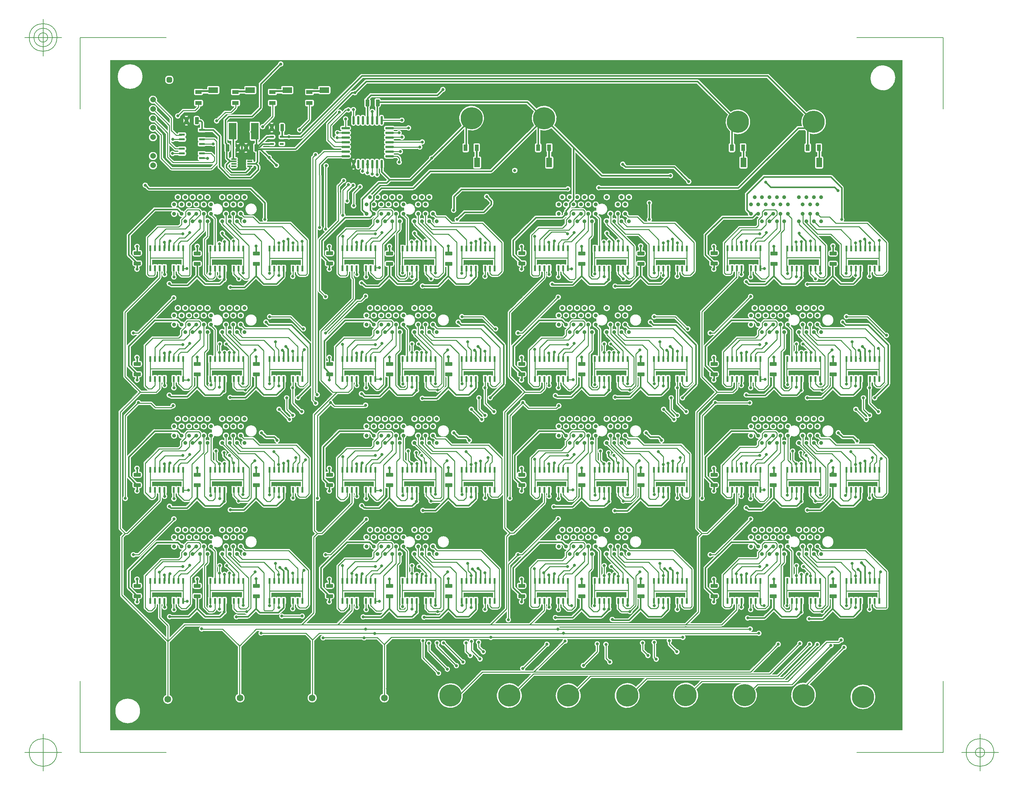
<source format=gbr>
G04 Generated by Ultiboard 13.0 *
%FSLAX34Y34*%
%MOMM*%

%ADD10C,0.0001*%
%ADD11C,0.0010*%
%ADD12C,0.3810*%
%ADD13C,0.2540*%
%ADD14C,0.5080*%
%ADD15C,0.1270*%
%ADD16C,6.0000*%
%ADD17R,1.5000X2.6000*%
%ADD18R,2.6000X1.5000*%
%ADD19C,1.0556*%
%ADD20C,0.8000*%
%ADD21R,0.1694X1.8628*%
%ADD22C,0.4232*%
%ADD23R,1.8628X0.1694*%
%ADD24R,0.5718X1.4818*%
%ADD25R,2.0000X4.5000*%
%ADD26R,1.3000X0.3500*%
%ADD27C,0.1000*%
%ADD28R,1.5500X0.6000*%
%ADD29R,1.1000X0.5500*%
%ADD30R,1.0500X1.7500*%
%ADD31R,1.7500X1.0500*%
%ADD32R,1.4818X0.5718*%
%ADD33R,0.6000X1.5500*%
%ADD34R,0.5291X0.5291*%
%ADD35C,0.9949*%
%ADD36C,1.6088*%
%ADD37C,1.5366*%
%ADD38C,2.1168*%
%ADD39C,1.8202*%


G04 ColorRGB 00FF00 for the following layer *
%LNCopper Top*%
%LPD*%
G54D10*
G36*
X2086167Y-755171D02*
X2086167Y-755171D01*
X-56167Y-755171D01*
X-56167Y1057162D01*
X2086167Y1057162D01*
X2086167Y-755171D01*
D02*
G37*
%LPC*%
G36*
X1302685Y-221451D02*
G75*
D01*
G03X1302685Y-221451I4510J7896*
G01*
D02*
G37*
G36*
X1302685Y-240804D02*
G75*
D01*
G03X1302685Y-240804I-5490J7249*
G01*
D02*
G37*
G36*
X1410390Y-557989D02*
G75*
D01*
G03X1411887Y-561613I5110J-10*
G01*
X1411887Y-561613D01*
X1413206Y-562932D01*
G75*
D01*
G03X1420610Y-555695I7793J-567*
G01*
X1420610Y-555695D01*
X1420610Y-523913D01*
G75*
D01*
G03X1410390Y-523913I-5110J5913*
G01*
X1410390Y-523913D01*
X1410390Y-557989D01*
D02*
G37*
G36*
X1390706Y-552932D02*
G75*
D01*
G03X1397932Y-545706I7793J-567*
G01*
X1397932Y-545706D01*
X1389110Y-536884D01*
X1389110Y-525413D01*
G75*
D01*
G03X1378890Y-525413I-5110J5913*
G01*
X1378890Y-525413D01*
X1378890Y-538989D01*
G75*
D01*
G03X1380387Y-542613I5110J-10*
G01*
X1380387Y-542613D01*
X1389589Y-551815D01*
X1389589Y-551815D01*
X1390706Y-552932D01*
D02*
G37*
G36*
X1059932Y122706D02*
G75*
D01*
G03X1061068Y122706I568J7793*
G01*
X1061068Y122706D01*
X1062685Y121089D01*
X1062685Y121089D01*
X1071887Y111887D01*
G74*
D01*
G03X1073724Y110709I3613J3612*
G01*
G75*
D01*
G03X1075500Y110390I1777J4790*
G01*
X1075500Y110390D01*
X1150500Y110390D01*
G74*
D01*
G03X1154119Y111893I1J5110*
G01*
X1154119Y111893D01*
X1156478Y114252D01*
G75*
D01*
G03X1149686Y121912I1023J7748*
G01*
X1149686Y121912D01*
X1148384Y120610D01*
X1077616Y120610D01*
X1068294Y129932D01*
G75*
D01*
G03X1052706Y129932I-7794J559*
G01*
X1052706Y129932D01*
X1021387Y98613D01*
G75*
D01*
G03X1019890Y94987I3612J-3613*
G01*
X1019890Y94987D01*
X1019890Y-122587D01*
G75*
D01*
G03X1030110Y-122587I5110J-5913*
G01*
X1030110Y-122587D01*
X1030110Y92884D01*
X1059932Y122706D01*
D02*
G37*
G36*
X1569786Y-73403D02*
X1569786Y-73403D01*
X1584604Y-73403D01*
G75*
D01*
G03X1590564Y-67444I1J5959*
G01*
X1590564Y-67444D01*
X1590564Y-61726D01*
G74*
D01*
G03X1584604Y-55767I5960J1*
G01*
X1584604Y-55767D01*
X1582943Y-55767D01*
X1582943Y-51750D01*
G75*
D01*
G03X1571447Y-52846I-6248J4695*
G01*
X1571447Y-52846D01*
X1571447Y-55767D01*
X1569786Y-55767D01*
G75*
D01*
G03X1563826Y-61726I-1J-5959*
G01*
X1563826Y-61726D01*
X1563826Y-67444D01*
G75*
D01*
G03X1569786Y-73403I5960J1*
G01*
D02*
G37*
G36*
X1062943Y-51750D02*
G75*
D01*
G03X1051447Y-52846I-6248J4695*
G01*
X1051447Y-52846D01*
X1051447Y-55767D01*
X1049786Y-55767D01*
G75*
D01*
G03X1044248Y-59525I0J-5959*
G01*
X1044248Y-59525D01*
X1044248Y-14381D01*
X1106381Y47752D01*
X1150645Y47752D01*
G75*
D01*
G03X1165602Y44909I6550J-6306*
G01*
X1165602Y44909D01*
X1168148Y42363D01*
G75*
D01*
G03X1177399Y32354I9047J-918*
G01*
X1177399Y32354D01*
X1173887Y28843D01*
G75*
D01*
G03X1172390Y25217I3613J-3614*
G01*
X1172390Y25217D01*
X1172390Y15116D01*
X1162909Y5635D01*
X1103446Y5635D01*
G75*
D01*
G03X1099826Y4138I-6J-5110*
G01*
X1099826Y4138D01*
X1079082Y-16606D01*
G75*
D01*
G03X1077585Y-20228I3612J-3613*
G01*
X1077585Y-20228D01*
X1077585Y-116396D01*
G75*
D01*
G03X1079082Y-120018I5110J-8*
G01*
X1079082Y-120018D01*
X1090732Y-131668D01*
G75*
D01*
G03X1094352Y-133165I3613J3612*
G01*
X1094352Y-133165D01*
X1100020Y-133165D01*
G74*
D01*
G03X1103639Y-131662I1J5110*
G01*
X1103639Y-131662D01*
X1108802Y-126499D01*
G75*
D01*
G03X1110305Y-122880I-3606J3619*
G01*
X1110305Y-122880D01*
X1110305Y-116657D01*
G74*
D01*
G03X1111795Y-115169I1859J3352*
G01*
G74*
D01*
G03X1113035Y-116506I3350J1863*
G01*
X1113035Y-116506D01*
X1113035Y-137884D01*
X1062685Y-188234D01*
X1033384Y-217535D01*
X1027616Y-217535D01*
X1016110Y-206029D01*
X1016110Y102884D01*
X1062685Y149459D01*
X1067116Y153890D01*
X1108286Y153890D01*
G75*
D01*
G03X1109092Y153954I0J5110*
G01*
G74*
D01*
G03X1111909Y155393I801J5046*
G01*
X1111909Y155393D01*
X1121752Y165236D01*
G75*
D01*
G03X1123255Y168855I-3606J3619*
G01*
X1123255Y168855D01*
X1123255Y183494D01*
G74*
D01*
G03X1124495Y184831I2110J3200*
G01*
G74*
D01*
G03X1124947Y184185I3350J1863*
G01*
X1124947Y184185D01*
X1124947Y181640D01*
G75*
D01*
G03X1136443Y182736I6248J-4695*
G01*
X1136443Y182736D01*
X1136443Y183876D01*
G75*
D01*
G03X1137678Y186695I-2598J2818*
G01*
X1137678Y186695D01*
X1137678Y202195D01*
G74*
D01*
G03X1133845Y206028I3833J0*
G01*
X1133845Y206028D01*
X1127845Y206028D01*
G75*
D01*
G03X1124495Y204059I-1J-3833*
G01*
G74*
D01*
G03X1121145Y206028I3349J1864*
G01*
X1121145Y206028D01*
X1115145Y206028D01*
G75*
D01*
G03X1111795Y204059I-1J-3833*
G01*
G74*
D01*
G03X1108445Y206028I3349J1864*
G01*
X1108445Y206028D01*
X1102445Y206028D01*
G75*
D01*
G03X1099095Y204059I-1J-3833*
G01*
G74*
D01*
G03X1097805Y205428I3349J1864*
G01*
X1097805Y205428D01*
X1097805Y216835D01*
X1176585Y216835D01*
X1176585Y205428D01*
G74*
D01*
G03X1175295Y204059I2059J3233*
G01*
G74*
D01*
G03X1171945Y206028I3349J1864*
G01*
X1171945Y206028D01*
X1165945Y206028D01*
G75*
D01*
G03X1162595Y204059I-1J-3833*
G01*
G74*
D01*
G03X1159245Y206028I3349J1864*
G01*
X1159245Y206028D01*
X1153245Y206028D01*
G75*
D01*
G03X1149412Y202195I0J-3833*
G01*
X1149412Y202195D01*
X1149412Y186695D01*
G75*
D01*
G03X1151135Y183494I3833J-1*
G01*
X1151135Y183494D01*
X1151135Y176183D01*
G75*
D01*
G03X1161355Y176624I5365J-5683*
G01*
X1161355Y176624D01*
X1161355Y183494D01*
G74*
D01*
G03X1162595Y184831I2110J3200*
G01*
G74*
D01*
G03X1163835Y183494I3350J1863*
G01*
X1163835Y183494D01*
X1163835Y181704D01*
G75*
D01*
G03X1165332Y178082I5110J-8*
G01*
X1165332Y178082D01*
X1175229Y168185D01*
X1175229Y168185D01*
X1181082Y162332D01*
G75*
D01*
G03X1184703Y160835I3613J3612*
G01*
X1184703Y160835D01*
X1190195Y160835D01*
G74*
D01*
G03X1193814Y162338I1J5110*
G01*
X1193814Y162338D01*
X1199661Y168185D01*
X1199661Y168185D01*
X1208687Y177211D01*
G75*
D01*
G03X1210190Y180830I-3606J3619*
G01*
X1210190Y180830D01*
X1210190Y198890D01*
G75*
D01*
G03X1211841Y198657I1650J5726*
G01*
X1211841Y198657D01*
X1213502Y198657D01*
X1213502Y176131D01*
X1205557Y168185D01*
X1205557Y168185D01*
X1189029Y151658D01*
X1156011Y151658D01*
G75*
D01*
G03X1148092Y141696I-7510J-2159*
G01*
G74*
D01*
G03X1150825Y140284I3908J4214*
G01*
G75*
D01*
G03X1152000Y140162I1178J5625*
G01*
X1152000Y140162D01*
X1191410Y140162D01*
G74*
D01*
G03X1195481Y141852I0J5748*
G01*
X1195481Y141852D01*
X1218750Y165122D01*
X1236436Y147436D01*
G75*
D01*
G03X1240503Y145752I4064J4063*
G01*
X1240503Y145752D01*
X1280590Y145752D01*
G74*
D01*
G03X1284661Y147442I0J5748*
G01*
X1284661Y147442D01*
X1293839Y156620D01*
G75*
D01*
G03X1298648Y169792I-838J7770*
G01*
X1298648Y169792D01*
X1298648Y184022D01*
G75*
D01*
G03X1299733Y186695I-2748J2672*
G01*
X1299733Y186695D01*
X1299733Y202195D01*
G74*
D01*
G03X1295900Y206028I3833J0*
G01*
X1295900Y206028D01*
X1289900Y206028D01*
G75*
D01*
G03X1286550Y204059I-1J-3833*
G01*
G74*
D01*
G03X1283200Y206028I3349J1864*
G01*
X1283200Y206028D01*
X1277200Y206028D01*
G75*
D01*
G03X1273850Y204059I-1J-3833*
G01*
G74*
D01*
G03X1270500Y206028I3349J1864*
G01*
X1270500Y206028D01*
X1264500Y206028D01*
G75*
D01*
G03X1261150Y204059I-1J-3833*
G01*
G74*
D01*
G03X1259110Y205798I3350J1863*
G01*
X1259110Y205798D01*
X1259110Y217390D01*
X1339890Y217390D01*
X1339890Y205942D01*
G74*
D01*
G03X1337350Y204059I809J3747*
G01*
G74*
D01*
G03X1334000Y206028I3349J1864*
G01*
X1334000Y206028D01*
X1328000Y206028D01*
G75*
D01*
G03X1324650Y204059I-1J-3833*
G01*
G74*
D01*
G03X1321300Y206028I3349J1864*
G01*
X1321300Y206028D01*
X1315300Y206028D01*
G75*
D01*
G03X1311467Y202195I0J-3833*
G01*
X1311467Y202195D01*
X1311467Y186695D01*
G75*
D01*
G03X1313190Y183494I3833J-1*
G01*
X1313190Y183494D01*
X1313190Y173708D01*
G75*
D01*
G03X1314687Y170087I5110J-7*
G01*
X1314687Y170087D01*
X1316589Y168185D01*
X1316589Y168185D01*
X1322887Y161887D01*
G75*
D01*
G03X1326506Y160390I3613J3612*
G01*
X1326506Y160390D01*
X1343689Y160390D01*
G75*
D01*
G03X1356663Y160917I6310J4610*
G01*
G74*
D01*
G03X1358024Y161893I2257J4584*
G01*
X1358024Y161893D01*
X1364316Y168185D01*
X1364316Y168185D01*
X1369187Y173056D01*
G75*
D01*
G03X1370690Y176675I-3606J3619*
G01*
X1370690Y176675D01*
X1370690Y198769D01*
G75*
D01*
G03X1371841Y198657I1150J5847*
G01*
X1371841Y198657D01*
X1372752Y198657D01*
X1372752Y175698D01*
X1365239Y168185D01*
X1365239Y168185D01*
X1347802Y150748D01*
X1315295Y150748D01*
G75*
D01*
G03X1315295Y139252I-5295J-5748*
G01*
X1315295Y139252D01*
X1350183Y139252D01*
G74*
D01*
G03X1354253Y140942I1J5748*
G01*
X1354253Y140942D01*
X1378286Y164975D01*
X1395326Y147936D01*
G75*
D01*
G03X1399399Y146252I4064J4063*
G01*
X1399399Y146252D01*
X1433996Y146252D01*
G75*
D01*
G03X1434656Y146290I0J5748*
G01*
G74*
D01*
G03X1438071Y147942I655J5710*
G01*
X1438071Y147942D01*
X1456958Y166829D01*
G75*
D01*
G03X1458648Y170900I-4058J4071*
G01*
X1458648Y170900D01*
X1458648Y184022D01*
G75*
D01*
G03X1459733Y186695I-2748J2672*
G01*
X1459733Y186695D01*
X1459733Y202195D01*
G74*
D01*
G03X1455900Y206028I3833J0*
G01*
X1455900Y206028D01*
X1449900Y206028D01*
G75*
D01*
G03X1446550Y204059I-1J-3833*
G01*
G74*
D01*
G03X1443200Y206028I3349J1864*
G01*
X1443200Y206028D01*
X1437200Y206028D01*
G75*
D01*
G03X1433850Y204059I-1J-3833*
G01*
G74*
D01*
G03X1430500Y206028I3349J1864*
G01*
X1430500Y206028D01*
X1424500Y206028D01*
G75*
D01*
G03X1421150Y204059I-1J-3833*
G01*
G74*
D01*
G03X1419910Y205396I3350J1863*
G01*
X1419910Y205396D01*
X1419910Y215890D01*
X1498590Y215890D01*
X1498590Y205396D01*
G74*
D01*
G03X1497350Y204059I2110J3200*
G01*
G74*
D01*
G03X1494000Y206028I3349J1864*
G01*
X1494000Y206028D01*
X1488000Y206028D01*
G75*
D01*
G03X1484650Y204059I-1J-3833*
G01*
G74*
D01*
G03X1481300Y206028I3349J1864*
G01*
X1481300Y206028D01*
X1475300Y206028D01*
G75*
D01*
G03X1471467Y202195I0J-3833*
G01*
X1471467Y202195D01*
X1471467Y186695D01*
G75*
D01*
G03X1473390Y183371I3833J-1*
G01*
X1473390Y183371D01*
X1473390Y177311D01*
G75*
D01*
G03X1473080Y164928I4610J-6311*
G01*
X1473080Y164928D01*
X1473080Y128816D01*
G75*
D01*
G03X1474577Y125197I5110J-5*
G01*
X1474577Y125197D01*
X1494196Y105577D01*
G75*
D01*
G03X1500547Y113679I7804J423*
G01*
X1500547Y113679D01*
X1483300Y130926D01*
X1483300Y165256D01*
G75*
D01*
G03X1483610Y176441I-5299J5744*
G01*
X1483610Y176441D01*
X1483610Y183635D01*
G74*
D01*
G03X1484650Y184831I2311J3059*
G01*
G74*
D01*
G03X1486780Y183061I3349J1864*
G01*
X1486780Y183061D01*
X1486780Y179680D01*
G75*
D01*
G03X1488277Y176059I5110J-7*
G01*
X1488277Y176059D01*
X1494009Y170327D01*
G75*
D01*
G03X1497628Y168830I3613J3612*
G01*
X1497628Y168830D01*
X1505845Y168830D01*
G75*
D01*
G03X1507192Y169009I6J5110*
G01*
G74*
D01*
G03X1509470Y170333I1342J4931*
G01*
X1509470Y170333D01*
X1521702Y182565D01*
G74*
D01*
G03X1522562Y183704I3607J3618*
G01*
X1522562Y183704D01*
X1522562Y183191D01*
X1507557Y168185D01*
X1507557Y168185D01*
X1490551Y151180D01*
G75*
D01*
G03X1499787Y144159I1449J-7680*
G01*
X1499787Y144159D01*
X1523813Y168185D01*
X1523813Y168185D01*
X1532368Y176739D01*
G75*
D01*
G03X1534058Y180810I-4058J4071*
G01*
X1534058Y180810D01*
X1534058Y286690D01*
G74*
D01*
G03X1532368Y290761I5748J0*
G01*
X1532368Y290761D01*
X1478071Y345058D01*
G74*
D01*
G03X1474000Y346748I4071J4058*
G01*
X1474000Y346748D01*
X1415381Y346748D01*
X1413308Y348820D01*
G75*
D01*
G03X1405180Y340692I-7807J-321*
G01*
X1405180Y340692D01*
X1408936Y336936D01*
G74*
D01*
G03X1410918Y335643I4064J4064*
G01*
X1410918Y335643D01*
X1350223Y335643D01*
X1346127Y339739D01*
G75*
D01*
G03X1338901Y332513I-8932J1706*
G01*
X1338901Y332513D01*
X1342304Y329110D01*
G75*
D01*
G03X1340068Y315798I4890J-7665*
G01*
X1340068Y315798D01*
X1336127Y319739D01*
G75*
D01*
G03X1322305Y329111I-8932J1706*
G01*
X1322305Y329111D01*
X1322305Y333923D01*
G75*
D01*
G03X1312085Y333923I-5110J7521*
G01*
X1312085Y333923D01*
X1312085Y329111D01*
G75*
D01*
G03X1302805Y329408I-4890J-7665*
G01*
X1302805Y329408D01*
X1302805Y334289D01*
G75*
D01*
G03X1292585Y333607I-5610J7155*
G01*
X1292585Y333607D01*
X1292585Y328768D01*
G75*
D01*
G03X1282891Y313435I-5379J-7330*
G01*
G74*
D01*
G03X1284387Y309887I5109J65*
G01*
X1284387Y309887D01*
X1297021Y297253D01*
G75*
D01*
G03X1299022Y281752I1000J-7751*
G01*
X1299022Y281752D01*
X1302685Y278089D01*
X1306973Y273801D01*
G75*
D01*
G03X1300000Y270339I-473J-7801*
G01*
G75*
D01*
G03X1286750Y269938I-6500J-4339*
G01*
G74*
D01*
G03X1285110Y271913I6750J3937*
G01*
X1285110Y271913D01*
X1285110Y283189D01*
G75*
D01*
G03X1274890Y284059I-4610J6311*
G01*
X1274890Y284059D01*
X1274890Y271913D01*
G74*
D01*
G03X1272610Y268541I5111J5912*
G01*
X1272610Y268541D01*
X1272610Y328500D01*
G74*
D01*
G03X1271107Y332119I5110J1*
G01*
X1271107Y332119D01*
X1265495Y337731D01*
G74*
D01*
G03X1266215Y340295I8300J3714*
G01*
G75*
D01*
G03X1266215Y367595I7480J13650*
G01*
G75*
D01*
G03X1258530Y357451I-9020J-1150*
G01*
G75*
D01*
G03X1258530Y350439I15165J-3506*
G01*
G75*
D01*
G03X1256386Y332388I-1306J-8998*
G01*
X1256386Y332388D01*
X1262390Y326384D01*
X1262390Y259396D01*
G74*
D01*
G03X1261150Y258059I2110J3200*
G01*
G74*
D01*
G03X1257800Y260028I3349J1864*
G01*
X1257800Y260028D01*
X1251800Y260028D01*
G75*
D01*
G03X1247967Y256195I0J-3833*
G01*
X1247967Y256195D01*
X1247967Y240695D01*
G75*
D01*
G03X1248890Y238199I3833J-1*
G01*
X1248890Y238199D01*
X1248890Y221013D01*
G75*
D01*
G03X1248890Y220987I5110J-13*
G01*
X1248890Y220987D01*
X1248890Y204691D01*
G74*
D01*
G03X1247967Y202195I2910J2495*
G01*
X1247967Y202195D01*
X1247967Y186695D01*
G75*
D01*
G03X1249031Y184044I3833J-1*
G01*
G75*
D01*
G03X1262390Y176459I5971J-5041*
G01*
X1262390Y176459D01*
X1262390Y173616D01*
X1259562Y170788D01*
X1249743Y170788D01*
X1244110Y176422D01*
X1244110Y261449D01*
X1250802Y268142D01*
G75*
D01*
G03X1252305Y271761I-3606J3619*
G01*
X1252305Y271761D01*
X1252305Y313923D01*
G75*
D01*
G03X1242305Y329111I-5098J7529*
G01*
X1242305Y329111D01*
X1242305Y333923D01*
G75*
D01*
G03X1232645Y349318I-5101J7528*
G01*
G74*
D01*
G03X1231390Y351367I4862J1569*
G01*
X1231390Y351367D01*
X1227158Y355599D01*
G74*
D01*
G03X1223539Y357102I3619J3606*
G01*
X1223539Y357102D01*
X1193492Y357102D01*
G75*
D01*
G03X1193486Y357102I-3J-5110*
G01*
G74*
D01*
G03X1189879Y355605I7J5110*
G01*
X1189879Y355605D01*
X1184494Y350220D01*
G74*
D01*
G03X1183259Y348221I3612J3613*
G01*
G75*
D01*
G03X1176277Y350492I-6064J-6776*
G01*
X1176277Y350492D01*
X1169211Y357558D01*
G74*
D01*
G03X1167058Y358918I4070J4059*
G01*
G75*
D01*
G03X1165132Y359248I-1919J-5417*
G01*
X1165132Y359248D01*
X1162752Y359248D01*
G75*
D01*
G03X1151638Y359248I-5557J7196*
G01*
X1151638Y359248D01*
X1106474Y359248D01*
X1155411Y408185D01*
X1155411Y408185D01*
X1155432Y408206D01*
G75*
D01*
G03X1148206Y415432I567J7793*
G01*
X1148206Y415432D01*
X1140959Y408185D01*
X1140959Y408185D01*
X1062685Y329911D01*
X1056884Y324110D01*
X1052913Y324110D01*
G75*
D01*
G03X1052913Y313890I-5913J-5110*
G01*
X1052913Y313890D01*
X1056262Y313890D01*
X1029936Y287564D01*
G74*
D01*
G03X1029110Y286520I4064J4064*
G01*
X1029110Y286520D01*
X1029110Y372739D01*
X1120965Y464594D01*
G75*
D01*
G03X1123255Y468855I-2819J4261*
G01*
X1123255Y468855D01*
X1123255Y483494D01*
G74*
D01*
G03X1124495Y484831I2110J3200*
G01*
G74*
D01*
G03X1124947Y484185I3350J1863*
G01*
X1124947Y484185D01*
X1124947Y481640D01*
G75*
D01*
G03X1136443Y482736I6248J-4695*
G01*
X1136443Y482736D01*
X1136443Y483876D01*
G75*
D01*
G03X1137678Y486695I-2598J2818*
G01*
X1137678Y486695D01*
X1137678Y502195D01*
G74*
D01*
G03X1133845Y506028I3833J0*
G01*
X1133845Y506028D01*
X1127845Y506028D01*
G75*
D01*
G03X1124495Y504059I-1J-3833*
G01*
G74*
D01*
G03X1121145Y506028I3349J1864*
G01*
X1121145Y506028D01*
X1115145Y506028D01*
G75*
D01*
G03X1111795Y504059I-1J-3833*
G01*
G74*
D01*
G03X1108445Y506028I3349J1864*
G01*
X1108445Y506028D01*
X1102445Y506028D01*
G75*
D01*
G03X1099095Y504059I-1J-3833*
G01*
G74*
D01*
G03X1097805Y505428I3349J1864*
G01*
X1097805Y505428D01*
X1097805Y516835D01*
X1176585Y516835D01*
X1176585Y505428D01*
G74*
D01*
G03X1175295Y504059I2059J3233*
G01*
G74*
D01*
G03X1171945Y506028I3349J1864*
G01*
X1171945Y506028D01*
X1165945Y506028D01*
G75*
D01*
G03X1162595Y504059I-1J-3833*
G01*
G74*
D01*
G03X1159245Y506028I3349J1864*
G01*
X1159245Y506028D01*
X1153245Y506028D01*
G75*
D01*
G03X1149412Y502195I0J-3833*
G01*
X1149412Y502195D01*
X1149412Y486695D01*
G75*
D01*
G03X1151135Y483494I3833J-1*
G01*
X1151135Y483494D01*
X1151135Y476183D01*
G75*
D01*
G03X1161355Y476624I5365J-5683*
G01*
X1161355Y476624D01*
X1161355Y483494D01*
G74*
D01*
G03X1162595Y484831I2110J3200*
G01*
G74*
D01*
G03X1163835Y483494I3350J1863*
G01*
X1163835Y483494D01*
X1163835Y481703D01*
G75*
D01*
G03X1165332Y478082I5110J-7*
G01*
X1165332Y478082D01*
X1183082Y460332D01*
G75*
D01*
G03X1186701Y458835I3613J3612*
G01*
X1186701Y458835D01*
X1196207Y458835D01*
X1192619Y455248D01*
X1146060Y455248D01*
G75*
D01*
G03X1142428Y443754I-6560J-4248*
G01*
G75*
D01*
G03X1142575Y443752I152J5745*
G01*
X1142575Y443752D01*
X1195000Y443752D01*
G74*
D01*
G03X1199071Y445442I0J5748*
G01*
X1199071Y445442D01*
X1218750Y465122D01*
X1236436Y447436D01*
G75*
D01*
G03X1240503Y445752I4064J4063*
G01*
X1240503Y445752D01*
X1280590Y445752D01*
G74*
D01*
G03X1284661Y447442I0J5748*
G01*
X1284661Y447442D01*
X1292615Y455397D01*
G75*
D01*
G03X1298648Y467757I-318J7808*
G01*
X1298648Y467757D01*
X1298648Y482577D01*
G75*
D01*
G03X1299733Y485250I-2748J2672*
G01*
X1299733Y485250D01*
X1299733Y500750D01*
G74*
D01*
G03X1295900Y504583I3833J0*
G01*
X1295900Y504583D01*
X1289900Y504583D01*
G75*
D01*
G03X1286550Y502614I-1J-3833*
G01*
G74*
D01*
G03X1283200Y504583I3349J1864*
G01*
X1283200Y504583D01*
X1277200Y504583D01*
G75*
D01*
G03X1273850Y502614I-1J-3833*
G01*
G74*
D01*
G03X1270500Y504583I3349J1864*
G01*
X1270500Y504583D01*
X1264500Y504583D01*
G75*
D01*
G03X1261150Y502614I-1J-3833*
G01*
G74*
D01*
G03X1259110Y504353I3350J1863*
G01*
X1259110Y504353D01*
X1259110Y517390D01*
X1339890Y517390D01*
X1339890Y504497D01*
G74*
D01*
G03X1337350Y502614I809J3747*
G01*
G74*
D01*
G03X1334000Y504583I3349J1864*
G01*
X1334000Y504583D01*
X1328000Y504583D01*
G75*
D01*
G03X1324650Y502614I-1J-3833*
G01*
G74*
D01*
G03X1321300Y504583I3349J1864*
G01*
X1321300Y504583D01*
X1315300Y504583D01*
G75*
D01*
G03X1311467Y500750I0J-3833*
G01*
X1311467Y500750D01*
X1311467Y485250D01*
G75*
D01*
G03X1313190Y482049I3833J-1*
G01*
X1313190Y482049D01*
X1313190Y479209D01*
G75*
D01*
G03X1314687Y475587I5110J-8*
G01*
X1314687Y475587D01*
X1324206Y466068D01*
G75*
D01*
G03X1339760Y464576I7791J-604*
G01*
X1339760Y464576D01*
X1342373Y461963D01*
G75*
D01*
G03X1346249Y460473I3613J3612*
G01*
X1346249Y460473D01*
X1353517Y460843D01*
G74*
D01*
G03X1354428Y460971I252J5103*
G01*
G74*
D01*
G03X1356881Y462339I1166J4974*
G01*
X1356881Y462339D01*
X1364107Y469565D01*
G75*
D01*
G03X1365610Y473184I-3606J3619*
G01*
X1365610Y473184D01*
X1365610Y554000D01*
G74*
D01*
G03X1364107Y557619I5110J1*
G01*
X1364107Y557619D01*
X1340336Y581390D01*
X1371384Y581390D01*
X1395880Y556894D01*
X1395880Y475185D01*
G75*
D01*
G03X1397377Y471559I5110J-12*
G01*
X1397377Y471559D01*
X1404109Y464827D01*
G74*
D01*
G03X1407056Y463374I3613J3612*
G01*
G75*
D01*
G03X1407722Y463330I669J5065*
G01*
X1407722Y463330D01*
X1420875Y463330D01*
G75*
D01*
G03X1421292Y463347I1J5110*
G01*
G74*
D01*
G03X1424497Y464833I414J5092*
G01*
X1424497Y464833D01*
X1430717Y471053D01*
G75*
D01*
G03X1432220Y474672I-3606J3619*
G01*
X1432220Y474672D01*
X1432220Y481824D01*
G74*
D01*
G03X1433850Y483386I1719J3426*
G01*
G74*
D01*
G03X1435090Y482049I3350J1863*
G01*
X1435090Y482049D01*
X1435090Y480640D01*
G75*
D01*
G03X1441078Y467206I5409J-5640*
G01*
X1441078Y467206D01*
X1431619Y457748D01*
X1401771Y457748D01*
X1384393Y475126D01*
X1384393Y497212D01*
X1386659Y497212D01*
G75*
D01*
G03X1392619Y503171I1J5959*
G01*
X1392619Y503171D01*
X1392619Y508889D01*
G74*
D01*
G03X1386659Y514848I5960J1*
G01*
X1386659Y514848D01*
X1371841Y514848D01*
G75*
D01*
G03X1365881Y508889I-1J-5959*
G01*
X1365881Y508889D01*
X1365881Y503171D01*
G75*
D01*
G03X1371841Y497212I5960J1*
G01*
X1371841Y497212D01*
X1372752Y497212D01*
X1372752Y475698D01*
X1348302Y451248D01*
X1315295Y451248D01*
G75*
D01*
G03X1315295Y439752I-5295J-5748*
G01*
X1315295Y439752D01*
X1350683Y439752D01*
G74*
D01*
G03X1354753Y441442I1J5748*
G01*
X1354753Y441442D01*
X1378286Y464975D01*
X1395326Y447936D01*
G75*
D01*
G03X1399399Y446252I4064J4063*
G01*
X1399399Y446252D01*
X1433996Y446252D01*
G75*
D01*
G03X1434656Y446290I0J5748*
G01*
G74*
D01*
G03X1438071Y447942I655J5710*
G01*
X1438071Y447942D01*
X1456958Y466829D01*
G75*
D01*
G03X1458648Y470900I-4058J4071*
G01*
X1458648Y470900D01*
X1458648Y482577D01*
G75*
D01*
G03X1459733Y485250I-2748J2672*
G01*
X1459733Y485250D01*
X1459733Y500750D01*
G74*
D01*
G03X1455900Y504583I3833J0*
G01*
X1455900Y504583D01*
X1449900Y504583D01*
G75*
D01*
G03X1446550Y502614I-1J-3833*
G01*
G74*
D01*
G03X1443200Y504583I3349J1864*
G01*
X1443200Y504583D01*
X1437200Y504583D01*
G75*
D01*
G03X1433850Y502614I-1J-3833*
G01*
G74*
D01*
G03X1430500Y504583I3349J1864*
G01*
X1430500Y504583D01*
X1424500Y504583D01*
G75*
D01*
G03X1421150Y502614I-1J-3833*
G01*
G74*
D01*
G03X1419910Y503951I3350J1863*
G01*
X1419910Y503951D01*
X1419910Y515890D01*
X1498590Y515890D01*
X1498590Y503951D01*
G74*
D01*
G03X1497350Y502614I2110J3200*
G01*
G74*
D01*
G03X1494000Y504583I3349J1864*
G01*
X1494000Y504583D01*
X1488000Y504583D01*
G75*
D01*
G03X1484650Y502614I-1J-3833*
G01*
G74*
D01*
G03X1481300Y504583I3349J1864*
G01*
X1481300Y504583D01*
X1475300Y504583D01*
G75*
D01*
G03X1471467Y500750I0J-3833*
G01*
X1471467Y500750D01*
X1471467Y485250D01*
G75*
D01*
G03X1473190Y482049I3833J-1*
G01*
X1473190Y482049D01*
X1473190Y478160D01*
G75*
D01*
G03X1483410Y477640I4810J-6160*
G01*
X1483410Y477640D01*
X1483410Y482049D01*
G74*
D01*
G03X1484650Y483386I2110J3200*
G01*
G74*
D01*
G03X1486280Y481824I3349J1864*
G01*
X1486280Y481824D01*
X1486280Y480178D01*
G75*
D01*
G03X1487777Y476559I5110J-5*
G01*
X1487777Y476559D01*
X1492509Y471827D01*
G75*
D01*
G03X1496125Y470330I3613J3612*
G01*
X1496125Y470330D01*
X1512970Y470330D01*
G74*
D01*
G03X1516589Y471833I1J5110*
G01*
X1516589Y471833D01*
X1527107Y482351D01*
G75*
D01*
G03X1528610Y485970I-3606J3619*
G01*
X1528610Y485970D01*
X1528610Y563517D01*
G74*
D01*
G03X1527107Y567136I5110J1*
G01*
X1527107Y567136D01*
X1474636Y619607D01*
G74*
D01*
G03X1471430Y621093I3619J3606*
G01*
G75*
D01*
G03X1471013Y621110I-416J-5092*
G01*
X1471013Y621110D01*
X1408596Y621110D01*
G75*
D01*
G03X1408248Y631295I-6095J4890*
G01*
X1408248Y631295D01*
X1408248Y665595D01*
G75*
D01*
G03X1396752Y665595I-5748J5295*
G01*
X1396752Y665595D01*
X1396752Y631295D01*
G75*
D01*
G03X1396404Y621110I5748J-5295*
G01*
X1396404Y621110D01*
X1389116Y621110D01*
X1373586Y636640D01*
G74*
D01*
G03X1369967Y638143I3619J3606*
G01*
X1369967Y638143D01*
X1347723Y638143D01*
X1346127Y639739D01*
G75*
D01*
G03X1338901Y632513I-8932J1706*
G01*
X1338901Y632513D01*
X1341994Y629420D01*
G74*
D01*
G03X1342320Y629121I3613J3612*
G01*
G75*
D01*
G03X1340068Y615798I4875J-7676*
G01*
X1340068Y615798D01*
X1336127Y619739D01*
G75*
D01*
G03X1322305Y629111I-8932J1706*
G01*
X1322305Y629111D01*
X1322305Y633923D01*
G75*
D01*
G03X1312085Y633923I-5110J7521*
G01*
X1312085Y633923D01*
X1312085Y629111D01*
G75*
D01*
G03X1302805Y629408I-4890J-7665*
G01*
X1302805Y629408D01*
X1302805Y634289D01*
G75*
D01*
G03X1292585Y633607I-5610J7155*
G01*
X1292585Y633607D01*
X1292585Y628768D01*
G75*
D01*
G03X1282890Y613435I-5376J-7332*
G01*
X1282890Y613435D01*
X1282890Y613013D01*
G75*
D01*
G03X1284387Y609387I5110J-12*
G01*
X1284387Y609387D01*
X1302685Y591089D01*
X1318473Y575301D01*
G75*
D01*
G03X1310628Y570095I-473J-7801*
G01*
G74*
D01*
G03X1309558Y571571I5129J2592*
G01*
X1309558Y571571D01*
X1302729Y578399D01*
X1294832Y586296D01*
G75*
D01*
G03X1282213Y583245I-7332J2703*
G01*
G74*
D01*
G03X1283436Y581436I5286J2256*
G01*
X1283436Y581436D01*
X1291356Y573515D01*
G74*
D01*
G03X1286255Y568930I2143J7514*
G01*
G75*
D01*
G03X1272610Y568687I-6755J-3930*
G01*
X1272610Y568687D01*
X1272610Y628500D01*
G74*
D01*
G03X1271107Y632119I5110J1*
G01*
X1271107Y632119D01*
X1265495Y637731D01*
G74*
D01*
G03X1266215Y640295I8300J3714*
G01*
G75*
D01*
G03X1266215Y667595I7480J13650*
G01*
G75*
D01*
G03X1258530Y657451I-9020J-1150*
G01*
G75*
D01*
G03X1258530Y650439I15165J-3506*
G01*
G75*
D01*
G03X1256386Y632388I-1306J-8998*
G01*
X1256386Y632388D01*
X1262390Y626384D01*
X1262390Y557951D01*
G74*
D01*
G03X1261150Y556614I2110J3200*
G01*
G74*
D01*
G03X1257800Y558583I3349J1864*
G01*
X1257800Y558583D01*
X1251800Y558583D01*
G75*
D01*
G03X1247967Y554750I0J-3833*
G01*
X1247967Y554750D01*
X1247967Y539250D01*
G75*
D01*
G03X1248890Y536754I3833J-1*
G01*
X1248890Y536754D01*
X1248890Y521013D01*
G75*
D01*
G03X1248890Y520987I5110J-13*
G01*
X1248890Y520987D01*
X1248890Y503246D01*
G74*
D01*
G03X1247967Y500750I2910J2495*
G01*
X1247967Y500750D01*
X1247967Y485250D01*
G75*
D01*
G03X1248653Y483060I3833J-2*
G01*
G75*
D01*
G03X1253734Y470788I6347J-4560*
G01*
X1253734Y470788D01*
X1248243Y470788D01*
X1244110Y474921D01*
X1244110Y571449D01*
X1250802Y578142D01*
G75*
D01*
G03X1252305Y581761I-3606J3619*
G01*
X1252305Y581761D01*
X1252305Y613923D01*
G75*
D01*
G03X1242305Y629111I-5098J7529*
G01*
X1242305Y629111D01*
X1242305Y633923D01*
G75*
D01*
G03X1232645Y649318I-5101J7528*
G01*
G74*
D01*
G03X1231390Y651367I4862J1569*
G01*
X1231390Y651367D01*
X1227158Y655599D01*
G74*
D01*
G03X1223539Y657102I3619J3606*
G01*
X1223539Y657102D01*
X1193575Y657102D01*
G75*
D01*
G03X1191964Y656841I1J-5110*
G01*
G74*
D01*
G03X1191914Y656824I1620J4845*
G01*
G74*
D01*
G03X1192854Y658455I4442J3646*
G01*
G75*
D01*
G03X1200167Y675039I4338J7991*
G01*
X1200167Y675039D01*
X1201058Y675930D01*
G74*
D01*
G03X1202577Y678612I4058J4069*
G01*
G75*
D01*
G03X1202748Y694376I4616J7833*
G01*
X1202748Y694376D01*
X1202748Y807124D01*
X1269436Y740436D01*
G74*
D01*
G03X1271653Y739057I4065J4063*
G01*
G75*
D01*
G03X1273500Y738752I1847J5442*
G01*
X1273500Y738752D01*
X1454205Y738752D01*
G75*
D01*
G03X1454205Y750248I5295J5748*
G01*
X1454205Y750248D01*
X1275881Y750248D01*
X1145532Y880597D01*
G75*
D01*
G03X1097094Y926705I-27690J19408*
G01*
X1097094Y926705D01*
X1076241Y947558D01*
G74*
D01*
G03X1072170Y949248I4071J4058*
G01*
X1072170Y949248D01*
X676279Y949248D01*
G74*
D01*
G03X670329Y954869I5949J338*
G01*
X670329Y954869D01*
X664611Y954869D01*
G75*
D01*
G03X658652Y948909I1J-5960*
G01*
X658652Y948909D01*
X658652Y934091D01*
G75*
D01*
G03X660252Y930027I5959J-1*
G01*
X660252Y930027D01*
X660252Y920912D01*
G75*
D01*
G03X645748Y920912I-7252J-2910*
G01*
X645748Y920912D01*
X645748Y929168D01*
G75*
D01*
G03X648348Y934091I-3359J4922*
G01*
X648348Y934091D01*
X648348Y948909D01*
G74*
D01*
G03X647250Y952357I5959J1*
G01*
X647250Y952357D01*
X651646Y956752D01*
X829100Y956752D01*
G74*
D01*
G03X833171Y958442I0J5748*
G01*
X833171Y958442D01*
X844425Y969697D01*
G75*
D01*
G03X836188Y977716I-426J7802*
G01*
X836188Y977716D01*
X826719Y968248D01*
X649265Y968248D01*
G75*
D01*
G03X647954Y968096I2J-5748*
G01*
G74*
D01*
G03X645201Y966564I1311J5595*
G01*
X645201Y966564D01*
X635936Y957299D01*
G74*
D01*
G03X634373Y954408I4063J4065*
G01*
G74*
D01*
G03X630712Y948909I2298J5498*
G01*
X630712Y948909D01*
X630712Y934091D01*
G75*
D01*
G03X634252Y928644I5959J-1*
G01*
X634252Y928644D01*
X634252Y906972D01*
G74*
D01*
G03X633650Y905869I4900J3390*
G01*
G74*
D01*
G03X628147Y909540I5502J2288*
G01*
X628147Y909540D01*
X626453Y909540D01*
G75*
D01*
G03X620950Y905869I-1J-5959*
G01*
G74*
D01*
G03X615447Y909540I5502J2288*
G01*
X615447Y909540D01*
X613753Y909540D01*
G75*
D01*
G03X608250Y905869I-1J-5959*
G01*
G74*
D01*
G03X607110Y907641I5503J2287*
G01*
X607110Y907641D01*
X607110Y917087D01*
G75*
D01*
G03X595105Y926678I-5109J5913*
G01*
G75*
D01*
G03X582587Y927610I-6605J-4178*
G01*
X582587Y927610D01*
X582002Y927610D01*
G75*
D01*
G03X578387Y926113I-1J-5110*
G01*
X578387Y926113D01*
X571371Y919097D01*
G75*
D01*
G03X559559Y922930I-7371J-2597*
G01*
X559559Y922930D01*
X599881Y963252D01*
X600705Y963252D01*
G75*
D01*
G03X613808Y968680I5295J5748*
G01*
X613808Y968680D01*
X638881Y993752D01*
X1530132Y993752D01*
X1542685Y981199D01*
X1614385Y909499D01*
G75*
D01*
G03X1619752Y864545I27627J-19499*
G01*
X1619752Y864545D01*
X1619752Y832507D01*
G74*
D01*
G03X1616679Y828750I760J3757*
G01*
X1616679Y828750D01*
X1616679Y811250D01*
G75*
D01*
G03X1620513Y807417I3834J1*
G01*
X1620513Y807417D01*
X1631013Y807417D01*
G75*
D01*
G03X1634846Y811250I0J3833*
G01*
X1634846Y811250D01*
X1634846Y828750D01*
G74*
D01*
G03X1631248Y832576I3833J0*
G01*
X1631248Y832576D01*
X1631248Y857944D01*
G75*
D01*
G03X1622514Y917627I10765J32056*
G01*
X1622514Y917627D01*
X1542685Y997456D01*
X1542685Y997456D01*
X1536583Y1003558D01*
G74*
D01*
G03X1534389Y1004933I4070J4057*
G01*
G75*
D01*
G03X1532505Y1005248I-1877J-5433*
G01*
X1532505Y1005248D01*
X636505Y1005248D01*
G75*
D01*
G03X632436Y1003564I-4J-5748*
G01*
X632436Y1003564D01*
X605680Y976808D01*
G74*
D01*
G03X600705Y974748I319J7807*
G01*
X600705Y974748D01*
X597509Y974748D01*
G75*
D01*
G03X593436Y973064I-8J-5748*
G01*
X593436Y973064D01*
X582850Y962479D01*
X582685Y962313D01*
X508557Y888185D01*
X508557Y888185D01*
X443119Y822748D01*
X357133Y822748D01*
X359137Y824752D01*
X373611Y824752D01*
G75*
D01*
G03X376000Y823917I2388J2998*
G01*
X376000Y823917D01*
X387000Y823917D01*
G75*
D01*
G03X390833Y827750I0J3833*
G01*
X390833Y827750D01*
X390833Y833250D01*
G74*
D01*
G03X387000Y837083I3833J0*
G01*
X387000Y837083D01*
X376000Y837083D01*
G75*
D01*
G03X373611Y836248I-1J-3833*
G01*
X373611Y836248D01*
X362876Y836248D01*
X370381Y843752D01*
X373611Y843752D01*
G75*
D01*
G03X376000Y842917I2388J2998*
G01*
X376000Y842917D01*
X387000Y842917D01*
G75*
D01*
G03X390833Y846750I0J3833*
G01*
X390833Y846750D01*
X390833Y852250D01*
G74*
D01*
G03X387000Y856083I3833J0*
G01*
X387000Y856083D01*
X376000Y856083D01*
G75*
D01*
G03X373611Y855248I-1J-3833*
G01*
X373611Y855248D01*
X368000Y855248D01*
G75*
D01*
G03X366985Y855157I4J-5748*
G01*
G74*
D01*
G03X363936Y853564I1015J5657*
G01*
X363936Y853564D01*
X345748Y835376D01*
X345748Y838740D01*
G75*
D01*
G03X348833Y842500I-748J3759*
G01*
X348833Y842500D01*
X348833Y875484D01*
G75*
D01*
G03X364294Y877568I7667J1515*
G01*
X364294Y877568D01*
X374589Y887863D01*
X385542Y898816D01*
G74*
D01*
G03X387119Y899893I2042J4683*
G01*
X387119Y899893D01*
X387607Y900381D01*
G75*
D01*
G03X389110Y904000I-3606J3619*
G01*
X389110Y904000D01*
X389110Y931917D01*
X391750Y931917D01*
G75*
D01*
G03X395583Y935750I0J3833*
G01*
X395583Y935750D01*
X395583Y946250D01*
G74*
D01*
G03X391750Y950083I3833J0*
G01*
X391750Y950083D01*
X374250Y950083D01*
G75*
D01*
G03X370417Y946250I0J-3833*
G01*
X370417Y946250D01*
X370417Y935750D01*
G75*
D01*
G03X374250Y931917I3833J0*
G01*
X374250Y931917D01*
X378890Y931917D01*
X378890Y906616D01*
X357068Y884794D01*
G75*
D01*
G03X348833Y878516I-569J-7793*
G01*
X348833Y878516D01*
X348833Y887500D01*
G74*
D01*
G03X345000Y891333I3833J0*
G01*
X345000Y891333D01*
X325000Y891333D01*
G75*
D01*
G03X321167Y887500I0J-3833*
G01*
X321167Y887500D01*
X321167Y867304D01*
G75*
D01*
G03X321167Y859696I4308J-3804*
G01*
X321167Y859696D01*
X321167Y842500D01*
G75*
D01*
G03X325000Y838667I3833J0*
G01*
X325000Y838667D01*
X334252Y838667D01*
X334252Y833071D01*
G74*
D01*
G03X330152Y827409I1859J5662*
G01*
X330152Y827409D01*
X330152Y812591D01*
G75*
D01*
G03X336111Y806631I5959J-1*
G01*
X336111Y806631D01*
X336252Y806631D01*
X336252Y784312D01*
X334513Y782573D01*
X332336Y782573D01*
X332336Y785000D01*
G74*
D01*
G03X328000Y789336I4336J0*
G01*
X328000Y789336D01*
X315000Y789336D01*
G75*
D01*
G03X310664Y785000I0J-4336*
G01*
X310664Y785000D01*
X310664Y781500D01*
G75*
D01*
G03X310932Y780000I4336J1*
G01*
G74*
D01*
G03X310664Y778500I4067J1501*
G01*
X310664Y778500D01*
X310664Y775000D01*
G75*
D01*
G03X310932Y773500I4336J1*
G01*
G74*
D01*
G03X310664Y772000I4067J1501*
G01*
X310664Y772000D01*
X310664Y768500D01*
G75*
D01*
G03X313539Y764418I4336J0*
G01*
X313539Y764418D01*
X308369Y759248D01*
X273881Y759248D01*
X264248Y768881D01*
X264248Y771619D01*
X267664Y775036D01*
X267664Y775000D01*
G75*
D01*
G03X267932Y773500I4336J1*
G01*
G74*
D01*
G03X267664Y772000I4067J1501*
G01*
X267664Y772000D01*
X267664Y768500D01*
G75*
D01*
G03X272000Y764164I4336J0*
G01*
X272000Y764164D01*
X285000Y764164D01*
G75*
D01*
G03X289336Y768500I0J4336*
G01*
X289336Y768500D01*
X289336Y772000D01*
G74*
D01*
G03X289068Y773500I4336J1*
G01*
G75*
D01*
G03X289336Y775000I-4067J1501*
G01*
X289336Y775000D01*
X289336Y778500D01*
G74*
D01*
G03X289068Y780000I4336J1*
G01*
G75*
D01*
G03X289336Y781500I-4067J1501*
G01*
X289336Y781500D01*
X289336Y785000D01*
G74*
D01*
G03X289068Y786500I4336J1*
G01*
G75*
D01*
G03X289336Y788000I-4067J1501*
G01*
X289336Y788000D01*
X289336Y791500D01*
G74*
D01*
G03X285000Y795836I4336J0*
G01*
X285000Y795836D01*
X282748Y795836D01*
X282748Y816246D01*
X285224Y820000D01*
X282748Y823754D01*
X282748Y838667D01*
X285000Y838667D01*
G75*
D01*
G03X288833Y842500I0J3833*
G01*
X288833Y842500D01*
X288833Y887500D01*
G74*
D01*
G03X285000Y891333I3833J0*
G01*
X285000Y891333D01*
X265000Y891333D01*
G75*
D01*
G03X261167Y887500I0J-3833*
G01*
X261167Y887500D01*
X261167Y842500D01*
G75*
D01*
G03X265000Y838667I3833J0*
G01*
X265000Y838667D01*
X271252Y838667D01*
X271252Y795771D01*
G74*
D01*
G03X267687Y791942I748J4271*
G01*
X267687Y791942D01*
X265248Y794381D01*
X265248Y806788D01*
G75*
D01*
G03X269848Y812591I-1360J5803*
G01*
X269848Y812591D01*
X269848Y827409D01*
G74*
D01*
G03X263889Y833369I5959J1*
G01*
X263889Y833369D01*
X263290Y833369D01*
X261098Y835561D01*
X261098Y892969D01*
X267326Y899197D01*
X327348Y899197D01*
G74*
D01*
G03X331419Y900887I0J5748*
G01*
X331419Y900887D01*
X342685Y912154D01*
X342685Y912154D01*
X355110Y924578D01*
G75*
D01*
G03X356799Y928649I-4059J4070*
G01*
X356799Y928649D01*
X356799Y990671D01*
X404841Y1038713D01*
G75*
D01*
G03X397820Y1047949I657J7786*
G01*
X397820Y1047949D01*
X346987Y997116D01*
G75*
D01*
G03X345304Y993040I4065J-4064*
G01*
X345304Y993040D01*
X345304Y931030D01*
X342685Y928411D01*
X342685Y928411D01*
X324967Y910693D01*
X264947Y910693D01*
G75*
D01*
G03X260881Y909009I-1J-5748*
G01*
X260881Y909009D01*
X251286Y899414D01*
G75*
D01*
G03X249602Y895344I4063J-4064*
G01*
X249602Y895344D01*
X249602Y833192D01*
G75*
D01*
G03X251286Y829116I5748J-11*
G01*
X251286Y829116D01*
X252257Y828144D01*
G74*
D01*
G03X252212Y827409I5914J731*
G01*
X252212Y827409D01*
X252212Y812591D01*
G75*
D01*
G03X253752Y808592I5959J-1*
G01*
X253752Y808592D01*
X253752Y792014D01*
G75*
D01*
G03X255436Y787936I5748J-13*
G01*
X255436Y787936D01*
X259872Y783500D01*
X254436Y778064D01*
G75*
D01*
G03X252752Y773991I4063J-4064*
G01*
X252752Y773991D01*
X252752Y766511D01*
G75*
D01*
G03X254436Y762436I5748J-10*
G01*
X254436Y762436D01*
X267436Y749436D01*
G74*
D01*
G03X269526Y748102I4064J4063*
G01*
G75*
D01*
G03X271500Y747752I1975J5397*
G01*
X271500Y747752D01*
X310746Y747752D01*
G75*
D01*
G03X311488Y747800I1J5748*
G01*
G74*
D01*
G03X314821Y749442I737J5700*
G01*
X314821Y749442D01*
X325558Y760179D01*
G74*
D01*
G03X327247Y764164I4058J4071*
G01*
X327247Y764164D01*
X328000Y764164D01*
G75*
D01*
G03X332336Y768500I0J4336*
G01*
X332336Y768500D01*
X332336Y771077D01*
X335794Y771077D01*
X338752Y768119D01*
X338752Y763381D01*
X321119Y745748D01*
X270381Y745748D01*
X245248Y770881D01*
X245248Y851500D01*
G74*
D01*
G03X243558Y855571I5748J0*
G01*
X243558Y855571D01*
X226971Y872158D01*
G74*
D01*
G03X222900Y873848I4071J4058*
G01*
X222900Y873848D01*
X202423Y873848D01*
G74*
D01*
G03X199750Y874933I2672J2748*
G01*
X199750Y874933D01*
X198248Y874933D01*
X198248Y889118D01*
G74*
D01*
G03X196558Y893188I5748J1*
G01*
X196558Y893188D01*
X193188Y896558D01*
G74*
D01*
G03X189118Y898248I4070J4057*
G01*
X189118Y898248D01*
X186788Y898248D01*
X186788Y900909D01*
G74*
D01*
G03X180829Y906869I5959J1*
G01*
X180829Y906869D01*
X175111Y906869D01*
G75*
D01*
G03X169152Y900909I1J-5960*
G01*
X169152Y900909D01*
X169152Y886091D01*
G75*
D01*
G03X175111Y880131I5959J-1*
G01*
X175111Y880131D01*
X180829Y880131D01*
G74*
D01*
G03X186752Y885437I1J5960*
G01*
X186752Y885437D01*
X186752Y874933D01*
X184250Y874933D01*
G75*
D01*
G03X180417Y871100I0J-3833*
G01*
X180417Y871100D01*
X180417Y865100D01*
G75*
D01*
G03X184250Y861267I3833J0*
G01*
X184250Y861267D01*
X199750Y861267D01*
G74*
D01*
G03X202423Y862352I1J3833*
G01*
X202423Y862352D01*
X220519Y862352D01*
X233752Y849119D01*
X233752Y842392D01*
X229219Y846925D01*
G74*
D01*
G03X225600Y848428I3619J3606*
G01*
X225600Y848428D01*
X202444Y848428D01*
G74*
D01*
G03X199750Y849533I2693J2729*
G01*
X199750Y849533D01*
X184250Y849533D01*
G75*
D01*
G03X180417Y845700I0J-3833*
G01*
X180417Y845700D01*
X180417Y839700D01*
G75*
D01*
G03X182386Y836350I3833J-1*
G01*
G74*
D01*
G03X180417Y833000I1864J3349*
G01*
X180417Y833000D01*
X180417Y827000D01*
G75*
D01*
G03X184250Y823167I3833J0*
G01*
X184250Y823167D01*
X199750Y823167D01*
G74*
D01*
G03X202951Y824890I1J3833*
G01*
X202951Y824890D01*
X217059Y824890D01*
G75*
D01*
G03X227175Y824238I5441J5610*
G01*
X227175Y824238D01*
X227175Y801348D01*
X220417Y808107D01*
G74*
D01*
G03X218326Y809376I3619J3606*
G01*
G75*
D01*
G03X216791Y809610I-1529J-4876*
G01*
X216791Y809610D01*
X203014Y809610D01*
G74*
D01*
G03X199750Y811433I3264J2010*
G01*
X199750Y811433D01*
X184250Y811433D01*
G75*
D01*
G03X180417Y807600I0J-3833*
G01*
X180417Y807600D01*
X180417Y801600D01*
G75*
D01*
G03X182386Y798250I3833J-1*
G01*
G74*
D01*
G03X180417Y794900I1864J3349*
G01*
X180417Y794900D01*
X180417Y788900D01*
G75*
D01*
G03X183677Y785110I3833J0*
G01*
X183677Y785110D01*
X116116Y785110D01*
X104556Y796670D01*
X104556Y825718D01*
X116587Y813687D01*
G74*
D01*
G03X118741Y812403I3613J3612*
G01*
G75*
D01*
G03X120200Y812190I1460J4896*
G01*
X120200Y812190D01*
X127049Y812190D01*
G74*
D01*
G03X128386Y810950I3200J2110*
G01*
G74*
D01*
G03X127049Y809710I1863J3350*
G01*
X127049Y809710D01*
X118825Y809710D01*
G75*
D01*
G03X118998Y799490I-5825J-5210*
G01*
X118998Y799490D01*
X127049Y799490D01*
G75*
D01*
G03X130250Y797767I3200J2110*
G01*
X130250Y797767D01*
X145750Y797767D01*
G75*
D01*
G03X149583Y801600I0J3833*
G01*
X149583Y801600D01*
X149583Y807600D01*
G74*
D01*
G03X147614Y810950I3833J1*
G01*
G75*
D01*
G03X149583Y814300I-1864J3349*
G01*
X149583Y814300D01*
X149583Y820300D01*
G74*
D01*
G03X145750Y824133I3833J0*
G01*
X145750Y824133D01*
X130250Y824133D01*
G75*
D01*
G03X127049Y822410I-1J-3833*
G01*
X127049Y822410D01*
X122316Y822410D01*
X109636Y835090D01*
X109636Y835707D01*
G75*
D01*
G03X119580Y837590I3864J6793*
G01*
X119580Y837590D01*
X127049Y837590D01*
G75*
D01*
G03X130250Y835867I3200J2110*
G01*
X130250Y835867D01*
X145750Y835867D01*
G75*
D01*
G03X149583Y839700I0J3833*
G01*
X149583Y839700D01*
X149583Y845700D01*
G74*
D01*
G03X147614Y849050I3833J1*
G01*
G75*
D01*
G03X149583Y852400I-1864J3349*
G01*
X149583Y852400D01*
X149583Y858400D01*
G74*
D01*
G03X145750Y862233I3833J0*
G01*
X145750Y862233D01*
X130250Y862233D01*
G75*
D01*
G03X126483Y859110I0J-3833*
G01*
X126483Y859110D01*
X124666Y859110D01*
X114716Y869060D01*
X114716Y900393D01*
G74*
D01*
G03X113214Y904012I5109J1*
G01*
X113214Y904012D01*
X102685Y914541D01*
X102685Y914541D01*
X70896Y946330D01*
G75*
D01*
G03X63670Y939104I-10896J3670*
G01*
X63670Y939104D01*
X102685Y900089D01*
X102685Y900089D01*
X104497Y898277D01*
X104497Y887329D01*
X103641Y888185D01*
X103641Y888185D01*
X102685Y889141D01*
X102685Y889141D01*
X70896Y920930D01*
G75*
D01*
G03X63670Y913704I-10896J3670*
G01*
X63670Y913704D01*
X89554Y887820D01*
X99417Y877957D01*
X99417Y867009D01*
X78241Y888185D01*
X78241Y888185D01*
X70896Y895530D01*
G75*
D01*
G03X63670Y888304I-10896J3670*
G01*
X63670Y888304D01*
X63789Y888185D01*
X63789Y888185D01*
X94337Y857637D01*
X94337Y794563D01*
G75*
D01*
G03X95834Y790940I5110J-9*
G01*
X95834Y790940D01*
X102685Y784089D01*
X102685Y784089D01*
X110387Y776387D01*
G75*
D01*
G03X114008Y774890I3613J3612*
G01*
X114008Y774890D01*
X221405Y774890D01*
G74*
D01*
G03X221566Y774893I15J5110*
G01*
X221566Y774893D01*
X215367Y768694D01*
X111667Y768694D01*
X102685Y777676D01*
X102685Y777676D01*
X86976Y793384D01*
X86976Y854424D01*
G74*
D01*
G03X85474Y858043I5109J1*
G01*
X85474Y858043D01*
X71377Y872140D01*
G75*
D01*
G03X65410Y863654I-11377J1659*
G01*
X65410Y863654D01*
X76757Y852308D01*
X76757Y791278D01*
G75*
D01*
G03X78254Y787655I5110J-9*
G01*
X78254Y787655D01*
X102685Y763224D01*
X102685Y763224D01*
X105937Y759972D01*
G74*
D01*
G03X107681Y758829I3614J3612*
G01*
G75*
D01*
G03X109550Y758475I1869J4756*
G01*
X109550Y758475D01*
X217477Y758475D01*
G75*
D01*
G03X218903Y758676I7J5110*
G01*
G74*
D01*
G03X221103Y759978I1419J4908*
G01*
X221103Y759978D01*
X233752Y772627D01*
X233752Y768513D01*
G75*
D01*
G03X235436Y764436I5748J-12*
G01*
X235436Y764436D01*
X239496Y760375D01*
G74*
D01*
G03X241875Y757996I5076J2697*
G01*
X241875Y757996D01*
X263936Y735936D01*
G74*
D01*
G03X266941Y734351I4064J4064*
G01*
G75*
D01*
G03X268000Y734252I1062J5648*
G01*
X268000Y734252D01*
X323492Y734252D01*
G75*
D01*
G03X325396Y734574I7J5748*
G01*
G74*
D01*
G03X327571Y735942I1895J5426*
G01*
X327571Y735942D01*
X342685Y751057D01*
X342685Y751057D01*
X348558Y756929D01*
G75*
D01*
G03X350248Y761000I-4058J4071*
G01*
X350248Y761000D01*
X350248Y770500D01*
G74*
D01*
G03X348556Y774572I5748J1*
G01*
X348556Y774572D01*
X345663Y777466D01*
X346058Y777861D01*
G75*
D01*
G03X347748Y781931I-4057J4070*
G01*
X347748Y781931D01*
X347748Y810344D01*
X348619Y810344D01*
X366300Y792664D01*
G74*
D01*
G03X371962Y786455I7700J1336*
G01*
X371962Y786455D01*
X386190Y772229D01*
G75*
D01*
G03X394369Y780306I7809J272*
G01*
X394369Y780306D01*
X381742Y792933D01*
G75*
D01*
G03X373427Y801794I-7742J1067*
G01*
X373427Y801794D01*
X363968Y811252D01*
X445500Y811252D01*
G74*
D01*
G03X449571Y812942I0J5748*
G01*
X449571Y812942D01*
X557570Y920941D01*
G75*
D01*
G03X556252Y915478I6429J-4442*
G01*
X556252Y915478D01*
X528959Y888185D01*
X528887Y888113D01*
G75*
D01*
G03X527390Y884493I3612J-3613*
G01*
X527390Y884493D01*
X527390Y840511D01*
G75*
D01*
G03X528887Y836887I5110J-10*
G01*
X528887Y836887D01*
X546387Y819387D01*
G74*
D01*
G03X548185Y818224I3612J3613*
G01*
G75*
D01*
G03X550000Y817890I1817J4775*
G01*
X550000Y817890D01*
X566642Y817890D01*
G74*
D01*
G03X569131Y815950I4777J3562*
G01*
G74*
D01*
G03X567707Y815110I2286J5503*
G01*
X567707Y815110D01*
X522500Y815110D01*
G75*
D01*
G03X521722Y815050I3J-5110*
G01*
G74*
D01*
G03X518887Y813613I778J5049*
G01*
X518887Y813613D01*
X507297Y802024D01*
G75*
D01*
G03X491706Y800932I-7796J-546*
G01*
X491706Y800932D01*
X488387Y797613D01*
G75*
D01*
G03X486890Y793987I3612J-3613*
G01*
X486890Y793987D01*
X486890Y296238D01*
X438071Y345058D01*
G74*
D01*
G03X434000Y346748I4071J4058*
G01*
X434000Y346748D01*
X375381Y346748D01*
X373308Y348820D01*
G75*
D01*
G03X365180Y340692I-7807J-321*
G01*
X365180Y340692D01*
X368936Y336936D01*
G74*
D01*
G03X370918Y335643I4064J4064*
G01*
X370918Y335643D01*
X310223Y335643D01*
X306127Y339739D01*
G75*
D01*
G03X298901Y332513I-8932J1706*
G01*
X298901Y332513D01*
X302304Y329110D01*
G75*
D01*
G03X300068Y315798I4890J-7665*
G01*
X300068Y315798D01*
X296127Y319739D01*
G75*
D01*
G03X282305Y329111I-8932J1706*
G01*
X282305Y329111D01*
X282305Y333923D01*
G75*
D01*
G03X272085Y333923I-5110J7521*
G01*
X272085Y333923D01*
X272085Y329111D01*
G75*
D01*
G03X262805Y329408I-4890J-7665*
G01*
X262805Y329408D01*
X262805Y334289D01*
G75*
D01*
G03X252585Y333607I-5610J7155*
G01*
X252585Y333607D01*
X252585Y328768D01*
G75*
D01*
G03X242891Y313435I-5379J-7330*
G01*
G74*
D01*
G03X244387Y309887I5109J65*
G01*
X244387Y309887D01*
X257021Y297253D01*
G75*
D01*
G03X259022Y281752I1000J-7751*
G01*
X259022Y281752D01*
X266973Y273801D01*
G75*
D01*
G03X260000Y270339I-473J-7801*
G01*
G75*
D01*
G03X246750Y269938I-6500J-4339*
G01*
G74*
D01*
G03X245110Y271913I6750J3937*
G01*
X245110Y271913D01*
X245110Y283189D01*
G75*
D01*
G03X234890Y284059I-4610J6311*
G01*
X234890Y284059D01*
X234890Y271913D01*
G74*
D01*
G03X232610Y268541I5111J5912*
G01*
X232610Y268541D01*
X232610Y328500D01*
G74*
D01*
G03X231107Y332119I5110J1*
G01*
X231107Y332119D01*
X225495Y337731D01*
G74*
D01*
G03X226215Y340295I8300J3714*
G01*
G75*
D01*
G03X226215Y367595I7480J13650*
G01*
G75*
D01*
G03X218530Y357451I-9020J-1150*
G01*
G75*
D01*
G03X218530Y350439I15165J-3506*
G01*
G75*
D01*
G03X216386Y332388I-1306J-8998*
G01*
X216386Y332388D01*
X222390Y326384D01*
X222390Y259396D01*
G74*
D01*
G03X221150Y258059I2110J3200*
G01*
G74*
D01*
G03X217800Y260028I3349J1864*
G01*
X217800Y260028D01*
X211800Y260028D01*
G75*
D01*
G03X207967Y256195I0J-3833*
G01*
X207967Y256195D01*
X207967Y240695D01*
G75*
D01*
G03X208890Y238199I3833J-1*
G01*
X208890Y238199D01*
X208890Y221013D01*
G75*
D01*
G03X208890Y220987I5110J-13*
G01*
X208890Y220987D01*
X208890Y204691D01*
G74*
D01*
G03X207967Y202195I2910J2495*
G01*
X207967Y202195D01*
X207967Y186695D01*
G75*
D01*
G03X210553Y183070I3833J-1*
G01*
G75*
D01*
G03X209494Y174537I5946J-5070*
G01*
X209494Y174537D01*
X204110Y179921D01*
X204110Y264449D01*
X210802Y271142D01*
G75*
D01*
G03X212305Y274761I-3606J3619*
G01*
X212305Y274761D01*
X212305Y313923D01*
G75*
D01*
G03X202305Y329111I-5098J7529*
G01*
X202305Y329111D01*
X202305Y333923D01*
G75*
D01*
G03X192645Y349318I-5101J7528*
G01*
G74*
D01*
G03X191390Y351367I4862J1569*
G01*
X191390Y351367D01*
X187158Y355599D01*
G74*
D01*
G03X183539Y357102I3619J3606*
G01*
X183539Y357102D01*
X153492Y357102D01*
G75*
D01*
G03X153486Y357102I-3J-5110*
G01*
G74*
D01*
G03X149879Y355605I7J5110*
G01*
X149879Y355605D01*
X144494Y350220D01*
G74*
D01*
G03X143259Y348221I3612J3613*
G01*
G75*
D01*
G03X136277Y350492I-6064J-6776*
G01*
X136277Y350492D01*
X129211Y357558D01*
G74*
D01*
G03X127058Y358918I4070J4059*
G01*
G75*
D01*
G03X125132Y359248I-1919J-5417*
G01*
X125132Y359248D01*
X122752Y359248D01*
G75*
D01*
G03X111638Y359248I-5557J7196*
G01*
X111638Y359248D01*
X67974Y359248D01*
X102685Y393959D01*
X102685Y393959D01*
X114978Y406252D01*
G75*
D01*
G03X108186Y413912I1023J7748*
G01*
X108186Y413912D01*
X102685Y408411D01*
X102685Y408411D01*
X18384Y324110D01*
X12913Y324110D01*
G75*
D01*
G03X12913Y313890I-5913J-5110*
G01*
X12913Y313890D01*
X16262Y313890D01*
X-10064Y287564D01*
X-10064Y287564D01*
G74*
D01*
G03X-10890Y286520I4064J4064*
G01*
X-10890Y286520D01*
X-10890Y372739D01*
X24556Y408185D01*
X24556Y408185D01*
X80965Y464594D01*
G75*
D01*
G03X83255Y468855I-2819J4261*
G01*
X83255Y468855D01*
X83255Y483494D01*
G74*
D01*
G03X84495Y484831I2110J3200*
G01*
G74*
D01*
G03X84947Y484185I3350J1863*
G01*
X84947Y484185D01*
X84947Y481640D01*
G75*
D01*
G03X96443Y482736I6248J-4695*
G01*
X96443Y482736D01*
X96443Y483876D01*
G75*
D01*
G03X97678Y486695I-2598J2818*
G01*
X97678Y486695D01*
X97678Y502195D01*
G74*
D01*
G03X93845Y506028I3833J0*
G01*
X93845Y506028D01*
X87845Y506028D01*
G75*
D01*
G03X84495Y504059I-1J-3833*
G01*
G74*
D01*
G03X81145Y506028I3349J1864*
G01*
X81145Y506028D01*
X75145Y506028D01*
G75*
D01*
G03X71795Y504059I-1J-3833*
G01*
G74*
D01*
G03X68445Y506028I3349J1864*
G01*
X68445Y506028D01*
X62445Y506028D01*
G75*
D01*
G03X59095Y504059I-1J-3833*
G01*
G74*
D01*
G03X57805Y505428I3349J1864*
G01*
X57805Y505428D01*
X57805Y516835D01*
X136585Y516835D01*
X136585Y505428D01*
G74*
D01*
G03X135295Y504059I2059J3233*
G01*
G74*
D01*
G03X131945Y506028I3349J1864*
G01*
X131945Y506028D01*
X125945Y506028D01*
G75*
D01*
G03X122595Y504059I-1J-3833*
G01*
G74*
D01*
G03X119245Y506028I3349J1864*
G01*
X119245Y506028D01*
X113245Y506028D01*
G75*
D01*
G03X109412Y502195I0J-3833*
G01*
X109412Y502195D01*
X109412Y486695D01*
G75*
D01*
G03X111135Y483494I3833J-1*
G01*
X111135Y483494D01*
X111135Y476183D01*
G75*
D01*
G03X121355Y476624I5365J-5683*
G01*
X121355Y476624D01*
X121355Y483494D01*
G74*
D01*
G03X122595Y484831I2110J3200*
G01*
G74*
D01*
G03X123835Y483494I3350J1863*
G01*
X123835Y483494D01*
X123835Y481705D01*
G75*
D01*
G03X125332Y478082I5110J-9*
G01*
X125332Y478082D01*
X133582Y469832D01*
G75*
D01*
G03X137203Y468335I3613J3612*
G01*
X137203Y468335D01*
X156695Y468335D01*
G74*
D01*
G03X160314Y469838I1J5110*
G01*
X160314Y469838D01*
X163187Y472711D01*
G75*
D01*
G03X164690Y476330I-3606J3619*
G01*
X164690Y476330D01*
X164690Y555714D01*
X200802Y591826D01*
G74*
D01*
G03X202085Y593964I3607J3618*
G01*
X202085Y593964D01*
X202085Y582877D01*
X195387Y576179D01*
G75*
D01*
G03X193890Y572553I3612J-3613*
G01*
X193890Y572553D01*
X193890Y477817D01*
G75*
D01*
G03X195387Y474192I5110J-11*
G01*
X195387Y474192D01*
X207513Y462066D01*
G74*
D01*
G03X209830Y460736I3613J3612*
G01*
G75*
D01*
G03X211127Y460569I1296J4943*
G01*
X211127Y460569D01*
X221671Y460569D01*
G75*
D01*
G03X223484Y460899I6J5110*
G01*
G74*
D01*
G03X225298Y462072I1804J4780*
G01*
X225298Y462072D01*
X231107Y467881D01*
G75*
D01*
G03X232610Y471500I-3606J3619*
G01*
X232610Y471500D01*
X232610Y482049D01*
G74*
D01*
G03X233850Y483386I2110J3200*
G01*
G74*
D01*
G03X235390Y481871I3349J1864*
G01*
X235390Y481871D01*
X235390Y476913D01*
G75*
D01*
G03X244746Y464439I5109J-5914*
G01*
G74*
D01*
G03X244689Y463728I7752J979*
G01*
X244689Y463728D01*
X238209Y457248D01*
X202881Y457248D01*
X184998Y475131D01*
X184998Y497212D01*
X186659Y497212D01*
G75*
D01*
G03X192619Y503171I1J5959*
G01*
X192619Y503171D01*
X192619Y508889D01*
G74*
D01*
G03X186659Y514848I5960J1*
G01*
X186659Y514848D01*
X171841Y514848D01*
G75*
D01*
G03X165881Y508889I-1J-5959*
G01*
X165881Y508889D01*
X165881Y503171D01*
G75*
D01*
G03X171841Y497212I5960J1*
G01*
X171841Y497212D01*
X173502Y497212D01*
X173502Y476131D01*
X151029Y453658D01*
X111804Y453658D01*
G75*
D01*
G03X103822Y444689I-7729J-1158*
G01*
X103822Y444689D01*
X104666Y443846D01*
G74*
D01*
G03X108679Y442163I4064J4064*
G01*
G75*
D01*
G03X108730Y442162I138J5745*
G01*
X108730Y442162D01*
X153410Y442162D01*
G74*
D01*
G03X157481Y443852I0J5748*
G01*
X157481Y443852D01*
X178750Y465122D01*
X196436Y447436D01*
G75*
D01*
G03X200503Y445752I4064J4063*
G01*
X200503Y445752D01*
X240590Y445752D01*
G74*
D01*
G03X244661Y447442I0J5748*
G01*
X244661Y447442D01*
X252881Y455662D01*
G75*
D01*
G03X258648Y468293I-380J7806*
G01*
X258648Y468293D01*
X258648Y482577D01*
G75*
D01*
G03X259733Y485250I-2748J2672*
G01*
X259733Y485250D01*
X259733Y500750D01*
G74*
D01*
G03X255900Y504583I3833J0*
G01*
X255900Y504583D01*
X249900Y504583D01*
G75*
D01*
G03X246550Y502614I-1J-3833*
G01*
G74*
D01*
G03X243200Y504583I3349J1864*
G01*
X243200Y504583D01*
X237200Y504583D01*
G75*
D01*
G03X233850Y502614I-1J-3833*
G01*
G74*
D01*
G03X230500Y504583I3349J1864*
G01*
X230500Y504583D01*
X224500Y504583D01*
G75*
D01*
G03X221150Y502614I-1J-3833*
G01*
G74*
D01*
G03X219110Y504353I3350J1863*
G01*
X219110Y504353D01*
X219110Y517390D01*
X299890Y517390D01*
X299890Y504497D01*
G74*
D01*
G03X297350Y502614I809J3747*
G01*
G74*
D01*
G03X294000Y504583I3349J1864*
G01*
X294000Y504583D01*
X288000Y504583D01*
G75*
D01*
G03X284650Y502614I-1J-3833*
G01*
G74*
D01*
G03X281300Y504583I3349J1864*
G01*
X281300Y504583D01*
X275300Y504583D01*
G75*
D01*
G03X271467Y500750I0J-3833*
G01*
X271467Y500750D01*
X271467Y485250D01*
G75*
D01*
G03X273190Y482049I3833J-1*
G01*
X273190Y482049D01*
X273190Y479209D01*
G75*
D01*
G03X274687Y475587I5110J-8*
G01*
X274687Y475587D01*
X284206Y466068D01*
G75*
D01*
G03X299796Y466039I7794J-559*
G01*
X299796Y466039D01*
X304009Y461827D01*
G75*
D01*
G03X307627Y460330I3613J3612*
G01*
X307627Y460330D01*
X315756Y460330D01*
G74*
D01*
G03X317820Y460766I1J5110*
G01*
X317820Y460766D01*
X305302Y448248D01*
X274295Y448248D01*
G75*
D01*
G03X274295Y436752I-5295J-5748*
G01*
X274295Y436752D01*
X307683Y436752D01*
G74*
D01*
G03X311753Y438442I1J5748*
G01*
X311753Y438442D01*
X338286Y464975D01*
X342685Y460577D01*
X355326Y447936D01*
G75*
D01*
G03X359399Y446252I4064J4063*
G01*
X359399Y446252D01*
X393996Y446252D01*
G75*
D01*
G03X394656Y446290I0J5748*
G01*
G74*
D01*
G03X398071Y447942I655J5710*
G01*
X398071Y447942D01*
X416958Y466829D01*
G75*
D01*
G03X418648Y470900I-4058J4071*
G01*
X418648Y470900D01*
X418648Y482577D01*
G75*
D01*
G03X419733Y485250I-2748J2672*
G01*
X419733Y485250D01*
X419733Y500750D01*
G74*
D01*
G03X415900Y504583I3833J0*
G01*
X415900Y504583D01*
X409900Y504583D01*
G75*
D01*
G03X406550Y502614I-1J-3833*
G01*
G74*
D01*
G03X403200Y504583I3349J1864*
G01*
X403200Y504583D01*
X397200Y504583D01*
G75*
D01*
G03X393850Y502614I-1J-3833*
G01*
G74*
D01*
G03X390500Y504583I3349J1864*
G01*
X390500Y504583D01*
X384500Y504583D01*
G75*
D01*
G03X381150Y502614I-1J-3833*
G01*
G74*
D01*
G03X379910Y503951I3350J1863*
G01*
X379910Y503951D01*
X379910Y515890D01*
X458590Y515890D01*
X458590Y503951D01*
G74*
D01*
G03X457350Y502614I2110J3200*
G01*
G74*
D01*
G03X454000Y504583I3349J1864*
G01*
X454000Y504583D01*
X448000Y504583D01*
G75*
D01*
G03X444650Y502614I-1J-3833*
G01*
G74*
D01*
G03X441300Y504583I3349J1864*
G01*
X441300Y504583D01*
X435300Y504583D01*
G75*
D01*
G03X431467Y500750I0J-3833*
G01*
X431467Y500750D01*
X431467Y485250D01*
G75*
D01*
G03X433190Y482049I3833J-1*
G01*
X433190Y482049D01*
X433190Y478160D01*
G75*
D01*
G03X443410Y477640I4810J-6160*
G01*
X443410Y477640D01*
X443410Y482049D01*
G74*
D01*
G03X444650Y483386I2110J3200*
G01*
G74*
D01*
G03X446280Y481824I3349J1864*
G01*
X446280Y481824D01*
X446280Y480178D01*
G75*
D01*
G03X447777Y476559I5110J-5*
G01*
X447777Y476559D01*
X452509Y471827D01*
G75*
D01*
G03X456125Y470330I3613J3612*
G01*
X456125Y470330D01*
X472970Y470330D01*
G74*
D01*
G03X476589Y471833I1J5110*
G01*
X476589Y471833D01*
X480607Y475851D01*
G75*
D01*
G03X482110Y479470I-3606J3619*
G01*
X482110Y479470D01*
X482110Y570017D01*
G74*
D01*
G03X480607Y573636I5110J1*
G01*
X480607Y573636D01*
X434636Y619607D01*
G74*
D01*
G03X432365Y620928I3618J3607*
G01*
G75*
D01*
G03X431010Y621110I-1352J-4927*
G01*
X431010Y621110D01*
X368596Y621110D01*
G75*
D01*
G03X368248Y631295I-6095J4890*
G01*
X368248Y631295D01*
X368248Y670890D01*
G74*
D01*
G03X366558Y674961I5748J0*
G01*
X366558Y674961D01*
X342685Y698833D01*
X342685Y698833D01*
X327961Y713558D01*
G74*
D01*
G03X323890Y715248I4071J4058*
G01*
X323890Y715248D01*
X50881Y715248D01*
X46767Y719361D01*
G75*
D01*
G03X39184Y710687I-7766J-862*
G01*
X39184Y710687D01*
X44436Y705436D01*
G74*
D01*
G03X48110Y703766I4064J4064*
G01*
G75*
D01*
G03X48500Y703752I401J5733*
G01*
X48500Y703752D01*
X321509Y703752D01*
X342685Y682577D01*
X356752Y668509D01*
X356752Y631295D01*
G75*
D01*
G03X356404Y621110I5748J-5295*
G01*
X356404Y621110D01*
X349116Y621110D01*
X342685Y627541D01*
X333586Y636640D01*
G74*
D01*
G03X329967Y638143I3619J3606*
G01*
X329967Y638143D01*
X307723Y638143D01*
X306127Y639739D01*
G75*
D01*
G03X298901Y632513I-8932J1706*
G01*
X298901Y632513D01*
X301994Y629420D01*
G74*
D01*
G03X302320Y629121I3613J3612*
G01*
G75*
D01*
G03X300068Y615798I4875J-7676*
G01*
X300068Y615798D01*
X296127Y619739D01*
G75*
D01*
G03X282305Y629111I-8932J1706*
G01*
X282305Y629111D01*
X282305Y633923D01*
G75*
D01*
G03X272085Y633923I-5110J7521*
G01*
X272085Y633923D01*
X272085Y629111D01*
G75*
D01*
G03X262805Y629408I-4890J-7665*
G01*
X262805Y629408D01*
X262805Y634289D01*
G75*
D01*
G03X252585Y633607I-5610J7155*
G01*
X252585Y633607D01*
X252585Y628768D01*
G75*
D01*
G03X242890Y613435I-5376J-7332*
G01*
X242890Y613435D01*
X242890Y613013D01*
G75*
D01*
G03X244387Y609387I5110J-12*
G01*
X244387Y609387D01*
X278473Y575301D01*
G75*
D01*
G03X270628Y570095I-473J-7801*
G01*
G74*
D01*
G03X269558Y571571I5129J2592*
G01*
X269558Y571571D01*
X254832Y586296D01*
G75*
D01*
G03X242213Y583245I-7332J2703*
G01*
G74*
D01*
G03X243436Y581436I5286J2256*
G01*
X243436Y581436D01*
X251356Y573515D01*
G75*
D01*
G03X245723Y565227I2143J-7515*
G01*
G74*
D01*
G03X242216Y567828I6223J4726*
G01*
G75*
D01*
G03X236784Y567828I-2716J-4327*
G01*
G74*
D01*
G03X232610Y564187I2717J7328*
G01*
X232610Y564187D01*
X232610Y628500D01*
G74*
D01*
G03X231107Y632119I5110J1*
G01*
X231107Y632119D01*
X225495Y637731D01*
G74*
D01*
G03X226215Y640295I8300J3714*
G01*
G75*
D01*
G03X226215Y667595I7480J13650*
G01*
G75*
D01*
G03X218530Y657451I-9020J-1150*
G01*
G75*
D01*
G03X218530Y650439I15165J-3506*
G01*
G75*
D01*
G03X216386Y632388I-1306J-8998*
G01*
X216386Y632388D01*
X222390Y626384D01*
X222390Y557951D01*
G74*
D01*
G03X221150Y556614I2110J3200*
G01*
G74*
D01*
G03X217800Y558583I3349J1864*
G01*
X217800Y558583D01*
X211800Y558583D01*
G75*
D01*
G03X207967Y554750I0J-3833*
G01*
X207967Y554750D01*
X207967Y539250D01*
G75*
D01*
G03X208890Y536754I3833J-1*
G01*
X208890Y536754D01*
X208890Y521013D01*
G75*
D01*
G03X208890Y520987I5110J-13*
G01*
X208890Y520987D01*
X208890Y503246D01*
G74*
D01*
G03X207967Y500750I2910J2495*
G01*
X207967Y500750D01*
X207967Y485250D01*
G75*
D01*
G03X208126Y484155I3833J-2*
G01*
G75*
D01*
G03X206286Y477745I5874J-5155*
G01*
X206286Y477745D01*
X204110Y479921D01*
X204110Y570449D01*
X210802Y577142D01*
G75*
D01*
G03X212305Y580761I-3606J3619*
G01*
X212305Y580761D01*
X212305Y613923D01*
G75*
D01*
G03X202305Y629111I-5098J7529*
G01*
X202305Y629111D01*
X202305Y633923D01*
G75*
D01*
G03X192645Y649318I-5101J7528*
G01*
G74*
D01*
G03X191390Y651367I4862J1569*
G01*
X191390Y651367D01*
X187158Y655599D01*
G74*
D01*
G03X183539Y657102I3619J3606*
G01*
X183539Y657102D01*
X153492Y657102D01*
G75*
D01*
G03X153486Y657102I-3J-5110*
G01*
G74*
D01*
G03X149879Y655605I7J5110*
G01*
X149879Y655605D01*
X144494Y650220D01*
G74*
D01*
G03X143259Y648221I3612J3613*
G01*
G75*
D01*
G03X136277Y650492I-6064J-6776*
G01*
X136277Y650492D01*
X129211Y657558D01*
G74*
D01*
G03X127058Y658918I4070J4059*
G01*
G75*
D01*
G03X125132Y659248I-1919J-5417*
G01*
X125132Y659248D01*
X122752Y659248D01*
G75*
D01*
G03X111638Y659248I-5557J7196*
G01*
X111638Y659248D01*
X64000Y659248D01*
G75*
D01*
G03X59936Y657564I1J-5748*
G01*
X59936Y657564D01*
X59936Y657564D01*
X50557Y648185D01*
X50557Y648185D01*
X-10064Y587564D01*
X-10064Y587564D01*
G74*
D01*
G03X-11748Y583500I4063J4064*
G01*
X-11748Y583500D01*
X-11748Y530670D01*
G75*
D01*
G03X-10064Y526606I5748J1*
G01*
X-10064Y526606D01*
X-10064Y526606D01*
X4181Y512360D01*
G74*
D01*
G03X3826Y510334I5604J2026*
G01*
X3826Y510334D01*
X3826Y504616D01*
G75*
D01*
G03X9786Y498657I5960J1*
G01*
X9786Y498657D01*
X11447Y498657D01*
X11447Y497236D01*
G75*
D01*
G03X22943Y496140I5248J-5791*
G01*
X22943Y496140D01*
X22943Y498657D01*
X24604Y498657D01*
G75*
D01*
G03X30564Y504616I1J5959*
G01*
X30564Y504616D01*
X30564Y510334D01*
G74*
D01*
G03X24604Y516293I5960J1*
G01*
X24604Y516293D01*
X16505Y516293D01*
X-252Y533051D01*
X-252Y581119D01*
X66381Y647752D01*
X110645Y647752D01*
G75*
D01*
G03X125602Y644909I6550J-6306*
G01*
X125602Y644909D01*
X128148Y642363D01*
G75*
D01*
G03X137399Y632354I9047J-918*
G01*
X137399Y632354D01*
X133887Y628843D01*
G75*
D01*
G03X132390Y625217I3613J-3614*
G01*
X132390Y625217D01*
X132390Y615116D01*
X127909Y610635D01*
X72736Y610635D01*
G75*
D01*
G03X69115Y609138I-7J-5110*
G01*
X69115Y609138D01*
X41582Y581605D01*
G75*
D01*
G03X40085Y577982I3612J-3613*
G01*
X40085Y577982D01*
X40085Y478104D01*
G75*
D01*
G03X41582Y474482I5110J-8*
G01*
X41582Y474482D01*
X45732Y470332D01*
G75*
D01*
G03X49352Y468835I3613J3612*
G01*
X49352Y468835D01*
X62020Y468835D01*
G74*
D01*
G03X65639Y470338I1J5110*
G01*
X65639Y470338D01*
X68802Y473501D01*
G75*
D01*
G03X70305Y477120I-3606J3619*
G01*
X70305Y477120D01*
X70305Y483343D01*
G74*
D01*
G03X71795Y484831I1859J3352*
G01*
G74*
D01*
G03X73035Y483494I3350J1863*
G01*
X73035Y483494D01*
X73035Y471116D01*
X-19613Y378468D01*
X-19613Y378468D01*
G74*
D01*
G03X-21110Y374855I3612J3613*
G01*
X-21110Y374855D01*
X-21110Y201145D01*
G75*
D01*
G03X-19204Y197165I5110J1*
G01*
G74*
D01*
G03X-18837Y196756I3981J3203*
G01*
X-18837Y196756D01*
X9734Y168185D01*
X9734Y168185D01*
X18346Y159572D01*
X-32613Y108613D01*
X-32613Y108613D01*
G74*
D01*
G03X-34110Y105000I3612J3613*
G01*
X-34110Y105000D01*
X-34110Y-209645D01*
G75*
D01*
G03X-32607Y-213264I5110J1*
G01*
X-32607Y-213264D01*
X-22726Y-223145D01*
X-28349Y-228768D01*
G74*
D01*
G03X-29852Y-232387I3606J3619*
G01*
X-29852Y-232387D01*
X-29852Y-390258D01*
G75*
D01*
G03X-28355Y-393871I5110J1*
G01*
X-28355Y-393871D01*
X-28355Y-393871D01*
X94890Y-517116D01*
X94890Y-660115D01*
G75*
D01*
G03X105110Y-660081I5149J-11845*
G01*
X105110Y-660081D01*
X105110Y-517616D01*
X147616Y-475110D01*
X187001Y-475110D01*
G75*
D01*
G03X196941Y-487110I4509J-6382*
G01*
X196941Y-487110D01*
X246331Y-487110D01*
X288390Y-529169D01*
X288390Y-592605D01*
G75*
D01*
G03X288394Y-592802I5110J5*
G01*
G74*
D01*
G03X288390Y-593000I5105J202*
G01*
X288390Y-593000D01*
X288390Y-657356D01*
G75*
D01*
G03X298610Y-655814I6876J-10933*
G01*
X298610Y-655814D01*
X298610Y-593000D01*
G74*
D01*
G03X298606Y-592802I5110J4*
G01*
G75*
D01*
G03X298610Y-592605I-5105J202*
G01*
X298610Y-592605D01*
X298610Y-529616D01*
X341116Y-487110D01*
X347364Y-487110D01*
G75*
D01*
G03X358413Y-498110I5146J-5881*
G01*
X358413Y-498110D01*
X471384Y-498110D01*
X486390Y-513116D01*
X486390Y-643758D01*
G74*
D01*
G03X486381Y-644070I5101J303*
G01*
X486381Y-644070D01*
X486381Y-656045D01*
G75*
D01*
G03X496600Y-656910I4110J-12245*
G01*
X496600Y-656910D01*
X496600Y-644372D01*
G75*
D01*
G03X496610Y-644060I-5099J320*
G01*
X496610Y-644060D01*
X496610Y-513116D01*
X511616Y-498110D01*
X517459Y-498110D01*
G75*
D01*
G03X526311Y-510110I2544J-7388*
G01*
X526311Y-510110D01*
X582685Y-510110D01*
X582685Y-510110D01*
X624689Y-510110D01*
G75*
D01*
G03X637311Y-510110I6311J4609*
G01*
X637311Y-510110D01*
X664640Y-510110D01*
X680390Y-525860D01*
X680390Y-644154D01*
G75*
D01*
G03X680606Y-645623I5110J1*
G01*
X680606Y-645623D01*
X680606Y-656428D01*
G75*
D01*
G03X690825Y-656428I5110J-11861*
G01*
X690825Y-656428D01*
X690825Y-644370D01*
G74*
D01*
G03X690610Y-642901I5109J2*
G01*
X690610Y-642901D01*
X690610Y-525616D01*
X706616Y-509610D01*
X783222Y-509610D01*
G75*
D01*
G03X784890Y-519413I6777J-3890*
G01*
X784890Y-519413D01*
X784890Y-559493D01*
G75*
D01*
G03X786387Y-563113I5110J-6*
G01*
X786387Y-563113D01*
X822685Y-599411D01*
X822685Y-599411D01*
X824206Y-600932D01*
G75*
D01*
G03X831432Y-593706I7793J-567*
G01*
X831432Y-593706D01*
X822685Y-584959D01*
X822685Y-584959D01*
X795110Y-557384D01*
X795110Y-519413D01*
G75*
D01*
G03X796778Y-509610I-5110J5913*
G01*
X796778Y-509610D01*
X915864Y-509610D01*
G74*
D01*
G03X913185Y-515452I5135J5890*
G01*
G75*
D01*
G03X901390Y-525413I-6685J-4048*
G01*
X901390Y-525413D01*
X901390Y-541989D01*
G75*
D01*
G03X902887Y-545613I5110J-10*
G01*
X902887Y-545613D01*
X909089Y-551815D01*
X909089Y-551815D01*
X910206Y-552932D01*
G75*
D01*
G03X925467Y-551193I7794J-563*
G01*
X925467Y-551193D01*
X926089Y-551815D01*
X926089Y-551815D01*
X936706Y-562432D01*
G75*
D01*
G03X943932Y-555206I7793J-567*
G01*
X943932Y-555206D01*
X940541Y-551815D01*
X926110Y-537384D01*
X926110Y-521413D01*
G75*
D01*
G03X926136Y-509610I-5110J5913*
G01*
X926136Y-509610D01*
X967587Y-509610D01*
G75*
D01*
G03X979413Y-509610I5913J5110*
G01*
X979413Y-509610D01*
X1168404Y-509610D01*
G74*
D01*
G03X1166696Y-514077I6095J4890*
G01*
X1166696Y-514077D01*
X1128959Y-551815D01*
X1087964Y-592810D01*
X1066519Y-592810D01*
G75*
D01*
G03X1067794Y-587932I-6518J4309*
G01*
X1067794Y-587932D01*
X1103911Y-551815D01*
X1124932Y-530794D01*
G75*
D01*
G03X1117706Y-523568I567J7793*
G01*
X1117706Y-523568D01*
X1089459Y-551815D01*
X1062685Y-578589D01*
X1060568Y-580706D01*
G75*
D01*
G03X1053481Y-592810I-570J-7793*
G01*
X1053481Y-592810D01*
X951153Y-592810D01*
G75*
D01*
G03X947533Y-594307I-6J-5110*
G01*
X947533Y-594307D01*
X894735Y-647104D01*
G75*
D01*
G03X897918Y-658374I-30458J-14687*
G01*
X897918Y-658374D01*
X953262Y-603030D01*
X1081705Y-603030D01*
X1062685Y-622049D01*
X1062685Y-622049D01*
X1047216Y-637519D01*
G75*
D01*
G03X1053438Y-645748I-23545J-24269*
G01*
X1053438Y-645748D01*
X1062685Y-636502D01*
X1062685Y-636502D01*
X1091077Y-608110D01*
X1237020Y-608110D01*
X1207113Y-638016D01*
G75*
D01*
G03X1213177Y-646404I-24049J-23772*
G01*
X1213177Y-646404D01*
X1245392Y-614190D01*
X1389335Y-614190D01*
X1366005Y-637519D01*
G75*
D01*
G03X1372228Y-645748I-23543J-24272*
G01*
X1372228Y-645748D01*
X1397287Y-620690D01*
X1539729Y-620690D01*
X1524150Y-636269D01*
G75*
D01*
G03X1530373Y-644498I-23543J-24272*
G01*
X1530373Y-644498D01*
X1542685Y-632186D01*
X1542685Y-632186D01*
X1546602Y-628270D01*
X1649896Y-628270D01*
G75*
D01*
G03X1689768Y-644498I10105J-32269*
G01*
X1689768Y-644498D01*
X1697156Y-637110D01*
X1787994Y-637110D01*
G75*
D01*
G03X1789215Y-636963I4J5110*
G01*
G74*
D01*
G03X1791619Y-635607I1215J4962*
G01*
X1791619Y-635607D01*
X1875411Y-551815D01*
X1875411Y-551815D01*
X1892932Y-534294D01*
G75*
D01*
G03X1900541Y-523110I569J7793*
G01*
X1900541Y-523110D01*
X1914500Y-523110D01*
G74*
D01*
G03X1918119Y-521607I1J5110*
G01*
X1918119Y-521607D01*
X1920432Y-519294D01*
G75*
D01*
G03X1913206Y-512068I567J7793*
G01*
X1913206Y-512068D01*
X1912384Y-512890D01*
X1882003Y-512890D01*
G75*
D01*
G03X1878387Y-514387I-2J-5110*
G01*
X1878387Y-514387D01*
X1840959Y-551815D01*
X1840959Y-551815D01*
X1782685Y-610089D01*
X1774724Y-618050D01*
X1769676Y-618050D01*
X1782685Y-605041D01*
X1835911Y-551815D01*
X1835911Y-551815D01*
X1856412Y-531314D01*
G75*
D01*
G03X1848752Y-524522I87J7814*
G01*
X1848752Y-524522D01*
X1821459Y-551815D01*
X1821459Y-551815D01*
X1782685Y-590589D01*
X1782685Y-590589D01*
X1762804Y-610470D01*
X1755756Y-610470D01*
X1782685Y-583541D01*
X1782685Y-583541D01*
X1814411Y-551815D01*
X1814411Y-551815D01*
X1835432Y-530794D01*
G75*
D01*
G03X1828206Y-523568I567J7793*
G01*
X1828206Y-523568D01*
X1799959Y-551815D01*
X1799959Y-551815D01*
X1782685Y-569089D01*
X1782685Y-569089D01*
X1747804Y-603970D01*
X1734256Y-603970D01*
X1782685Y-555541D01*
X1786411Y-551815D01*
X1786411Y-551815D01*
X1809412Y-528814D01*
G75*
D01*
G03X1801752Y-522022I87J7814*
G01*
X1801752Y-522022D01*
X1782685Y-541089D01*
X1771959Y-551815D01*
X1771959Y-551815D01*
X1725884Y-597890D01*
X1683336Y-597890D01*
X1729411Y-551815D01*
X1729411Y-551815D01*
X1750432Y-530794D01*
G75*
D01*
G03X1743206Y-523568I567J7793*
G01*
X1743206Y-523568D01*
X1714959Y-551815D01*
X1714959Y-551815D01*
X1673964Y-592810D01*
X1102416Y-592810D01*
X1143411Y-551815D01*
X1143411Y-551815D01*
X1173047Y-522179D01*
G75*
D01*
G03X1180596Y-509610I1453J7679*
G01*
X1180596Y-509610D01*
X1449722Y-509610D01*
G75*
D01*
G03X1451390Y-519413I6777J-3890*
G01*
X1451390Y-519413D01*
X1451390Y-522990D01*
G75*
D01*
G03X1452887Y-526613I5110J-9*
G01*
X1452887Y-526613D01*
X1469206Y-542932D01*
G75*
D01*
G03X1476432Y-535706I7793J-567*
G01*
X1476432Y-535706D01*
X1461610Y-520884D01*
X1461610Y-519413D01*
G75*
D01*
G03X1463278Y-509610I-5110J5913*
G01*
X1463278Y-509610D01*
X1487087Y-509610D01*
G75*
D01*
G03X1498658Y-499110I5919J5102*
G01*
X1498658Y-499110D01*
X1693059Y-499110D01*
G75*
D01*
G03X1692189Y-488890I5441J5610*
G01*
X1692189Y-488890D01*
X1678687Y-488890D01*
G75*
D01*
G03X1669087Y-476890I-3691J6888*
G01*
X1669087Y-476890D01*
X1160413Y-476890D01*
G74*
D01*
G03X1158187Y-475110I5912J5111*
G01*
X1158187Y-475110D01*
X1498888Y-475110D01*
G75*
D01*
G03X1502465Y-475110I1789J4787*
G01*
X1502465Y-475110D01*
X1598000Y-475110D01*
G74*
D01*
G03X1601619Y-473607I1J5110*
G01*
X1601619Y-473607D01*
X1641752Y-433474D01*
G75*
D01*
G03X1643255Y-429855I-3606J3619*
G01*
X1643255Y-429855D01*
X1643255Y-416889D01*
G74*
D01*
G03X1644947Y-415624I1360J3584*
G01*
X1644947Y-415624D01*
X1644947Y-418360D01*
G75*
D01*
G03X1656443Y-417264I6248J-4695*
G01*
X1656443Y-417264D01*
X1656443Y-416664D01*
G75*
D01*
G03X1658428Y-413305I-1848J3358*
G01*
X1658428Y-413305D01*
X1658428Y-397805D01*
G74*
D01*
G03X1654595Y-393972I3833J0*
G01*
X1654595Y-393972D01*
X1648595Y-393972D01*
G75*
D01*
G03X1645245Y-395941I-1J-3833*
G01*
G74*
D01*
G03X1641895Y-393972I3349J1864*
G01*
X1641895Y-393972D01*
X1635895Y-393972D01*
G75*
D01*
G03X1632545Y-395941I-1J-3833*
G01*
G74*
D01*
G03X1629195Y-393972I3349J1864*
G01*
X1629195Y-393972D01*
X1623195Y-393972D01*
G75*
D01*
G03X1619845Y-395941I-1J-3833*
G01*
G74*
D01*
G03X1617805Y-394202I3350J1863*
G01*
X1617805Y-394202D01*
X1617805Y-383165D01*
X1696585Y-383165D01*
X1696585Y-395197D01*
G74*
D01*
G03X1696045Y-395941I2810J2607*
G01*
G74*
D01*
G03X1692695Y-393972I3349J1864*
G01*
X1692695Y-393972D01*
X1686695Y-393972D01*
G75*
D01*
G03X1683345Y-395941I-1J-3833*
G01*
G74*
D01*
G03X1679995Y-393972I3349J1864*
G01*
X1679995Y-393972D01*
X1673995Y-393972D01*
G75*
D01*
G03X1670162Y-397805I0J-3833*
G01*
X1670162Y-397805D01*
X1670162Y-413305D01*
G75*
D01*
G03X1671135Y-415858I3833J-1*
G01*
X1671135Y-415858D01*
X1671135Y-423817D01*
G75*
D01*
G03X1681355Y-423376I5365J-5683*
G01*
X1681355Y-423376D01*
X1681355Y-416889D01*
G74*
D01*
G03X1683345Y-415169I1359J3584*
G01*
G74*
D01*
G03X1683835Y-415858I3350J1863*
G01*
X1683835Y-415858D01*
X1683835Y-420298D01*
G75*
D01*
G03X1685332Y-423918I5110J-6*
G01*
X1685332Y-423918D01*
X1691582Y-430168D01*
G75*
D01*
G03X1695199Y-431665I3613J3612*
G01*
X1695199Y-431665D01*
X1715695Y-431665D01*
G74*
D01*
G03X1719314Y-430162I1J5110*
G01*
X1719314Y-430162D01*
X1727187Y-422289D01*
G75*
D01*
G03X1728690Y-418670I-3606J3619*
G01*
X1728690Y-418670D01*
X1728690Y-401242D01*
G75*
D01*
G03X1729786Y-401343I1092J5858*
G01*
X1729786Y-401343D01*
X1733502Y-401343D01*
X1733502Y-423869D01*
X1711029Y-446342D01*
X1673891Y-446342D01*
G75*
D01*
G03X1673696Y-457838I-5391J-5658*
G01*
X1673696Y-457838D01*
X1713407Y-457838D01*
G75*
D01*
G03X1717474Y-456154I2J5748*
G01*
X1717474Y-456154D01*
X1738750Y-434878D01*
X1756436Y-452564D01*
G75*
D01*
G03X1760503Y-454248I4064J4063*
G01*
X1760503Y-454248D01*
X1800590Y-454248D01*
G74*
D01*
G03X1804661Y-452558I0J5748*
G01*
X1804661Y-452558D01*
X1812865Y-444353D01*
G75*
D01*
G03X1818648Y-431663I-318J7808*
G01*
X1818648Y-431663D01*
X1818648Y-416577D01*
G75*
D01*
G03X1820483Y-413305I-1998J3271*
G01*
X1820483Y-413305D01*
X1820483Y-397805D01*
G74*
D01*
G03X1816650Y-393972I3833J0*
G01*
X1816650Y-393972D01*
X1810650Y-393972D01*
G75*
D01*
G03X1807300Y-395941I-1J-3833*
G01*
G74*
D01*
G03X1803950Y-393972I3349J1864*
G01*
X1803950Y-393972D01*
X1797950Y-393972D01*
G75*
D01*
G03X1794600Y-395941I-1J-3833*
G01*
G74*
D01*
G03X1791250Y-393972I3349J1864*
G01*
X1791250Y-393972D01*
X1785250Y-393972D01*
G75*
D01*
G03X1781900Y-395941I-1J-3833*
G01*
G74*
D01*
G03X1779110Y-394013I3349J1864*
G01*
X1779110Y-394013D01*
X1779110Y-382610D01*
X1859890Y-382610D01*
X1859890Y-394303D01*
G74*
D01*
G03X1858100Y-395941I1560J3501*
G01*
G74*
D01*
G03X1854750Y-393972I3349J1864*
G01*
X1854750Y-393972D01*
X1848750Y-393972D01*
G75*
D01*
G03X1845400Y-395941I-1J-3833*
G01*
G74*
D01*
G03X1842050Y-393972I3349J1864*
G01*
X1842050Y-393972D01*
X1836050Y-393972D01*
G75*
D01*
G03X1832217Y-397805I0J-3833*
G01*
X1832217Y-397805D01*
X1832217Y-413305D01*
G75*
D01*
G03X1833190Y-415858I3833J-1*
G01*
X1833190Y-415858D01*
X1833190Y-426292D01*
G75*
D01*
G03X1834687Y-429913I5110J-7*
G01*
X1834687Y-429913D01*
X1842887Y-438113D01*
G75*
D01*
G03X1846506Y-439610I3613J3612*
G01*
X1846506Y-439610D01*
X1863992Y-439610D01*
G75*
D01*
G03X1877699Y-433932I5913J5110*
G01*
X1877699Y-433932D01*
X1889107Y-422524D01*
G75*
D01*
G03X1890610Y-418905I-3606J3619*
G01*
X1890610Y-418905D01*
X1890610Y-401215D01*
G75*
D01*
G03X1891841Y-401343I1228J5831*
G01*
X1891841Y-401343D01*
X1892752Y-401343D01*
X1892752Y-424302D01*
X1868802Y-448252D01*
X1839795Y-448252D01*
G75*
D01*
G03X1839795Y-459748I-5295J-5748*
G01*
X1839795Y-459748D01*
X1871183Y-459748D01*
G74*
D01*
G03X1875253Y-458058I1J5748*
G01*
X1875253Y-458058D01*
X1898286Y-435025D01*
X1915326Y-452064D01*
G75*
D01*
G03X1919399Y-453748I4064J4063*
G01*
X1919399Y-453748D01*
X1953996Y-453748D01*
G75*
D01*
G03X1954656Y-453710I0J5748*
G01*
G74*
D01*
G03X1958071Y-452058I655J5710*
G01*
X1958071Y-452058D01*
X1976958Y-433171D01*
G75*
D01*
G03X1978648Y-429100I-4058J4071*
G01*
X1978648Y-429100D01*
X1978648Y-416577D01*
G75*
D01*
G03X1980483Y-413305I-1998J3271*
G01*
X1980483Y-413305D01*
X1980483Y-397805D01*
G74*
D01*
G03X1976650Y-393972I3833J0*
G01*
X1976650Y-393972D01*
X1970650Y-393972D01*
G75*
D01*
G03X1967300Y-395941I-1J-3833*
G01*
G74*
D01*
G03X1963950Y-393972I3349J1864*
G01*
X1963950Y-393972D01*
X1957950Y-393972D01*
G75*
D01*
G03X1954600Y-395941I-1J-3833*
G01*
G74*
D01*
G03X1951250Y-393972I3349J1864*
G01*
X1951250Y-393972D01*
X1945250Y-393972D01*
G75*
D01*
G03X1941900Y-395941I-1J-3833*
G01*
G74*
D01*
G03X1939910Y-394221I3349J1864*
G01*
X1939910Y-394221D01*
X1939910Y-384110D01*
X2018590Y-384110D01*
X2018590Y-395252D01*
G74*
D01*
G03X2018100Y-395941I2860J2552*
G01*
G74*
D01*
G03X2014750Y-393972I3349J1864*
G01*
X2014750Y-393972D01*
X2008750Y-393972D01*
G75*
D01*
G03X2005400Y-395941I-1J-3833*
G01*
G74*
D01*
G03X2002050Y-393972I3349J1864*
G01*
X2002050Y-393972D01*
X1996050Y-393972D01*
G75*
D01*
G03X1992217Y-397805I0J-3833*
G01*
X1992217Y-397805D01*
X1992217Y-413305D01*
G75*
D01*
G03X1993390Y-416066I3833J-1*
G01*
X1993390Y-416066D01*
X1993390Y-422689D01*
G75*
D01*
G03X2003610Y-423559I4610J-6311*
G01*
X2003610Y-423559D01*
X2003610Y-416807D01*
G74*
D01*
G03X2005400Y-415169I1560J3501*
G01*
G74*
D01*
G03X2006280Y-416237I3350J1863*
G01*
X2006280Y-416237D01*
X2006280Y-419822D01*
G75*
D01*
G03X2007777Y-423441I5110J-5*
G01*
X2007777Y-423441D01*
X2012509Y-428173D01*
G75*
D01*
G03X2016125Y-429670I3613J3612*
G01*
X2016125Y-429670D01*
X2042756Y-429670D01*
G74*
D01*
G03X2046375Y-428167I1J5110*
G01*
X2046375Y-428167D01*
X2047107Y-427435D01*
G75*
D01*
G03X2048610Y-423816I-3606J3619*
G01*
X2048610Y-423816D01*
X2048610Y-326483D01*
G74*
D01*
G03X2047107Y-322864I5110J1*
G01*
X2047107Y-322864D01*
X2036058Y-311815D01*
X2036058Y-311815D01*
X2022685Y-298442D01*
X2022685Y-298442D01*
X1990103Y-265860D01*
G74*
D01*
G03X1987975Y-264580I3618J3607*
G01*
G75*
D01*
G03X1986477Y-264357I-1493J-4886*
G01*
X1986477Y-264357D01*
X1870223Y-264357D01*
X1866127Y-260261D01*
G75*
D01*
G03X1858901Y-267487I-8932J1706*
G01*
X1858901Y-267487D01*
X1862304Y-270890D01*
G75*
D01*
G03X1860068Y-284202I4890J-7665*
G01*
X1860068Y-284202D01*
X1856127Y-280261D01*
G75*
D01*
G03X1842305Y-270889I-8932J1706*
G01*
X1842305Y-270889D01*
X1842305Y-266077D01*
G75*
D01*
G03X1832085Y-266077I-5110J7521*
G01*
X1832085Y-266077D01*
X1832085Y-270889D01*
G75*
D01*
G03X1822805Y-270592I-4890J-7665*
G01*
X1822805Y-270592D01*
X1822805Y-265711D01*
G75*
D01*
G03X1812585Y-266393I-5610J7155*
G01*
X1812585Y-266393D01*
X1812585Y-271232D01*
G75*
D01*
G03X1802891Y-286565I-5379J-7330*
G01*
G74*
D01*
G03X1804387Y-290113I5109J65*
G01*
X1804387Y-290113D01*
X1818976Y-304703D01*
G75*
D01*
G03X1820953Y-320179I540J-7795*
G01*
X1820953Y-320179D01*
X1826675Y-325901D01*
G74*
D01*
G03X1820927Y-331569I1825J7599*
G01*
G75*
D01*
G03X1805960Y-331945I-7427J-2428*
G01*
G74*
D01*
G03X1805110Y-331087I5960J5055*
G01*
X1805110Y-331087D01*
X1805110Y-316811D01*
G75*
D01*
G03X1794890Y-315941I-4610J6311*
G01*
X1794890Y-315941D01*
X1794890Y-331087D01*
G74*
D01*
G03X1792610Y-334459I5111J5912*
G01*
X1792610Y-334459D01*
X1792610Y-271500D01*
G74*
D01*
G03X1791107Y-267881I5110J1*
G01*
X1791107Y-267881D01*
X1785495Y-262269D01*
G74*
D01*
G03X1786215Y-259705I8300J3714*
G01*
G75*
D01*
G03X1786215Y-232405I7480J13650*
G01*
G75*
D01*
G03X1778530Y-242549I-9020J-1150*
G01*
G75*
D01*
G03X1778530Y-249561I15165J-3506*
G01*
G75*
D01*
G03X1776386Y-267612I-1306J-8998*
G01*
X1776386Y-267612D01*
X1782390Y-273616D01*
X1782390Y-341252D01*
G74*
D01*
G03X1781900Y-341941I2860J2552*
G01*
G74*
D01*
G03X1778550Y-339972I3349J1864*
G01*
X1778550Y-339972D01*
X1772550Y-339972D01*
G75*
D01*
G03X1768717Y-343805I0J-3833*
G01*
X1768717Y-343805D01*
X1768717Y-359305D01*
G75*
D01*
G03X1768890Y-360446I3833J-2*
G01*
X1768890Y-360446D01*
X1768890Y-378987D01*
G75*
D01*
G03X1768890Y-379013I5110J-13*
G01*
X1768890Y-379013D01*
X1768890Y-396664D01*
G74*
D01*
G03X1768717Y-397805I3660J1139*
G01*
X1768717Y-397805D01*
X1768717Y-413244D01*
G75*
D01*
G03X1781707Y-415479I5783J-5255*
G01*
G74*
D01*
G03X1781900Y-415169I3154J2179*
G01*
G74*
D01*
G03X1782390Y-415858I3350J1863*
G01*
X1782390Y-415858D01*
X1782390Y-426384D01*
X1779562Y-429212D01*
X1773243Y-429212D01*
X1764110Y-420079D01*
X1764110Y-312051D01*
X1764345Y-311815D01*
X1764345Y-311815D01*
X1770802Y-305358D01*
G75*
D01*
G03X1772305Y-301739I-3606J3619*
G01*
X1772305Y-301739D01*
X1772305Y-286077D01*
G75*
D01*
G03X1762305Y-270889I-5098J7529*
G01*
X1762305Y-270889D01*
X1762305Y-266077D01*
G75*
D01*
G03X1752645Y-250682I-5101J7528*
G01*
G74*
D01*
G03X1751390Y-248633I4862J1569*
G01*
X1751390Y-248633D01*
X1747158Y-244401D01*
G74*
D01*
G03X1743539Y-242898I3619J3606*
G01*
X1743539Y-242898D01*
X1713492Y-242898D01*
G75*
D01*
G03X1713486Y-242898I-3J-5110*
G01*
G74*
D01*
G03X1709879Y-244395I7J5110*
G01*
X1709879Y-244395D01*
X1704494Y-249780D01*
G74*
D01*
G03X1703259Y-251779I3612J3613*
G01*
G75*
D01*
G03X1696277Y-249508I-6064J-6776*
G01*
X1696277Y-249508D01*
X1689211Y-242442D01*
G74*
D01*
G03X1687058Y-241082I4070J4059*
G01*
G75*
D01*
G03X1685132Y-240752I-1919J-5417*
G01*
X1685132Y-240752D01*
X1682752Y-240752D01*
G75*
D01*
G03X1671638Y-240752I-5557J7196*
G01*
X1671638Y-240752D01*
X1627974Y-240752D01*
X1676412Y-192314D01*
G75*
D01*
G03X1668752Y-185522I87J7814*
G01*
X1668752Y-185522D01*
X1578384Y-275890D01*
X1572913Y-275890D01*
G75*
D01*
G03X1572913Y-286110I-5913J-5110*
G01*
X1572913Y-286110D01*
X1576262Y-286110D01*
X1550557Y-311815D01*
X1550557Y-311815D01*
X1549936Y-312436D01*
G75*
D01*
G03X1548252Y-316509I4063J-4064*
G01*
X1548252Y-316509D01*
X1548252Y-369317D01*
G75*
D01*
G03X1549936Y-373394I5748J-12*
G01*
X1549936Y-373394D01*
X1564181Y-387640D01*
G74*
D01*
G03X1563826Y-389666I5604J2026*
G01*
X1563826Y-389666D01*
X1563826Y-395384D01*
G75*
D01*
G03X1569786Y-401343I5960J1*
G01*
X1569786Y-401343D01*
X1571447Y-401343D01*
X1571447Y-402764D01*
G75*
D01*
G03X1582943Y-403860I5248J-5791*
G01*
X1582943Y-403860D01*
X1582943Y-401343D01*
X1584604Y-401343D01*
G75*
D01*
G03X1590564Y-395384I1J5959*
G01*
X1590564Y-395384D01*
X1590564Y-389666D01*
G74*
D01*
G03X1584604Y-383707I5960J1*
G01*
X1584604Y-383707D01*
X1576505Y-383707D01*
X1559748Y-366949D01*
X1559748Y-318881D01*
X1566813Y-311815D01*
X1566813Y-311815D01*
X1626381Y-252248D01*
X1670645Y-252248D01*
G75*
D01*
G03X1685602Y-255091I6550J-6306*
G01*
X1685602Y-255091D01*
X1688148Y-257637D01*
G75*
D01*
G03X1697399Y-267646I9047J-918*
G01*
X1697399Y-267646D01*
X1693887Y-271157D01*
G75*
D01*
G03X1692390Y-274783I3612J-3613*
G01*
X1692390Y-274783D01*
X1692390Y-284884D01*
X1690909Y-286365D01*
X1645445Y-286365D01*
G75*
D01*
G03X1641826Y-287862I-5J-5110*
G01*
X1641826Y-287862D01*
X1617873Y-311815D01*
X1617873Y-311815D01*
X1598582Y-331106D01*
G75*
D01*
G03X1597085Y-334727I3612J-3613*
G01*
X1597085Y-334727D01*
X1597085Y-418399D01*
G75*
D01*
G03X1598582Y-422018I5110J-5*
G01*
X1598582Y-422018D01*
X1603732Y-427168D01*
G75*
D01*
G03X1607346Y-428665I3613J3612*
G01*
X1607346Y-428665D01*
X1620020Y-428665D01*
G74*
D01*
G03X1623639Y-427162I1J5110*
G01*
X1623639Y-427162D01*
X1628802Y-421999D01*
G75*
D01*
G03X1630305Y-418380I-3606J3619*
G01*
X1630305Y-418380D01*
X1630305Y-416974D01*
G74*
D01*
G03X1632545Y-415169I1109J3669*
G01*
G74*
D01*
G03X1633035Y-415858I3350J1863*
G01*
X1633035Y-415858D01*
X1633035Y-427739D01*
X1595884Y-464890D01*
X1513336Y-464890D01*
X1538605Y-439622D01*
G75*
D01*
G03X1540110Y-436000I-3605J3622*
G01*
X1540110Y-436000D01*
X1540110Y-234761D01*
X1542685Y-232186D01*
X1542685Y-232186D01*
X1546616Y-228255D01*
X1558995Y-228255D01*
G75*
D01*
G03X1560059Y-228144I5J5110*
G01*
G74*
D01*
G03X1562619Y-226752I1059J4998*
G01*
X1562619Y-226752D01*
X1641752Y-147619D01*
G75*
D01*
G03X1643255Y-144000I-3606J3619*
G01*
X1643255Y-144000D01*
X1643255Y-116889D01*
G74*
D01*
G03X1644947Y-115624I1360J3584*
G01*
X1644947Y-115624D01*
X1644947Y-118360D01*
G75*
D01*
G03X1656443Y-117264I6248J-4695*
G01*
X1656443Y-117264D01*
X1656443Y-116664D01*
G75*
D01*
G03X1658428Y-113305I-1848J3358*
G01*
X1658428Y-113305D01*
X1658428Y-97805D01*
G74*
D01*
G03X1654595Y-93972I3833J0*
G01*
X1654595Y-93972D01*
X1648595Y-93972D01*
G75*
D01*
G03X1645245Y-95941I-1J-3833*
G01*
G74*
D01*
G03X1641895Y-93972I3349J1864*
G01*
X1641895Y-93972D01*
X1635895Y-93972D01*
G75*
D01*
G03X1632545Y-95941I-1J-3833*
G01*
G74*
D01*
G03X1629195Y-93972I3349J1864*
G01*
X1629195Y-93972D01*
X1623195Y-93972D01*
G75*
D01*
G03X1619845Y-95941I-1J-3833*
G01*
G74*
D01*
G03X1617805Y-94202I3350J1863*
G01*
X1617805Y-94202D01*
X1617805Y-83165D01*
X1696585Y-83165D01*
X1696585Y-95197D01*
G74*
D01*
G03X1696045Y-95941I2810J2607*
G01*
G74*
D01*
G03X1692695Y-93972I3349J1864*
G01*
X1692695Y-93972D01*
X1686695Y-93972D01*
G75*
D01*
G03X1683345Y-95941I-1J-3833*
G01*
G74*
D01*
G03X1679995Y-93972I3349J1864*
G01*
X1679995Y-93972D01*
X1673995Y-93972D01*
G75*
D01*
G03X1670162Y-97805I0J-3833*
G01*
X1670162Y-97805D01*
X1670162Y-113305D01*
G75*
D01*
G03X1671135Y-115858I3833J-1*
G01*
X1671135Y-115858D01*
X1671135Y-123817D01*
G75*
D01*
G03X1681355Y-123376I5365J-5683*
G01*
X1681355Y-123376D01*
X1681355Y-116889D01*
G74*
D01*
G03X1683345Y-115169I1359J3584*
G01*
G74*
D01*
G03X1683835Y-115858I3350J1863*
G01*
X1683835Y-115858D01*
X1683835Y-123297D01*
G75*
D01*
G03X1685332Y-126918I5110J-7*
G01*
X1685332Y-126918D01*
X1698582Y-140168D01*
G75*
D01*
G03X1702201Y-141665I3613J3612*
G01*
X1702201Y-141665D01*
X1711695Y-141665D01*
G74*
D01*
G03X1715314Y-140162I1J5110*
G01*
X1715314Y-140162D01*
X1727187Y-128289D01*
G75*
D01*
G03X1728690Y-124670I-3606J3619*
G01*
X1728690Y-124670D01*
X1728690Y-101242D01*
G75*
D01*
G03X1729786Y-101343I1092J5858*
G01*
X1729786Y-101343D01*
X1733502Y-101343D01*
X1733502Y-123869D01*
X1704529Y-152842D01*
X1672611Y-152842D01*
X1672144Y-152376D01*
G75*
D01*
G03X1665287Y-161775I-7643J-1625*
G01*
X1665287Y-161775D01*
X1666166Y-162654D01*
G74*
D01*
G03X1668404Y-164040I4064J4063*
G01*
G75*
D01*
G03X1670230Y-164338I1827J5449*
G01*
X1670230Y-164338D01*
X1706910Y-164338D01*
G74*
D01*
G03X1710981Y-162648I0J5748*
G01*
X1710981Y-162648D01*
X1738750Y-134878D01*
X1756436Y-152564D01*
G75*
D01*
G03X1760503Y-154248I4064J4063*
G01*
X1760503Y-154248D01*
X1800590Y-154248D01*
G74*
D01*
G03X1804661Y-152558I0J5748*
G01*
X1804661Y-152558D01*
X1813100Y-144118D01*
G75*
D01*
G03X1818648Y-131148I-318J7808*
G01*
X1818648Y-131148D01*
X1818648Y-116577D01*
G75*
D01*
G03X1820483Y-113305I-1998J3271*
G01*
X1820483Y-113305D01*
X1820483Y-97805D01*
G74*
D01*
G03X1816650Y-93972I3833J0*
G01*
X1816650Y-93972D01*
X1810650Y-93972D01*
G75*
D01*
G03X1807300Y-95941I-1J-3833*
G01*
G74*
D01*
G03X1803950Y-93972I3349J1864*
G01*
X1803950Y-93972D01*
X1797950Y-93972D01*
G75*
D01*
G03X1794600Y-95941I-1J-3833*
G01*
G74*
D01*
G03X1791250Y-93972I3349J1864*
G01*
X1791250Y-93972D01*
X1785250Y-93972D01*
G75*
D01*
G03X1781900Y-95941I-1J-3833*
G01*
G74*
D01*
G03X1779110Y-94013I3349J1864*
G01*
X1779110Y-94013D01*
X1779110Y-82610D01*
X1859890Y-82610D01*
X1859890Y-94303D01*
G74*
D01*
G03X1858100Y-95941I1560J3501*
G01*
G74*
D01*
G03X1854750Y-93972I3349J1864*
G01*
X1854750Y-93972D01*
X1848750Y-93972D01*
G75*
D01*
G03X1845400Y-95941I-1J-3833*
G01*
G74*
D01*
G03X1842050Y-93972I3349J1864*
G01*
X1842050Y-93972D01*
X1836050Y-93972D01*
G75*
D01*
G03X1832217Y-97805I0J-3833*
G01*
X1832217Y-97805D01*
X1832217Y-113305D01*
G75*
D01*
G03X1833190Y-115858I3833J-1*
G01*
X1833190Y-115858D01*
X1833190Y-120791D01*
G75*
D01*
G03X1834687Y-124413I5110J-8*
G01*
X1834687Y-124413D01*
X1844078Y-133804D01*
G75*
D01*
G03X1857620Y-140610I7629J-1697*
G01*
X1857620Y-140610D01*
X1870092Y-140610D01*
G75*
D01*
G03X1871958Y-140260I7J5110*
G01*
G74*
D01*
G03X1873719Y-139107I1858J4759*
G01*
X1873719Y-139107D01*
X1888392Y-124434D01*
G75*
D01*
G03X1889895Y-120815I-3606J3619*
G01*
X1889895Y-120815D01*
X1889895Y-101017D01*
G75*
D01*
G03X1891841Y-101343I1944J5633*
G01*
X1891841Y-101343D01*
X1892752Y-101343D01*
X1892752Y-124302D01*
X1862802Y-154252D01*
X1835295Y-154252D01*
G75*
D01*
G03X1835295Y-165748I-5295J-5748*
G01*
X1835295Y-165748D01*
X1865183Y-165748D01*
G74*
D01*
G03X1869253Y-164058I1J5748*
G01*
X1869253Y-164058D01*
X1898286Y-135025D01*
X1915326Y-152064D01*
G75*
D01*
G03X1919399Y-153748I4064J4063*
G01*
X1919399Y-153748D01*
X1953996Y-153748D01*
G75*
D01*
G03X1954656Y-153710I0J5748*
G01*
G74*
D01*
G03X1958071Y-152058I655J5710*
G01*
X1958071Y-152058D01*
X1976958Y-133171D01*
G75*
D01*
G03X1978648Y-129100I-4058J4071*
G01*
X1978648Y-129100D01*
X1978648Y-116577D01*
G75*
D01*
G03X1980483Y-113305I-1998J3271*
G01*
X1980483Y-113305D01*
X1980483Y-97805D01*
G74*
D01*
G03X1976650Y-93972I3833J0*
G01*
X1976650Y-93972D01*
X1970650Y-93972D01*
G75*
D01*
G03X1967300Y-95941I-1J-3833*
G01*
G74*
D01*
G03X1963950Y-93972I3349J1864*
G01*
X1963950Y-93972D01*
X1957950Y-93972D01*
G75*
D01*
G03X1954600Y-95941I-1J-3833*
G01*
G74*
D01*
G03X1951250Y-93972I3349J1864*
G01*
X1951250Y-93972D01*
X1945250Y-93972D01*
G75*
D01*
G03X1941900Y-95941I-1J-3833*
G01*
G74*
D01*
G03X1939910Y-94221I3349J1864*
G01*
X1939910Y-94221D01*
X1939910Y-84110D01*
X2018590Y-84110D01*
X2018590Y-95252D01*
G74*
D01*
G03X2018100Y-95941I2860J2552*
G01*
G74*
D01*
G03X2014750Y-93972I3349J1864*
G01*
X2014750Y-93972D01*
X2008750Y-93972D01*
G75*
D01*
G03X2005400Y-95941I-1J-3833*
G01*
G74*
D01*
G03X2002050Y-93972I3349J1864*
G01*
X2002050Y-93972D01*
X1996050Y-93972D01*
G75*
D01*
G03X1992217Y-97805I0J-3833*
G01*
X1992217Y-97805D01*
X1992217Y-113305D01*
G75*
D01*
G03X1993190Y-115858I3833J-1*
G01*
X1993190Y-115858D01*
X1993190Y-122016D01*
G75*
D01*
G03X2003410Y-121670I5310J-5734*
G01*
X2003410Y-121670D01*
X2003410Y-116889D01*
G74*
D01*
G03X2005400Y-115169I1359J3584*
G01*
G74*
D01*
G03X2006280Y-116237I3350J1863*
G01*
X2006280Y-116237D01*
X2006280Y-119822D01*
G75*
D01*
G03X2007777Y-123441I5110J-5*
G01*
X2007777Y-123441D01*
X2012509Y-128173D01*
G75*
D01*
G03X2016125Y-129670I3613J3612*
G01*
X2016125Y-129670D01*
X2032970Y-129670D01*
G74*
D01*
G03X2036589Y-128167I1J5110*
G01*
X2036589Y-128167D01*
X2047107Y-117649D01*
G75*
D01*
G03X2048610Y-114030I-3606J3619*
G01*
X2048610Y-114030D01*
X2048610Y-20483D01*
G74*
D01*
G03X2047107Y-16864I5110J1*
G01*
X2047107Y-16864D01*
X2022685Y7558D01*
X2022685Y7558D01*
X2010636Y19607D01*
G74*
D01*
G03X2008947Y20731I3619J3607*
G01*
G75*
D01*
G03X2007008Y21110I-1931J-4730*
G01*
X2007008Y21110D01*
X1969658Y21110D01*
G75*
D01*
G03X1964861Y34267I-5657J5390*
G01*
X1964861Y34267D01*
X1957571Y41558D01*
G74*
D01*
G03X1953500Y43248I4071J4058*
G01*
X1953500Y43248D01*
X1927381Y43248D01*
X1921308Y49320D01*
G75*
D01*
G03X1913180Y41192I-7807J-321*
G01*
X1913180Y41192D01*
X1920936Y33436D01*
G74*
D01*
G03X1923049Y32094I4064J4064*
G01*
G75*
D01*
G03X1925000Y31752I1953J5405*
G01*
X1925000Y31752D01*
X1951119Y31752D01*
X1956187Y26684D01*
G75*
D01*
G03X1958342Y21110I7813J-183*
G01*
X1958342Y21110D01*
X1909116Y21110D01*
X1893586Y36640D01*
G74*
D01*
G03X1889967Y38143I3619J3606*
G01*
X1889967Y38143D01*
X1867723Y38143D01*
X1866127Y39739D01*
G75*
D01*
G03X1858901Y32513I-8932J1706*
G01*
X1858901Y32513D01*
X1861994Y29420D01*
G74*
D01*
G03X1862320Y29121I3613J3612*
G01*
G75*
D01*
G03X1860068Y15798I4875J-7676*
G01*
X1860068Y15798D01*
X1856127Y19739D01*
G75*
D01*
G03X1842305Y29111I-8932J1706*
G01*
X1842305Y29111D01*
X1842305Y33923D01*
G75*
D01*
G03X1832085Y33923I-5110J7521*
G01*
X1832085Y33923D01*
X1832085Y29111D01*
G75*
D01*
G03X1822805Y29408I-4890J-7665*
G01*
X1822805Y29408D01*
X1822805Y34289D01*
G75*
D01*
G03X1812585Y33607I-5610J7155*
G01*
X1812585Y33607D01*
X1812585Y28768D01*
G75*
D01*
G03X1807722Y12367I-5387J-7324*
G01*
X1807722Y12367D01*
X1824933Y-4844D01*
G75*
D01*
G03X1818685Y-12557I1566J-7656*
G01*
X1818685Y-12557D01*
X1817748Y-11619D01*
X1817748Y-10295D01*
G75*
D01*
G03X1806252Y-10295I-5748J5295*
G01*
X1806252Y-10295D01*
X1806252Y-13986D01*
G75*
D01*
G03X1807936Y-18064I5748J-13*
G01*
X1807936Y-18064D01*
X1816777Y-26905D01*
G75*
D01*
G03X1806255Y-31070I-3277J-7095*
G01*
G75*
D01*
G03X1798932Y-27206I-6755J-3930*
G01*
X1798932Y-27206D01*
X1795110Y-23384D01*
X1795110Y-6413D01*
G75*
D01*
G03X1784890Y-6413I-5110J5913*
G01*
X1784890Y-6413D01*
X1784890Y-25488D01*
G75*
D01*
G03X1784893Y-25667I5110J-4*
G01*
X1784893Y-25667D01*
X1782685Y-23459D01*
X1782110Y-22884D01*
X1782110Y33795D01*
G74*
D01*
G03X1786215Y40295I4914J7650*
G01*
G75*
D01*
G03X1786215Y67595I7480J13650*
G01*
G75*
D01*
G03X1778530Y57451I-9020J-1150*
G01*
G75*
D01*
G03X1778530Y50439I15165J-3506*
G01*
G75*
D01*
G03X1771890Y34060I-1338J-8993*
G01*
X1771890Y34060D01*
X1771890Y29232D01*
G75*
D01*
G03X1762305Y29111I-4695J-7786*
G01*
X1762305Y29111D01*
X1762305Y33923D01*
G75*
D01*
G03X1752645Y49318I-5101J7528*
G01*
G74*
D01*
G03X1751390Y51367I4862J1569*
G01*
X1751390Y51367D01*
X1747158Y55599D01*
G74*
D01*
G03X1743539Y57102I3619J3606*
G01*
X1743539Y57102D01*
X1713492Y57102D01*
G75*
D01*
G03X1713486Y57102I-3J-5110*
G01*
G74*
D01*
G03X1709879Y55605I7J5110*
G01*
X1709879Y55605D01*
X1704494Y50220D01*
G74*
D01*
G03X1703259Y48221I3612J3613*
G01*
G75*
D01*
G03X1696277Y50492I-6064J-6776*
G01*
X1696277Y50492D01*
X1689211Y57558D01*
G74*
D01*
G03X1687058Y58918I4070J4059*
G01*
G75*
D01*
G03X1685132Y59248I-1919J-5417*
G01*
X1685132Y59248D01*
X1682752Y59248D01*
G75*
D01*
G03X1671638Y59248I-5557J7196*
G01*
X1671638Y59248D01*
X1624007Y59248D01*
G75*
D01*
G03X1619936Y57564I-6J-5748*
G01*
X1619936Y57564D01*
X1550110Y-12262D01*
X1550110Y92884D01*
X1579932Y122706D01*
G75*
D01*
G03X1585941Y124890I569J7793*
G01*
X1585941Y124890D01*
X1668087Y124890D01*
G75*
D01*
G03X1668087Y135110I5913J5110*
G01*
X1668087Y135110D01*
X1586811Y135110D01*
G75*
D01*
G03X1572706Y129932I-6311J-4610*
G01*
X1572706Y129932D01*
X1542685Y99911D01*
X1541387Y98613D01*
G75*
D01*
G03X1539890Y94987I3612J-3613*
G01*
X1539890Y94987D01*
X1539890Y-122587D01*
G75*
D01*
G03X1550110Y-122587I5110J-5913*
G01*
X1550110Y-122587D01*
X1550110Y-73568D01*
X1564181Y-87640D01*
G74*
D01*
G03X1563826Y-89666I5604J2026*
G01*
X1563826Y-89666D01*
X1563826Y-95384D01*
G75*
D01*
G03X1569786Y-101343I5960J1*
G01*
X1569786Y-101343D01*
X1571447Y-101343D01*
X1571447Y-102764D01*
G75*
D01*
G03X1582943Y-103860I5248J-5791*
G01*
X1582943Y-103860D01*
X1582943Y-101343D01*
X1584604Y-101343D01*
G75*
D01*
G03X1590564Y-95384I1J5959*
G01*
X1590564Y-95384D01*
X1590564Y-89666D01*
G74*
D01*
G03X1584604Y-83707I5960J1*
G01*
X1584604Y-83707D01*
X1576505Y-83707D01*
X1564613Y-71815D01*
X1564613Y-71815D01*
X1559748Y-66949D01*
X1559748Y-18881D01*
X1626381Y47752D01*
X1670645Y47752D01*
G75*
D01*
G03X1685602Y44909I6550J-6306*
G01*
X1685602Y44909D01*
X1688148Y42363D01*
G75*
D01*
G03X1697399Y32354I9047J-918*
G01*
X1697399Y32354D01*
X1693887Y28843D01*
G75*
D01*
G03X1692390Y25217I3613J-3614*
G01*
X1692390Y25217D01*
X1692390Y17616D01*
X1689409Y14635D01*
X1647946Y14635D01*
G75*
D01*
G03X1644326Y13138I-6J-5110*
G01*
X1644326Y13138D01*
X1595582Y-35606D01*
G75*
D01*
G03X1594085Y-39228I3612J-3613*
G01*
X1594085Y-39228D01*
X1594085Y-112895D01*
G75*
D01*
G03X1595582Y-116518I5110J-9*
G01*
X1595582Y-116518D01*
X1608232Y-129168D01*
G75*
D01*
G03X1611853Y-130665I3613J3612*
G01*
X1611853Y-130665D01*
X1622520Y-130665D01*
G74*
D01*
G03X1626139Y-129162I1J5110*
G01*
X1626139Y-129162D01*
X1628802Y-126499D01*
G75*
D01*
G03X1630305Y-122880I-3606J3619*
G01*
X1630305Y-122880D01*
X1630305Y-116974D01*
G74*
D01*
G03X1632545Y-115169I1109J3669*
G01*
G74*
D01*
G03X1633035Y-115858I3350J1863*
G01*
X1633035Y-115858D01*
X1633035Y-141884D01*
X1556884Y-218035D01*
X1546616Y-218035D01*
X1542685Y-214104D01*
X1542685Y-214104D01*
X1536110Y-207529D01*
X1536110Y102884D01*
X1542685Y109459D01*
X1542685Y109459D01*
X1587116Y153890D01*
X1628286Y153890D01*
G75*
D01*
G03X1629092Y153954I0J5110*
G01*
G74*
D01*
G03X1631909Y155393I801J5046*
G01*
X1631909Y155393D01*
X1641752Y165236D01*
G75*
D01*
G03X1643255Y168855I-3606J3619*
G01*
X1643255Y168855D01*
X1643255Y183111D01*
G74*
D01*
G03X1644947Y184376I1360J3584*
G01*
X1644947Y184376D01*
X1644947Y181640D01*
G75*
D01*
G03X1656443Y182736I6248J-4695*
G01*
X1656443Y182736D01*
X1656443Y183336D01*
G75*
D01*
G03X1658428Y186695I-1848J3358*
G01*
X1658428Y186695D01*
X1658428Y202195D01*
G74*
D01*
G03X1654595Y206028I3833J0*
G01*
X1654595Y206028D01*
X1648595Y206028D01*
G75*
D01*
G03X1645245Y204059I-1J-3833*
G01*
G74*
D01*
G03X1641895Y206028I3349J1864*
G01*
X1641895Y206028D01*
X1635895Y206028D01*
G75*
D01*
G03X1632545Y204059I-1J-3833*
G01*
G74*
D01*
G03X1629195Y206028I3349J1864*
G01*
X1629195Y206028D01*
X1623195Y206028D01*
G75*
D01*
G03X1619845Y204059I-1J-3833*
G01*
G74*
D01*
G03X1617805Y205798I3350J1863*
G01*
X1617805Y205798D01*
X1617805Y216835D01*
X1696585Y216835D01*
X1696585Y204803D01*
G74*
D01*
G03X1696045Y204059I2810J2607*
G01*
G74*
D01*
G03X1692695Y206028I3349J1864*
G01*
X1692695Y206028D01*
X1686695Y206028D01*
G75*
D01*
G03X1683345Y204059I-1J-3833*
G01*
G74*
D01*
G03X1679995Y206028I3349J1864*
G01*
X1679995Y206028D01*
X1673995Y206028D01*
G75*
D01*
G03X1670162Y202195I0J-3833*
G01*
X1670162Y202195D01*
X1670162Y186695D01*
G75*
D01*
G03X1671135Y184142I3833J-1*
G01*
X1671135Y184142D01*
X1671135Y176183D01*
G75*
D01*
G03X1681355Y176624I5365J-5683*
G01*
X1681355Y176624D01*
X1681355Y183111D01*
G74*
D01*
G03X1683345Y184831I1359J3584*
G01*
G74*
D01*
G03X1683835Y184142I3350J1863*
G01*
X1683835Y184142D01*
X1683835Y176205D01*
G75*
D01*
G03X1685332Y172582I5110J-9*
G01*
X1685332Y172582D01*
X1689729Y168185D01*
X1689729Y168185D01*
X1695082Y162832D01*
G75*
D01*
G03X1698703Y161335I3613J3612*
G01*
X1698703Y161335D01*
X1711695Y161335D01*
G74*
D01*
G03X1715314Y162838I1J5110*
G01*
X1715314Y162838D01*
X1720661Y168185D01*
X1720661Y168185D01*
X1727187Y174711D01*
G75*
D01*
G03X1728690Y178330I-3606J3619*
G01*
X1728690Y178330D01*
X1728690Y198758D01*
G75*
D01*
G03X1729786Y198657I1092J5858*
G01*
X1729786Y198657D01*
X1733502Y198657D01*
X1733502Y176131D01*
X1725557Y168185D01*
X1725557Y168185D01*
X1713029Y155658D01*
X1671117Y155658D01*
G75*
D01*
G03X1667189Y144162I-6615J-4159*
G01*
X1667189Y144162D01*
X1715410Y144162D01*
G74*
D01*
G03X1719481Y145852I0J5748*
G01*
X1719481Y145852D01*
X1738750Y165122D01*
X1756436Y147436D01*
G75*
D01*
G03X1760503Y145752I4064J4063*
G01*
X1760503Y145752D01*
X1800590Y145752D01*
G74*
D01*
G03X1804661Y147442I0J5748*
G01*
X1804661Y147442D01*
X1813299Y156081D01*
G75*
D01*
G03X1818648Y169292I-296J7808*
G01*
X1818648Y169292D01*
X1818648Y183423D01*
G75*
D01*
G03X1820483Y186695I-1998J3271*
G01*
X1820483Y186695D01*
X1820483Y202195D01*
G74*
D01*
G03X1816650Y206028I3833J0*
G01*
X1816650Y206028D01*
X1810650Y206028D01*
G75*
D01*
G03X1807300Y204059I-1J-3833*
G01*
G74*
D01*
G03X1803950Y206028I3349J1864*
G01*
X1803950Y206028D01*
X1797950Y206028D01*
G75*
D01*
G03X1794600Y204059I-1J-3833*
G01*
G74*
D01*
G03X1791250Y206028I3349J1864*
G01*
X1791250Y206028D01*
X1785250Y206028D01*
G75*
D01*
G03X1781900Y204059I-1J-3833*
G01*
G74*
D01*
G03X1779110Y205987I3349J1864*
G01*
X1779110Y205987D01*
X1779110Y217390D01*
X1859890Y217390D01*
X1859890Y205697D01*
G74*
D01*
G03X1858100Y204059I1560J3501*
G01*
G74*
D01*
G03X1854750Y206028I3349J1864*
G01*
X1854750Y206028D01*
X1848750Y206028D01*
G75*
D01*
G03X1845400Y204059I-1J-3833*
G01*
G74*
D01*
G03X1842050Y206028I3349J1864*
G01*
X1842050Y206028D01*
X1836050Y206028D01*
G75*
D01*
G03X1832217Y202195I0J-3833*
G01*
X1832217Y202195D01*
X1832217Y186695D01*
G75*
D01*
G03X1833190Y184142I3833J-1*
G01*
X1833190Y184142D01*
X1833190Y173708D01*
G75*
D01*
G03X1834687Y170087I5110J-7*
G01*
X1834687Y170087D01*
X1836589Y168185D01*
X1836589Y168185D01*
X1842887Y161887D01*
G75*
D01*
G03X1846506Y160390I3613J3612*
G01*
X1846506Y160390D01*
X1863689Y160390D01*
G75*
D01*
G03X1877274Y162143I6311J4610*
G01*
X1877274Y162143D01*
X1883316Y168185D01*
X1883316Y168185D01*
X1889107Y173976D01*
G75*
D01*
G03X1890610Y177595I-3606J3619*
G01*
X1890610Y177595D01*
X1890610Y198785D01*
G75*
D01*
G03X1891841Y198657I1228J5831*
G01*
X1891841Y198657D01*
X1892752Y198657D01*
X1892752Y175698D01*
X1885239Y168185D01*
X1885239Y168185D01*
X1866302Y149248D01*
X1835295Y149248D01*
G75*
D01*
G03X1835295Y137752I-5295J-5748*
G01*
X1835295Y137752D01*
X1868683Y137752D01*
G74*
D01*
G03X1872753Y139442I1J5748*
G01*
X1872753Y139442D01*
X1898286Y164975D01*
X1915326Y147936D01*
G75*
D01*
G03X1919399Y146252I4064J4063*
G01*
X1919399Y146252D01*
X1953996Y146252D01*
G75*
D01*
G03X1954656Y146290I0J5748*
G01*
G74*
D01*
G03X1958071Y147942I655J5710*
G01*
X1958071Y147942D01*
X1976958Y166829D01*
G75*
D01*
G03X1978648Y170900I-4058J4071*
G01*
X1978648Y170900D01*
X1978648Y183423D01*
G75*
D01*
G03X1980483Y186695I-1998J3271*
G01*
X1980483Y186695D01*
X1980483Y202195D01*
G74*
D01*
G03X1976650Y206028I3833J0*
G01*
X1976650Y206028D01*
X1970650Y206028D01*
G75*
D01*
G03X1967300Y204059I-1J-3833*
G01*
G74*
D01*
G03X1963950Y206028I3349J1864*
G01*
X1963950Y206028D01*
X1957950Y206028D01*
G75*
D01*
G03X1954600Y204059I-1J-3833*
G01*
G74*
D01*
G03X1951250Y206028I3349J1864*
G01*
X1951250Y206028D01*
X1945250Y206028D01*
G75*
D01*
G03X1941900Y204059I-1J-3833*
G01*
G74*
D01*
G03X1939910Y205779I3349J1864*
G01*
X1939910Y205779D01*
X1939910Y215890D01*
X2018590Y215890D01*
X2018590Y204748D01*
G74*
D01*
G03X2018100Y204059I2860J2552*
G01*
G74*
D01*
G03X2014750Y206028I3349J1864*
G01*
X2014750Y206028D01*
X2008750Y206028D01*
G75*
D01*
G03X2005400Y204059I-1J-3833*
G01*
G74*
D01*
G03X2002050Y206028I3349J1864*
G01*
X2002050Y206028D01*
X1996050Y206028D01*
G75*
D01*
G03X1992217Y202195I0J-3833*
G01*
X1992217Y202195D01*
X1992217Y186695D01*
G75*
D01*
G03X1993390Y183934I3833J-1*
G01*
X1993390Y183934D01*
X1993390Y177311D01*
G75*
D01*
G03X1993080Y164928I4610J-6311*
G01*
X1993080Y164928D01*
X1993080Y128816D01*
G75*
D01*
G03X1994577Y125197I5110J-5*
G01*
X1994577Y125197D01*
X2014196Y105577D01*
G75*
D01*
G03X2020547Y113679I7804J423*
G01*
X2020547Y113679D01*
X2003300Y130926D01*
X2003300Y165256D01*
G75*
D01*
G03X2003610Y176441I-5299J5744*
G01*
X2003610Y176441D01*
X2003610Y183193D01*
G74*
D01*
G03X2005400Y184831I1560J3501*
G01*
G74*
D01*
G03X2006780Y183406I3350J1863*
G01*
X2006780Y183406D01*
X2006780Y179680D01*
G75*
D01*
G03X2008277Y176059I5110J-7*
G01*
X2008277Y176059D01*
X2014009Y170327D01*
G75*
D01*
G03X2017628Y168830I3613J3612*
G01*
X2017628Y168830D01*
X2025845Y168830D01*
G75*
D01*
G03X2027192Y169009I6J5110*
G01*
G74*
D01*
G03X2029470Y170333I1342J4931*
G01*
X2029470Y170333D01*
X2041702Y182565D01*
G74*
D01*
G03X2042562Y183704I3607J3618*
G01*
X2042562Y183704D01*
X2042562Y183191D01*
X2027557Y168185D01*
X2027557Y168185D01*
X2022685Y163313D01*
X2010551Y151180D01*
G75*
D01*
G03X2019787Y144159I1449J-7680*
G01*
X2019787Y144159D01*
X2022685Y147057D01*
X2022685Y147057D01*
X2043813Y168185D01*
X2043813Y168185D01*
X2052368Y176739D01*
G75*
D01*
G03X2054058Y180810I-4058J4071*
G01*
X2054058Y180810D01*
X2054058Y286690D01*
G74*
D01*
G03X2052368Y290761I5748J0*
G01*
X2052368Y290761D01*
X2022685Y320443D01*
X1998071Y345058D01*
G74*
D01*
G03X1994000Y346748I4071J4058*
G01*
X1994000Y346748D01*
X1935381Y346748D01*
X1933308Y348820D01*
G75*
D01*
G03X1925180Y340692I-7807J-321*
G01*
X1925180Y340692D01*
X1928936Y336936D01*
G74*
D01*
G03X1930918Y335643I4064J4064*
G01*
X1930918Y335643D01*
X1870223Y335643D01*
X1866127Y339739D01*
G75*
D01*
G03X1858901Y332513I-8932J1706*
G01*
X1858901Y332513D01*
X1862304Y329110D01*
G75*
D01*
G03X1860068Y315798I4890J-7665*
G01*
X1860068Y315798D01*
X1856127Y319739D01*
G75*
D01*
G03X1842305Y329111I-8932J1706*
G01*
X1842305Y329111D01*
X1842305Y333923D01*
G75*
D01*
G03X1832085Y333923I-5110J7521*
G01*
X1832085Y333923D01*
X1832085Y329111D01*
G75*
D01*
G03X1822805Y329408I-4890J-7665*
G01*
X1822805Y329408D01*
X1822805Y334289D01*
G75*
D01*
G03X1812585Y333607I-5610J7155*
G01*
X1812585Y333607D01*
X1812585Y328768D01*
G75*
D01*
G03X1802891Y313435I-5379J-7330*
G01*
G74*
D01*
G03X1804387Y309887I5109J65*
G01*
X1804387Y309887D01*
X1817021Y297253D01*
G75*
D01*
G03X1819022Y281752I1000J-7751*
G01*
X1819022Y281752D01*
X1826973Y273801D01*
G75*
D01*
G03X1820000Y270339I-473J-7801*
G01*
G75*
D01*
G03X1806750Y269938I-6500J-4339*
G01*
G74*
D01*
G03X1805110Y271913I6750J3937*
G01*
X1805110Y271913D01*
X1805110Y283189D01*
G75*
D01*
G03X1794890Y284059I-4610J6311*
G01*
X1794890Y284059D01*
X1794890Y271913D01*
G74*
D01*
G03X1792610Y268541I5111J5912*
G01*
X1792610Y268541D01*
X1792610Y328500D01*
G74*
D01*
G03X1791107Y332119I5110J1*
G01*
X1791107Y332119D01*
X1785495Y337731D01*
G74*
D01*
G03X1786215Y340295I8300J3714*
G01*
G75*
D01*
G03X1786215Y367595I7480J13650*
G01*
G75*
D01*
G03X1778530Y357451I-9020J-1150*
G01*
G75*
D01*
G03X1778530Y350439I15165J-3506*
G01*
G75*
D01*
G03X1776386Y332388I-1306J-8998*
G01*
X1776386Y332388D01*
X1782390Y326384D01*
X1782390Y258748D01*
G74*
D01*
G03X1781900Y258059I2860J2552*
G01*
G74*
D01*
G03X1778550Y260028I3349J1864*
G01*
X1778550Y260028D01*
X1772550Y260028D01*
G75*
D01*
G03X1768717Y256195I0J-3833*
G01*
X1768717Y256195D01*
X1768717Y240695D01*
G75*
D01*
G03X1768890Y239554I3833J-2*
G01*
X1768890Y239554D01*
X1768890Y221013D01*
G75*
D01*
G03X1768890Y220987I5110J-13*
G01*
X1768890Y220987D01*
X1768890Y203336D01*
G74*
D01*
G03X1768717Y202195I3660J1139*
G01*
X1768717Y202195D01*
X1768717Y186695D01*
G75*
D01*
G03X1769997Y183835I3833J-1*
G01*
G75*
D01*
G03X1782390Y174364I6502J-4336*
G01*
X1782390Y174364D01*
X1782390Y173616D01*
X1777062Y168288D01*
X1769243Y168288D01*
X1764110Y173421D01*
X1764110Y266449D01*
X1770802Y273142D01*
G75*
D01*
G03X1772305Y276761I-3606J3619*
G01*
X1772305Y276761D01*
X1772305Y313923D01*
G75*
D01*
G03X1762305Y329111I-5098J7529*
G01*
X1762305Y329111D01*
X1762305Y333923D01*
G75*
D01*
G03X1752645Y349318I-5101J7528*
G01*
G74*
D01*
G03X1751390Y351367I4862J1569*
G01*
X1751390Y351367D01*
X1747158Y355599D01*
G74*
D01*
G03X1743539Y357102I3619J3606*
G01*
X1743539Y357102D01*
X1713492Y357102D01*
G75*
D01*
G03X1713486Y357102I-3J-5110*
G01*
G74*
D01*
G03X1709879Y355605I7J5110*
G01*
X1709879Y355605D01*
X1704494Y350220D01*
G74*
D01*
G03X1703259Y348221I3612J3613*
G01*
G75*
D01*
G03X1696277Y350492I-6064J-6776*
G01*
X1696277Y350492D01*
X1689211Y357558D01*
G74*
D01*
G03X1687058Y358918I4070J4059*
G01*
G75*
D01*
G03X1685132Y359248I-1919J-5417*
G01*
X1685132Y359248D01*
X1682752Y359248D01*
G75*
D01*
G03X1671638Y359248I-5557J7196*
G01*
X1671638Y359248D01*
X1625474Y359248D01*
X1674411Y408185D01*
X1674411Y408185D01*
X1675932Y409706D01*
G75*
D01*
G03X1668706Y416932I567J7793*
G01*
X1668706Y416932D01*
X1659959Y408185D01*
X1659959Y408185D01*
X1575884Y324110D01*
X1572913Y324110D01*
G75*
D01*
G03X1572913Y313890I-5913J-5110*
G01*
X1572913Y313890D01*
X1576262Y313890D01*
X1549936Y287564D01*
G74*
D01*
G03X1549110Y286520I4064J4064*
G01*
X1549110Y286520D01*
X1549110Y374239D01*
X1583056Y408185D01*
X1583056Y408185D01*
X1638641Y463769D01*
G75*
D01*
G03X1643255Y468855I-496J5086*
G01*
X1643255Y468855D01*
X1643255Y483111D01*
G74*
D01*
G03X1644947Y484376I1360J3584*
G01*
X1644947Y484376D01*
X1644947Y481640D01*
G75*
D01*
G03X1656443Y482736I6248J-4695*
G01*
X1656443Y482736D01*
X1656443Y483336D01*
G75*
D01*
G03X1658428Y486695I-1848J3358*
G01*
X1658428Y486695D01*
X1658428Y502195D01*
G74*
D01*
G03X1654595Y506028I3833J0*
G01*
X1654595Y506028D01*
X1648595Y506028D01*
G75*
D01*
G03X1645245Y504059I-1J-3833*
G01*
G74*
D01*
G03X1641895Y506028I3349J1864*
G01*
X1641895Y506028D01*
X1635895Y506028D01*
G75*
D01*
G03X1632545Y504059I-1J-3833*
G01*
G74*
D01*
G03X1629195Y506028I3349J1864*
G01*
X1629195Y506028D01*
X1623195Y506028D01*
G75*
D01*
G03X1619845Y504059I-1J-3833*
G01*
G74*
D01*
G03X1617805Y505798I3350J1863*
G01*
X1617805Y505798D01*
X1617805Y516835D01*
X1696585Y516835D01*
X1696585Y504803D01*
G74*
D01*
G03X1696045Y504059I2810J2607*
G01*
G74*
D01*
G03X1692695Y506028I3349J1864*
G01*
X1692695Y506028D01*
X1686695Y506028D01*
G75*
D01*
G03X1683345Y504059I-1J-3833*
G01*
G74*
D01*
G03X1679995Y506028I3349J1864*
G01*
X1679995Y506028D01*
X1673995Y506028D01*
G75*
D01*
G03X1670162Y502195I0J-3833*
G01*
X1670162Y502195D01*
X1670162Y486695D01*
G75*
D01*
G03X1671135Y484142I3833J-1*
G01*
X1671135Y484142D01*
X1671135Y476183D01*
G75*
D01*
G03X1681355Y476624I5365J-5683*
G01*
X1681355Y476624D01*
X1681355Y483111D01*
G74*
D01*
G03X1683345Y484831I1359J3584*
G01*
G74*
D01*
G03X1683835Y484142I3350J1863*
G01*
X1683835Y484142D01*
X1683835Y481701D01*
G75*
D01*
G03X1685332Y478082I5110J-5*
G01*
X1685332Y478082D01*
X1702082Y461332D01*
G75*
D01*
G03X1705698Y459835I3613J3612*
G01*
X1705698Y459835D01*
X1717195Y459835D01*
G74*
D01*
G03X1717207Y459835I6J5110*
G01*
X1717207Y459835D01*
X1714119Y456748D01*
X1673881Y456748D01*
X1672308Y458320D01*
G75*
D01*
G03X1664180Y450192I-7807J-321*
G01*
X1664180Y450192D01*
X1667436Y446936D01*
G74*
D01*
G03X1669623Y445568I4063J4064*
G01*
G75*
D01*
G03X1671500Y445252I1879J5431*
G01*
X1671500Y445252D01*
X1716500Y445252D01*
G74*
D01*
G03X1720571Y446942I0J5748*
G01*
X1720571Y446942D01*
X1738750Y465122D01*
X1756436Y447436D01*
G75*
D01*
G03X1760503Y445752I4064J4063*
G01*
X1760503Y445752D01*
X1797590Y445752D01*
G74*
D01*
G03X1801661Y447442I0J5748*
G01*
X1801661Y447442D01*
X1815228Y461009D01*
G75*
D01*
G03X1819248Y473195I-2227J7491*
G01*
X1819248Y473195D01*
X1819248Y482431D01*
G75*
D01*
G03X1820483Y485250I-2598J2818*
G01*
X1820483Y485250D01*
X1820483Y500750D01*
G74*
D01*
G03X1816650Y504583I3833J0*
G01*
X1816650Y504583D01*
X1810650Y504583D01*
G75*
D01*
G03X1807300Y502614I-1J-3833*
G01*
G74*
D01*
G03X1803950Y504583I3349J1864*
G01*
X1803950Y504583D01*
X1797950Y504583D01*
G75*
D01*
G03X1794600Y502614I-1J-3833*
G01*
G74*
D01*
G03X1791250Y504583I3349J1864*
G01*
X1791250Y504583D01*
X1785250Y504583D01*
G75*
D01*
G03X1781900Y502614I-1J-3833*
G01*
G74*
D01*
G03X1779110Y504542I3349J1864*
G01*
X1779110Y504542D01*
X1779110Y517390D01*
X1859890Y517390D01*
X1859890Y504252D01*
G74*
D01*
G03X1858100Y502614I1560J3501*
G01*
G74*
D01*
G03X1854750Y504583I3349J1864*
G01*
X1854750Y504583D01*
X1848750Y504583D01*
G75*
D01*
G03X1845400Y502614I-1J-3833*
G01*
G74*
D01*
G03X1842050Y504583I3349J1864*
G01*
X1842050Y504583D01*
X1836050Y504583D01*
G75*
D01*
G03X1832217Y500750I0J-3833*
G01*
X1832217Y500750D01*
X1832217Y485250D01*
G75*
D01*
G03X1833190Y482697I3833J-1*
G01*
X1833190Y482697D01*
X1833190Y479209D01*
G75*
D01*
G03X1834687Y475587I5110J-8*
G01*
X1834687Y475587D01*
X1844206Y466068D01*
G75*
D01*
G03X1859796Y466039I7794J-559*
G01*
X1859796Y466039D01*
X1860429Y465406D01*
G75*
D01*
G03X1864046Y463910I3612J3613*
G01*
X1864046Y463910D01*
X1873756Y463910D01*
G75*
D01*
G03X1877375Y465412I1J5109*
G01*
X1877375Y465412D01*
X1882607Y470644D01*
G75*
D01*
G03X1884110Y474263I-3606J3619*
G01*
X1884110Y474263D01*
X1884110Y555500D01*
G74*
D01*
G03X1882607Y559119I5110J1*
G01*
X1882607Y559119D01*
X1860336Y581390D01*
X1891384Y581390D01*
X1915880Y556894D01*
X1915880Y478682D01*
G75*
D01*
G03X1917377Y475059I5110J-9*
G01*
X1917377Y475059D01*
X1925109Y467327D01*
G74*
D01*
G03X1926879Y466175I3612J3613*
G01*
G75*
D01*
G03X1928722Y465830I1845J4763*
G01*
X1928722Y465830D01*
X1942870Y465830D01*
G75*
D01*
G03X1944618Y466136I6J5110*
G01*
G74*
D01*
G03X1946497Y467333I1739J4804*
G01*
X1946497Y467333D01*
X1951717Y472553D01*
G74*
D01*
G03X1952746Y474024I3607J3618*
G01*
G75*
D01*
G03X1961078Y467206I7754J976*
G01*
X1961078Y467206D01*
X1951619Y457748D01*
X1921771Y457748D01*
X1904393Y475126D01*
X1904393Y497212D01*
X1906659Y497212D01*
G75*
D01*
G03X1912619Y503171I1J5959*
G01*
X1912619Y503171D01*
X1912619Y508889D01*
G74*
D01*
G03X1906659Y514848I5960J1*
G01*
X1906659Y514848D01*
X1891841Y514848D01*
G75*
D01*
G03X1885881Y508889I-1J-5959*
G01*
X1885881Y508889D01*
X1885881Y503171D01*
G75*
D01*
G03X1891841Y497212I5960J1*
G01*
X1891841Y497212D01*
X1892752Y497212D01*
X1892752Y475698D01*
X1874302Y457248D01*
X1833942Y457248D01*
G75*
D01*
G03X1836208Y445752I-3941J-6748*
G01*
X1836208Y445752D01*
X1876683Y445752D01*
G74*
D01*
G03X1880753Y447442I1J5748*
G01*
X1880753Y447442D01*
X1898286Y464975D01*
X1915326Y447936D01*
G75*
D01*
G03X1919399Y446252I4064J4063*
G01*
X1919399Y446252D01*
X1953996Y446252D01*
G75*
D01*
G03X1954656Y446290I0J5748*
G01*
G74*
D01*
G03X1958071Y447942I655J5710*
G01*
X1958071Y447942D01*
X1976958Y466829D01*
G75*
D01*
G03X1978648Y470900I-4058J4071*
G01*
X1978648Y470900D01*
X1978648Y481978D01*
G75*
D01*
G03X1980483Y485250I-1998J3271*
G01*
X1980483Y485250D01*
X1980483Y500750D01*
G74*
D01*
G03X1976650Y504583I3833J0*
G01*
X1976650Y504583D01*
X1970650Y504583D01*
G75*
D01*
G03X1967300Y502614I-1J-3833*
G01*
G74*
D01*
G03X1963950Y504583I3349J1864*
G01*
X1963950Y504583D01*
X1957950Y504583D01*
G75*
D01*
G03X1954600Y502614I-1J-3833*
G01*
G74*
D01*
G03X1951250Y504583I3349J1864*
G01*
X1951250Y504583D01*
X1945250Y504583D01*
G75*
D01*
G03X1941900Y502614I-1J-3833*
G01*
G74*
D01*
G03X1939910Y504334I3349J1864*
G01*
X1939910Y504334D01*
X1939910Y515890D01*
X2018590Y515890D01*
X2018590Y503303D01*
G74*
D01*
G03X2018100Y502614I2860J2552*
G01*
G74*
D01*
G03X2014750Y504583I3349J1864*
G01*
X2014750Y504583D01*
X2008750Y504583D01*
G75*
D01*
G03X2005400Y502614I-1J-3833*
G01*
G74*
D01*
G03X2002050Y504583I3349J1864*
G01*
X2002050Y504583D01*
X1996050Y504583D01*
G75*
D01*
G03X1992217Y500750I0J-3833*
G01*
X1992217Y500750D01*
X1992217Y485250D01*
G75*
D01*
G03X1993190Y482697I3833J-1*
G01*
X1993190Y482697D01*
X1993190Y478160D01*
G75*
D01*
G03X2003410Y477640I4810J-6160*
G01*
X2003410Y477640D01*
X2003410Y481666D01*
G74*
D01*
G03X2005400Y483386I1359J3584*
G01*
G74*
D01*
G03X2006280Y482318I3350J1863*
G01*
X2006280Y482318D01*
X2006280Y480178D01*
G75*
D01*
G03X2007777Y476559I5110J-5*
G01*
X2007777Y476559D01*
X2012509Y471827D01*
G75*
D01*
G03X2016125Y470330I3613J3612*
G01*
X2016125Y470330D01*
X2032970Y470330D01*
G74*
D01*
G03X2036589Y471833I1J5110*
G01*
X2036589Y471833D01*
X2047107Y482351D01*
G75*
D01*
G03X2048610Y485970I-3606J3619*
G01*
X2048610Y485970D01*
X2048610Y563517D01*
G74*
D01*
G03X2047107Y567136I5110J1*
G01*
X2047107Y567136D01*
X2022685Y591558D01*
X2022685Y591558D01*
X1994636Y619607D01*
G74*
D01*
G03X1991430Y621093I3619J3606*
G01*
G75*
D01*
G03X1991013Y621110I-416J-5092*
G01*
X1991013Y621110D01*
X1928596Y621110D01*
G75*
D01*
G03X1928248Y631295I-6095J4890*
G01*
X1928248Y631295D01*
X1928248Y712000D01*
G74*
D01*
G03X1926558Y716071I5748J0*
G01*
X1926558Y716071D01*
X1897071Y745558D01*
G74*
D01*
G03X1893000Y747248I4071J4058*
G01*
X1893000Y747248D01*
X1712506Y747248D01*
G75*
D01*
G03X1708436Y745564I-5J-5748*
G01*
X1708436Y745564D01*
X1661936Y699064D01*
G75*
D01*
G03X1660252Y694992I4063J-4064*
G01*
X1660252Y694992D01*
X1660252Y652654D01*
G75*
D01*
G03X1661936Y648576I5748J-13*
G01*
X1661936Y648576D01*
X1662327Y648185D01*
X1662327Y648185D01*
X1668148Y642363D01*
G75*
D01*
G03X1669269Y636988I9047J-918*
G01*
X1669269Y636988D01*
X1600749Y636988D01*
G75*
D01*
G03X1596676Y635304I-8J-5748*
G01*
X1596676Y635304D01*
X1549936Y588564D01*
G75*
D01*
G03X1548252Y584490I4063J-4064*
G01*
X1548252Y584490D01*
X1548252Y530683D01*
G75*
D01*
G03X1549936Y526606I5748J-12*
G01*
X1549936Y526606D01*
X1564181Y512360D01*
G74*
D01*
G03X1563826Y510334I5604J2026*
G01*
X1563826Y510334D01*
X1563826Y504616D01*
G75*
D01*
G03X1569786Y498657I5960J1*
G01*
X1569786Y498657D01*
X1571447Y498657D01*
X1571447Y497236D01*
G75*
D01*
G03X1582943Y496140I5248J-5791*
G01*
X1582943Y496140D01*
X1582943Y498657D01*
X1584604Y498657D01*
G75*
D01*
G03X1590564Y504616I1J5959*
G01*
X1590564Y504616D01*
X1590564Y510334D01*
G74*
D01*
G03X1584604Y516293I5960J1*
G01*
X1584604Y516293D01*
X1576505Y516293D01*
X1559748Y533051D01*
X1559748Y582119D01*
X1603121Y625492D01*
X1681233Y625492D01*
G75*
D01*
G03X1682751Y625695I4J5748*
G01*
G74*
D01*
G03X1685311Y627182I1509J5545*
G01*
X1685311Y627182D01*
X1692065Y633937D01*
G75*
D01*
G03X1697399Y632354I5130J7508*
G01*
X1697399Y632354D01*
X1693887Y628843D01*
G75*
D01*
G03X1692390Y625217I3613J-3614*
G01*
X1692390Y625217D01*
X1692390Y612116D01*
X1689409Y609135D01*
X1646235Y609135D01*
G75*
D01*
G03X1642615Y607638I-6J-5110*
G01*
X1642615Y607638D01*
X1601582Y566605D01*
G75*
D01*
G03X1600085Y562983I3612J-3613*
G01*
X1600085Y562983D01*
X1600085Y481602D01*
G75*
D01*
G03X1601582Y477982I5110J-6*
G01*
X1601582Y477982D01*
X1604794Y474771D01*
G75*
D01*
G03X1608410Y473274I3613J3611*
G01*
X1608410Y473274D01*
X1622459Y473274D01*
G74*
D01*
G03X1626078Y474777I1J5110*
G01*
X1626078Y474777D01*
X1628802Y477501D01*
G75*
D01*
G03X1630305Y481120I-3606J3619*
G01*
X1630305Y481120D01*
X1630305Y483026D01*
G74*
D01*
G03X1632545Y484831I1109J3669*
G01*
G74*
D01*
G03X1633035Y484142I3350J1863*
G01*
X1633035Y484142D01*
X1633035Y472616D01*
X1568604Y408185D01*
X1568604Y408185D01*
X1542685Y382266D01*
X1540387Y379968D01*
G75*
D01*
G03X1538890Y376344I3612J-3613*
G01*
X1538890Y376344D01*
X1538890Y201145D01*
G75*
D01*
G03X1540796Y197165I5110J1*
G01*
G74*
D01*
G03X1541163Y196756I3981J3203*
G01*
X1541163Y196756D01*
X1542685Y195234D01*
X1569734Y168185D01*
X1569734Y168185D01*
X1578346Y159572D01*
X1542685Y123911D01*
X1542685Y123911D01*
X1527387Y108613D01*
G75*
D01*
G03X1525890Y104992I3612J-3613*
G01*
X1525890Y104992D01*
X1525890Y-209637D01*
G75*
D01*
G03X1527387Y-213258I5110J-7*
G01*
X1527387Y-213258D01*
X1537274Y-223145D01*
X1531387Y-229032D01*
G75*
D01*
G03X1529890Y-232657I3612J-3613*
G01*
X1529890Y-232657D01*
X1529890Y-433884D01*
X1498884Y-464890D01*
X1091626Y-464890D01*
X1121752Y-434764D01*
G75*
D01*
G03X1123255Y-431145I-3606J3619*
G01*
X1123255Y-431145D01*
X1123255Y-416506D01*
G74*
D01*
G03X1124495Y-415169I2110J3200*
G01*
G74*
D01*
G03X1124947Y-415815I3350J1863*
G01*
X1124947Y-415815D01*
X1124947Y-418360D01*
G75*
D01*
G03X1136443Y-417264I6248J-4695*
G01*
X1136443Y-417264D01*
X1136443Y-416124D01*
G75*
D01*
G03X1137678Y-413305I-2598J2818*
G01*
X1137678Y-413305D01*
X1137678Y-397805D01*
G74*
D01*
G03X1133845Y-393972I3833J0*
G01*
X1133845Y-393972D01*
X1127845Y-393972D01*
G75*
D01*
G03X1124495Y-395941I-1J-3833*
G01*
G74*
D01*
G03X1121145Y-393972I3349J1864*
G01*
X1121145Y-393972D01*
X1115145Y-393972D01*
G75*
D01*
G03X1111795Y-395941I-1J-3833*
G01*
G74*
D01*
G03X1108445Y-393972I3349J1864*
G01*
X1108445Y-393972D01*
X1102445Y-393972D01*
G75*
D01*
G03X1099095Y-395941I-1J-3833*
G01*
G74*
D01*
G03X1097805Y-394572I3349J1864*
G01*
X1097805Y-394572D01*
X1097805Y-383165D01*
X1176585Y-383165D01*
X1176585Y-394572D01*
G74*
D01*
G03X1175295Y-395941I2059J3233*
G01*
G74*
D01*
G03X1171945Y-393972I3349J1864*
G01*
X1171945Y-393972D01*
X1165945Y-393972D01*
G75*
D01*
G03X1162595Y-395941I-1J-3833*
G01*
G74*
D01*
G03X1159245Y-393972I3349J1864*
G01*
X1159245Y-393972D01*
X1153245Y-393972D01*
G75*
D01*
G03X1149412Y-397805I0J-3833*
G01*
X1149412Y-397805D01*
X1149412Y-413305D01*
G75*
D01*
G03X1151135Y-416506I3833J-1*
G01*
X1151135Y-416506D01*
X1151135Y-423817D01*
G75*
D01*
G03X1161355Y-423376I5365J-5683*
G01*
X1161355Y-423376D01*
X1161355Y-416506D01*
G74*
D01*
G03X1162595Y-415169I2110J3200*
G01*
G74*
D01*
G03X1163835Y-416506I3350J1863*
G01*
X1163835Y-416506D01*
X1163835Y-418298D01*
G75*
D01*
G03X1165332Y-421918I5110J-6*
G01*
X1165332Y-421918D01*
X1177582Y-434168D01*
G75*
D01*
G03X1181199Y-435665I3613J3612*
G01*
X1181199Y-435665D01*
X1192195Y-435665D01*
G74*
D01*
G03X1195814Y-434162I1J5110*
G01*
X1195814Y-434162D01*
X1205187Y-424789D01*
G75*
D01*
G03X1206690Y-421170I-3606J3619*
G01*
X1206690Y-421170D01*
X1206690Y-398381D01*
G75*
D01*
G03X1211841Y-401343I5151J2997*
G01*
X1211841Y-401343D01*
X1213502Y-401343D01*
X1213502Y-423869D01*
X1192029Y-445342D01*
X1153891Y-445342D01*
G75*
D01*
G03X1153696Y-456838I-5391J-5658*
G01*
X1153696Y-456838D01*
X1194410Y-456838D01*
G74*
D01*
G03X1198481Y-455148I0J5748*
G01*
X1198481Y-455148D01*
X1218750Y-434878D01*
X1236436Y-452564D01*
G75*
D01*
G03X1240503Y-454248I4064J4063*
G01*
X1240503Y-454248D01*
X1272590Y-454248D01*
G74*
D01*
G03X1276661Y-452558I0J5748*
G01*
X1276661Y-452558D01*
X1293299Y-435919D01*
G75*
D01*
G03X1298528Y-422586I-297J7808*
G01*
X1298528Y-422586D01*
X1298528Y-416096D01*
G75*
D01*
G03X1299733Y-413305I-2628J2790*
G01*
X1299733Y-413305D01*
X1299733Y-397805D01*
G74*
D01*
G03X1295900Y-393972I3833J0*
G01*
X1295900Y-393972D01*
X1289900Y-393972D01*
G75*
D01*
G03X1286550Y-395941I-1J-3833*
G01*
G74*
D01*
G03X1283200Y-393972I3349J1864*
G01*
X1283200Y-393972D01*
X1277200Y-393972D01*
G75*
D01*
G03X1273850Y-395941I-1J-3833*
G01*
G74*
D01*
G03X1270500Y-393972I3349J1864*
G01*
X1270500Y-393972D01*
X1264500Y-393972D01*
G75*
D01*
G03X1261150Y-395941I-1J-3833*
G01*
G74*
D01*
G03X1259110Y-394202I3350J1863*
G01*
X1259110Y-394202D01*
X1259110Y-382610D01*
X1339890Y-382610D01*
X1339890Y-394058D01*
G74*
D01*
G03X1337350Y-395941I809J3747*
G01*
G74*
D01*
G03X1334000Y-393972I3349J1864*
G01*
X1334000Y-393972D01*
X1328000Y-393972D01*
G75*
D01*
G03X1324650Y-395941I-1J-3833*
G01*
G74*
D01*
G03X1321300Y-393972I3349J1864*
G01*
X1321300Y-393972D01*
X1315300Y-393972D01*
G75*
D01*
G03X1311467Y-397805I0J-3833*
G01*
X1311467Y-397805D01*
X1311467Y-413305D01*
G75*
D01*
G03X1313190Y-416506I3833J-1*
G01*
X1313190Y-416506D01*
X1313190Y-426292D01*
G75*
D01*
G03X1314687Y-429913I5110J-7*
G01*
X1314687Y-429913D01*
X1322887Y-438113D01*
G75*
D01*
G03X1326506Y-439610I3613J3612*
G01*
X1326506Y-439610D01*
X1343992Y-439610D01*
G75*
D01*
G03X1357699Y-433932I5913J5110*
G01*
X1357699Y-433932D01*
X1369187Y-422444D01*
G75*
D01*
G03X1370690Y-418825I-3606J3619*
G01*
X1370690Y-418825D01*
X1370690Y-401231D01*
G75*
D01*
G03X1371841Y-401343I1150J5847*
G01*
X1371841Y-401343D01*
X1372752Y-401343D01*
X1372752Y-424302D01*
X1344802Y-452252D01*
X1308858Y-452252D01*
G75*
D01*
G03X1303304Y-463705I-6858J-3748*
G01*
G75*
D01*
G03X1304007Y-463748I702J5704*
G01*
X1304007Y-463748D01*
X1347183Y-463748D01*
G74*
D01*
G03X1351253Y-462058I1J5748*
G01*
X1351253Y-462058D01*
X1378286Y-435025D01*
X1395326Y-452064D01*
G75*
D01*
G03X1399399Y-453748I4064J4063*
G01*
X1399399Y-453748D01*
X1433996Y-453748D01*
G75*
D01*
G03X1434656Y-453710I0J5748*
G01*
G74*
D01*
G03X1438071Y-452058I655J5710*
G01*
X1438071Y-452058D01*
X1456958Y-433171D01*
G75*
D01*
G03X1458648Y-429100I-4058J4071*
G01*
X1458648Y-429100D01*
X1458648Y-415978D01*
G75*
D01*
G03X1459733Y-413305I-2748J2672*
G01*
X1459733Y-413305D01*
X1459733Y-397805D01*
G74*
D01*
G03X1455900Y-393972I3833J0*
G01*
X1455900Y-393972D01*
X1449900Y-393972D01*
G75*
D01*
G03X1446550Y-395941I-1J-3833*
G01*
G74*
D01*
G03X1443200Y-393972I3349J1864*
G01*
X1443200Y-393972D01*
X1437200Y-393972D01*
G75*
D01*
G03X1433850Y-395941I-1J-3833*
G01*
G74*
D01*
G03X1430500Y-393972I3349J1864*
G01*
X1430500Y-393972D01*
X1424500Y-393972D01*
G75*
D01*
G03X1421150Y-395941I-1J-3833*
G01*
G74*
D01*
G03X1419910Y-394604I3350J1863*
G01*
X1419910Y-394604D01*
X1419910Y-384110D01*
X1498590Y-384110D01*
X1498590Y-394604D01*
G74*
D01*
G03X1497350Y-395941I2110J3200*
G01*
G74*
D01*
G03X1494000Y-393972I3349J1864*
G01*
X1494000Y-393972D01*
X1488000Y-393972D01*
G75*
D01*
G03X1484650Y-395941I-1J-3833*
G01*
G74*
D01*
G03X1481300Y-393972I3349J1864*
G01*
X1481300Y-393972D01*
X1475300Y-393972D01*
G75*
D01*
G03X1471467Y-397805I0J-3833*
G01*
X1471467Y-397805D01*
X1471467Y-413305D01*
G75*
D01*
G03X1473390Y-416629I3833J-1*
G01*
X1473390Y-416629D01*
X1473390Y-422689D01*
G75*
D01*
G03X1483610Y-423559I4610J-6311*
G01*
X1483610Y-423559D01*
X1483610Y-416365D01*
G74*
D01*
G03X1484650Y-415169I2311J3059*
G01*
G74*
D01*
G03X1486280Y-416731I3349J1864*
G01*
X1486280Y-416731D01*
X1486280Y-419822D01*
G75*
D01*
G03X1487777Y-423441I5110J-5*
G01*
X1487777Y-423441D01*
X1492509Y-428173D01*
G75*
D01*
G03X1496125Y-429670I3613J3612*
G01*
X1496125Y-429670D01*
X1512970Y-429670D01*
G74*
D01*
G03X1516589Y-428167I1J5110*
G01*
X1516589Y-428167D01*
X1520607Y-424149D01*
G75*
D01*
G03X1522110Y-420530I-3606J3619*
G01*
X1522110Y-420530D01*
X1522110Y-319983D01*
G74*
D01*
G03X1520607Y-316364I5110J1*
G01*
X1520607Y-316364D01*
X1516058Y-311815D01*
X1516058Y-311815D01*
X1470103Y-265860D01*
G74*
D01*
G03X1466586Y-264358I3619J3606*
G01*
G75*
D01*
G03X1466482Y-264357I-101J-5109*
G01*
X1466482Y-264357D01*
X1350223Y-264357D01*
X1346127Y-260261D01*
G75*
D01*
G03X1338901Y-267487I-8932J1706*
G01*
X1338901Y-267487D01*
X1342304Y-270890D01*
G75*
D01*
G03X1340068Y-284202I4890J-7665*
G01*
X1340068Y-284202D01*
X1336127Y-280261D01*
G75*
D01*
G03X1322305Y-270889I-8932J1706*
G01*
X1322305Y-270889D01*
X1322305Y-266077D01*
G75*
D01*
G03X1312085Y-266077I-5110J7521*
G01*
X1312085Y-266077D01*
X1312085Y-270889D01*
G75*
D01*
G03X1302805Y-270592I-4890J-7665*
G01*
X1302805Y-270592D01*
X1302805Y-265711D01*
G75*
D01*
G03X1292585Y-266393I-5610J7155*
G01*
X1292585Y-266393D01*
X1292585Y-271232D01*
G75*
D01*
G03X1282891Y-286565I-5379J-7330*
G01*
G74*
D01*
G03X1284387Y-290113I5109J65*
G01*
X1284387Y-290113D01*
X1298976Y-304703D01*
G75*
D01*
G03X1300953Y-320179I540J-7795*
G01*
X1300953Y-320179D01*
X1302685Y-321911D01*
X1302685Y-321911D01*
X1306675Y-325901D01*
G74*
D01*
G03X1300927Y-331569I1825J7599*
G01*
G75*
D01*
G03X1285910Y-332137I-7427J-2427*
G01*
G74*
D01*
G03X1285110Y-331337I5911J5111*
G01*
X1285110Y-331337D01*
X1285110Y-316811D01*
G75*
D01*
G03X1274890Y-315941I-4610J6311*
G01*
X1274890Y-315941D01*
X1274890Y-331337D01*
G74*
D01*
G03X1272610Y-334709I5111J5912*
G01*
X1272610Y-334709D01*
X1272610Y-271500D01*
G74*
D01*
G03X1271107Y-267881I5110J1*
G01*
X1271107Y-267881D01*
X1265495Y-262269D01*
G74*
D01*
G03X1266215Y-259705I8300J3714*
G01*
G75*
D01*
G03X1266215Y-232405I7480J13650*
G01*
G75*
D01*
G03X1258530Y-242549I-9020J-1150*
G01*
G75*
D01*
G03X1258530Y-249561I15165J-3506*
G01*
G75*
D01*
G03X1256386Y-267612I-1306J-8998*
G01*
X1256386Y-267612D01*
X1262390Y-273616D01*
X1262390Y-340604D01*
G74*
D01*
G03X1261150Y-341941I2110J3200*
G01*
G74*
D01*
G03X1257800Y-339972I3349J1864*
G01*
X1257800Y-339972D01*
X1251800Y-339972D01*
G75*
D01*
G03X1247967Y-343805I0J-3833*
G01*
X1247967Y-343805D01*
X1247967Y-359305D01*
G75*
D01*
G03X1248890Y-361801I3833J-1*
G01*
X1248890Y-361801D01*
X1248890Y-378987D01*
G75*
D01*
G03X1248890Y-379013I5110J-13*
G01*
X1248890Y-379013D01*
X1248890Y-395309D01*
G74*
D01*
G03X1247967Y-397805I2910J2495*
G01*
X1247967Y-397805D01*
X1247967Y-413305D01*
G75*
D01*
G03X1248024Y-413964I3833J0*
G01*
G75*
D01*
G03X1247839Y-423808I5975J-5036*
G01*
X1247839Y-423808D01*
X1244110Y-420079D01*
X1244110Y-329051D01*
X1250802Y-322358D01*
G75*
D01*
G03X1252305Y-318739I-3606J3619*
G01*
X1252305Y-318739D01*
X1252305Y-286077D01*
G75*
D01*
G03X1242305Y-270889I-5098J7529*
G01*
X1242305Y-270889D01*
X1242305Y-266077D01*
G75*
D01*
G03X1232645Y-250682I-5101J7528*
G01*
G74*
D01*
G03X1231390Y-248633I4862J1569*
G01*
X1231390Y-248633D01*
X1227158Y-244401D01*
G74*
D01*
G03X1223539Y-242898I3619J3606*
G01*
X1223539Y-242898D01*
X1193492Y-242898D01*
G75*
D01*
G03X1193486Y-242898I-3J-5110*
G01*
G74*
D01*
G03X1189879Y-244395I7J5110*
G01*
X1189879Y-244395D01*
X1184494Y-249780D01*
G74*
D01*
G03X1183259Y-251779I3612J3613*
G01*
G75*
D01*
G03X1176277Y-249508I-6064J-6776*
G01*
X1176277Y-249508D01*
X1169211Y-242442D01*
G74*
D01*
G03X1167058Y-241082I4070J4059*
G01*
G75*
D01*
G03X1165132Y-240752I-1919J-5417*
G01*
X1165132Y-240752D01*
X1162752Y-240752D01*
G75*
D01*
G03X1151638Y-240752I-5557J7196*
G01*
X1151638Y-240752D01*
X1105974Y-240752D01*
X1155432Y-191294D01*
G75*
D01*
G03X1148206Y-184068I567J7793*
G01*
X1148206Y-184068D01*
X1056384Y-275890D01*
X1052913Y-275890D01*
G75*
D01*
G03X1039206Y-281568I-5913J-5110*
G01*
X1039206Y-281568D01*
X1021110Y-299664D01*
X1021110Y-233761D01*
X1027116Y-227755D01*
X1035499Y-227755D01*
G75*
D01*
G03X1035525Y-227755I13J5110*
G01*
G74*
D01*
G03X1039119Y-226252I26J5110*
G01*
X1039119Y-226252D01*
X1062685Y-202686D01*
X1121752Y-143619D01*
G75*
D01*
G03X1123255Y-140000I-3606J3619*
G01*
X1123255Y-140000D01*
X1123255Y-116506D01*
G74*
D01*
G03X1124495Y-115169I2110J3200*
G01*
G74*
D01*
G03X1124947Y-115815I3350J1863*
G01*
X1124947Y-115815D01*
X1124947Y-118360D01*
G75*
D01*
G03X1136443Y-117264I6248J-4695*
G01*
X1136443Y-117264D01*
X1136443Y-116124D01*
G75*
D01*
G03X1137678Y-113305I-2598J2818*
G01*
X1137678Y-113305D01*
X1137678Y-97805D01*
G74*
D01*
G03X1133845Y-93972I3833J0*
G01*
X1133845Y-93972D01*
X1127845Y-93972D01*
G75*
D01*
G03X1124495Y-95941I-1J-3833*
G01*
G74*
D01*
G03X1121145Y-93972I3349J1864*
G01*
X1121145Y-93972D01*
X1115145Y-93972D01*
G75*
D01*
G03X1111795Y-95941I-1J-3833*
G01*
G74*
D01*
G03X1108445Y-93972I3349J1864*
G01*
X1108445Y-93972D01*
X1102445Y-93972D01*
G75*
D01*
G03X1099095Y-95941I-1J-3833*
G01*
G74*
D01*
G03X1097805Y-94572I3349J1864*
G01*
X1097805Y-94572D01*
X1097805Y-83165D01*
X1176585Y-83165D01*
X1176585Y-94572D01*
G74*
D01*
G03X1175295Y-95941I2059J3233*
G01*
G74*
D01*
G03X1171945Y-93972I3349J1864*
G01*
X1171945Y-93972D01*
X1165945Y-93972D01*
G75*
D01*
G03X1162595Y-95941I-1J-3833*
G01*
G74*
D01*
G03X1159245Y-93972I3349J1864*
G01*
X1159245Y-93972D01*
X1153245Y-93972D01*
G75*
D01*
G03X1149412Y-97805I0J-3833*
G01*
X1149412Y-97805D01*
X1149412Y-113305D01*
G75*
D01*
G03X1151135Y-116506I3833J-1*
G01*
X1151135Y-116506D01*
X1151135Y-123817D01*
G75*
D01*
G03X1161355Y-123376I5365J-5683*
G01*
X1161355Y-123376D01*
X1161355Y-116506D01*
G74*
D01*
G03X1162595Y-115169I2110J3200*
G01*
G74*
D01*
G03X1163835Y-116506I3350J1863*
G01*
X1163835Y-116506D01*
X1163835Y-118297D01*
G75*
D01*
G03X1165332Y-121918I5110J-7*
G01*
X1165332Y-121918D01*
X1180082Y-136668D01*
G75*
D01*
G03X1183701Y-138165I3613J3612*
G01*
X1183701Y-138165D01*
X1195695Y-138165D01*
G74*
D01*
G03X1199314Y-136662I1J5110*
G01*
X1199314Y-136662D01*
X1209187Y-126789D01*
G75*
D01*
G03X1210690Y-123170I-3606J3619*
G01*
X1210690Y-123170D01*
X1210690Y-101231D01*
G75*
D01*
G03X1211841Y-101343I1150J5847*
G01*
X1211841Y-101343D01*
X1213502Y-101343D01*
X1213502Y-123869D01*
X1192119Y-145252D01*
X1149545Y-145252D01*
G75*
D01*
G03X1149545Y-156748I-5295J-5748*
G01*
X1149545Y-156748D01*
X1194500Y-156748D01*
G74*
D01*
G03X1198571Y-155058I0J5748*
G01*
X1198571Y-155058D01*
X1218750Y-134878D01*
X1236436Y-152564D01*
G75*
D01*
G03X1240503Y-154248I4064J4063*
G01*
X1240503Y-154248D01*
X1280590Y-154248D01*
G74*
D01*
G03X1284661Y-152558I0J5748*
G01*
X1284661Y-152558D01*
X1293100Y-144118D01*
G75*
D01*
G03X1298648Y-131148I-318J7808*
G01*
X1298648Y-131148D01*
X1298648Y-115978D01*
G75*
D01*
G03X1299733Y-113305I-2748J2672*
G01*
X1299733Y-113305D01*
X1299733Y-97805D01*
G74*
D01*
G03X1295900Y-93972I3833J0*
G01*
X1295900Y-93972D01*
X1289900Y-93972D01*
G75*
D01*
G03X1286550Y-95941I-1J-3833*
G01*
G74*
D01*
G03X1283200Y-93972I3349J1864*
G01*
X1283200Y-93972D01*
X1277200Y-93972D01*
G75*
D01*
G03X1273850Y-95941I-1J-3833*
G01*
G74*
D01*
G03X1270500Y-93972I3349J1864*
G01*
X1270500Y-93972D01*
X1264500Y-93972D01*
G75*
D01*
G03X1261150Y-95941I-1J-3833*
G01*
G74*
D01*
G03X1259110Y-94202I3350J1863*
G01*
X1259110Y-94202D01*
X1259110Y-82610D01*
X1339890Y-82610D01*
X1339890Y-94058D01*
G74*
D01*
G03X1337350Y-95941I809J3747*
G01*
G74*
D01*
G03X1334000Y-93972I3349J1864*
G01*
X1334000Y-93972D01*
X1328000Y-93972D01*
G75*
D01*
G03X1324650Y-95941I-1J-3833*
G01*
G74*
D01*
G03X1321300Y-93972I3349J1864*
G01*
X1321300Y-93972D01*
X1315300Y-93972D01*
G75*
D01*
G03X1311467Y-97805I0J-3833*
G01*
X1311467Y-97805D01*
X1311467Y-113305D01*
G75*
D01*
G03X1313190Y-116506I3833J-1*
G01*
X1313190Y-116506D01*
X1313190Y-120791D01*
G75*
D01*
G03X1314687Y-124413I5110J-8*
G01*
X1314687Y-124413D01*
X1324078Y-133804D01*
G75*
D01*
G03X1337620Y-140610I7629J-1697*
G01*
X1337620Y-140610D01*
X1353096Y-140610D01*
G75*
D01*
G03X1353888Y-140549I5J5110*
G01*
G74*
D01*
G03X1356719Y-139107I789J5049*
G01*
X1356719Y-139107D01*
X1369392Y-126434D01*
G75*
D01*
G03X1370895Y-122815I-3606J3619*
G01*
X1370895Y-122815D01*
X1370895Y-101268D01*
G75*
D01*
G03X1371841Y-101343I942J5884*
G01*
X1371841Y-101343D01*
X1372752Y-101343D01*
X1372752Y-124302D01*
X1340802Y-156252D01*
X1314295Y-156252D01*
G75*
D01*
G03X1314295Y-167748I-5295J-5748*
G01*
X1314295Y-167748D01*
X1343183Y-167748D01*
G74*
D01*
G03X1347253Y-166058I1J5748*
G01*
X1347253Y-166058D01*
X1378286Y-135025D01*
X1395326Y-152064D01*
G75*
D01*
G03X1399399Y-153748I4064J4063*
G01*
X1399399Y-153748D01*
X1433996Y-153748D01*
G75*
D01*
G03X1434656Y-153710I0J5748*
G01*
G74*
D01*
G03X1438071Y-152058I655J5710*
G01*
X1438071Y-152058D01*
X1456958Y-133171D01*
G75*
D01*
G03X1458648Y-129100I-4058J4071*
G01*
X1458648Y-129100D01*
X1458648Y-115978D01*
G75*
D01*
G03X1459733Y-113305I-2748J2672*
G01*
X1459733Y-113305D01*
X1459733Y-97805D01*
G74*
D01*
G03X1455900Y-93972I3833J0*
G01*
X1455900Y-93972D01*
X1449900Y-93972D01*
G75*
D01*
G03X1446550Y-95941I-1J-3833*
G01*
G74*
D01*
G03X1443200Y-93972I3349J1864*
G01*
X1443200Y-93972D01*
X1437200Y-93972D01*
G75*
D01*
G03X1433850Y-95941I-1J-3833*
G01*
G74*
D01*
G03X1430500Y-93972I3349J1864*
G01*
X1430500Y-93972D01*
X1424500Y-93972D01*
G75*
D01*
G03X1421150Y-95941I-1J-3833*
G01*
G74*
D01*
G03X1419910Y-94604I3350J1863*
G01*
X1419910Y-94604D01*
X1419910Y-84110D01*
X1498590Y-84110D01*
X1498590Y-94604D01*
G74*
D01*
G03X1497350Y-95941I2110J3200*
G01*
G74*
D01*
G03X1494000Y-93972I3349J1864*
G01*
X1494000Y-93972D01*
X1488000Y-93972D01*
G75*
D01*
G03X1484650Y-95941I-1J-3833*
G01*
G74*
D01*
G03X1481300Y-93972I3349J1864*
G01*
X1481300Y-93972D01*
X1475300Y-93972D01*
G75*
D01*
G03X1471467Y-97805I0J-3833*
G01*
X1471467Y-97805D01*
X1471467Y-113305D01*
G75*
D01*
G03X1473190Y-116506I3833J-1*
G01*
X1473190Y-116506D01*
X1473190Y-122016D01*
G75*
D01*
G03X1483410Y-121670I5310J-5734*
G01*
X1483410Y-121670D01*
X1483410Y-116506D01*
G74*
D01*
G03X1484650Y-115169I2110J3200*
G01*
G74*
D01*
G03X1486280Y-116731I3349J1864*
G01*
X1486280Y-116731D01*
X1486280Y-119822D01*
G75*
D01*
G03X1487777Y-123441I5110J-5*
G01*
X1487777Y-123441D01*
X1495509Y-131173D01*
G75*
D01*
G03X1499125Y-132670I3613J3612*
G01*
X1499125Y-132670D01*
X1507252Y-132670D01*
G75*
D01*
G03X1507940Y-132624I4J5110*
G01*
G74*
D01*
G03X1510875Y-131167I684J5063*
G01*
X1510875Y-131167D01*
X1514607Y-127435D01*
G75*
D01*
G03X1516110Y-123816I-3606J3619*
G01*
X1516110Y-123816D01*
X1516110Y-7983D01*
G74*
D01*
G03X1514607Y-4364I5110J1*
G01*
X1514607Y-4364D01*
X1490636Y19607D01*
G74*
D01*
G03X1488218Y20966I3618J3607*
G01*
G75*
D01*
G03X1487011Y21110I-1204J-4965*
G01*
X1487011Y21110D01*
X1438041Y21110D01*
G75*
D01*
G03X1436949Y36180I-2537J7391*
G01*
X1436949Y36180D01*
X1431571Y41558D01*
G74*
D01*
G03X1427500Y43248I4071J4058*
G01*
X1427500Y43248D01*
X1407381Y43248D01*
X1401308Y49320D01*
G75*
D01*
G03X1393180Y41192I-7807J-321*
G01*
X1393180Y41192D01*
X1400936Y33436D01*
G74*
D01*
G03X1403049Y32094I4064J4064*
G01*
G75*
D01*
G03X1405000Y31752I1953J5405*
G01*
X1405000Y31752D01*
X1425119Y31752D01*
X1427713Y29159D01*
G75*
D01*
G03X1432959Y21110I7786J-659*
G01*
X1432959Y21110D01*
X1389116Y21110D01*
X1373586Y36640D01*
G74*
D01*
G03X1369967Y38143I3619J3606*
G01*
X1369967Y38143D01*
X1347723Y38143D01*
X1346127Y39739D01*
G75*
D01*
G03X1338901Y32513I-8932J1706*
G01*
X1338901Y32513D01*
X1341994Y29420D01*
G74*
D01*
G03X1342320Y29121I3613J3612*
G01*
G75*
D01*
G03X1340068Y15798I4875J-7676*
G01*
X1340068Y15798D01*
X1336127Y19739D01*
G75*
D01*
G03X1322305Y29111I-8932J1706*
G01*
X1322305Y29111D01*
X1322305Y33923D01*
G75*
D01*
G03X1312085Y33923I-5110J7521*
G01*
X1312085Y33923D01*
X1312085Y29111D01*
G75*
D01*
G03X1302805Y29408I-4890J-7665*
G01*
X1302805Y29408D01*
X1302805Y34289D01*
G75*
D01*
G03X1292585Y33607I-5610J7155*
G01*
X1292585Y33607D01*
X1292585Y28768D01*
G75*
D01*
G03X1287722Y12367I-5387J-7324*
G01*
X1287722Y12367D01*
X1302685Y-2595D01*
X1302685Y-2595D01*
X1304933Y-4844D01*
G75*
D01*
G03X1298685Y-12557I1566J-7656*
G01*
X1298685Y-12557D01*
X1297748Y-11619D01*
X1297748Y-10295D01*
G75*
D01*
G03X1286252Y-10295I-5748J5295*
G01*
X1286252Y-10295D01*
X1286252Y-13986D01*
G75*
D01*
G03X1287936Y-18064I5748J-13*
G01*
X1287936Y-18064D01*
X1296777Y-26905D01*
G75*
D01*
G03X1286255Y-31070I-3277J-7095*
G01*
G75*
D01*
G03X1278932Y-27206I-6755J-3930*
G01*
X1278932Y-27206D01*
X1275110Y-23384D01*
X1275110Y-6413D01*
G75*
D01*
G03X1264890Y-6413I-5110J5913*
G01*
X1264890Y-6413D01*
X1264890Y-25488D01*
G75*
D01*
G03X1264893Y-25667I5110J-4*
G01*
X1264893Y-25667D01*
X1262110Y-22884D01*
X1262110Y33795D01*
G74*
D01*
G03X1266215Y40295I4914J7650*
G01*
G75*
D01*
G03X1266215Y67595I7480J13650*
G01*
G75*
D01*
G03X1258530Y57451I-9020J-1150*
G01*
G75*
D01*
G03X1258530Y50439I15165J-3506*
G01*
G75*
D01*
G03X1251890Y34060I-1338J-8993*
G01*
X1251890Y34060D01*
X1251890Y29232D01*
G75*
D01*
G03X1242305Y29111I-4695J-7786*
G01*
X1242305Y29111D01*
X1242305Y33923D01*
G75*
D01*
G03X1232645Y49318I-5101J7528*
G01*
G74*
D01*
G03X1231390Y51367I4862J1569*
G01*
X1231390Y51367D01*
X1227158Y55599D01*
G74*
D01*
G03X1223539Y57102I3619J3606*
G01*
X1223539Y57102D01*
X1193492Y57102D01*
G75*
D01*
G03X1193486Y57102I-3J-5110*
G01*
G74*
D01*
G03X1189879Y55605I7J5110*
G01*
X1189879Y55605D01*
X1184494Y50220D01*
G74*
D01*
G03X1183259Y48221I3612J3613*
G01*
G75*
D01*
G03X1176277Y50492I-6064J-6776*
G01*
X1176277Y50492D01*
X1169211Y57558D01*
G74*
D01*
G03X1167058Y58918I4070J4059*
G01*
G75*
D01*
G03X1165132Y59248I-1919J-5417*
G01*
X1165132Y59248D01*
X1162752Y59248D01*
G75*
D01*
G03X1151638Y59248I-5557J7196*
G01*
X1151638Y59248D01*
X1104007Y59248D01*
G75*
D01*
G03X1099936Y57564I-6J-5748*
G01*
X1099936Y57564D01*
X1034436Y-7936D01*
G75*
D01*
G03X1032752Y-12009I4063J-4064*
G01*
X1032752Y-12009D01*
X1032752Y-73816D01*
G75*
D01*
G03X1034436Y-77894I5748J-13*
G01*
X1034436Y-77894D01*
X1044181Y-87640D01*
G74*
D01*
G03X1043826Y-89666I5604J2026*
G01*
X1043826Y-89666D01*
X1043826Y-95384D01*
G75*
D01*
G03X1049786Y-101343I5960J1*
G01*
X1049786Y-101343D01*
X1051447Y-101343D01*
X1051447Y-102764D01*
G75*
D01*
G03X1062943Y-103860I5248J-5791*
G01*
X1062943Y-103860D01*
X1062943Y-101343D01*
X1064604Y-101343D01*
G75*
D01*
G03X1070564Y-95384I1J5959*
G01*
X1070564Y-95384D01*
X1070564Y-89666D01*
G74*
D01*
G03X1064604Y-83707I5960J1*
G01*
X1064604Y-83707D01*
X1056505Y-83707D01*
X1044613Y-71815D01*
X1044613Y-71815D01*
X1044248Y-71449D01*
X1044248Y-69645D01*
G75*
D01*
G03X1049786Y-73403I5538J2201*
G01*
X1049786Y-73403D01*
X1064604Y-73403D01*
G75*
D01*
G03X1070564Y-67444I1J5959*
G01*
X1070564Y-67444D01*
X1070564Y-61726D01*
G74*
D01*
G03X1064604Y-55767I5960J1*
G01*
X1064604Y-55767D01*
X1062943Y-55767D01*
X1062943Y-51750D01*
D02*
G37*
G36*
X1265106Y-546620D02*
G75*
D01*
G03X1266610Y-543000I-3605J3620*
G01*
X1266610Y-543000D01*
X1266610Y-527913D01*
G75*
D01*
G03X1256390Y-527913I-5110J5913*
G01*
X1256390Y-527913D01*
X1256390Y-540884D01*
X1245459Y-551815D01*
X1245459Y-551815D01*
X1224568Y-572706D01*
G75*
D01*
G03X1231794Y-579932I-567J-7793*
G01*
X1231794Y-579932D01*
X1259911Y-551815D01*
X1259911Y-551815D01*
X1265106Y-546620D01*
D02*
G37*
G36*
X1279890Y-529413D02*
X1279890Y-529413D01*
X1279890Y-560487D01*
G75*
D01*
G03X1281387Y-564113I5110J-12*
G01*
X1281387Y-564113D01*
X1287706Y-570432D01*
G75*
D01*
G03X1294932Y-563206I7793J-567*
G01*
X1294932Y-563206D01*
X1290110Y-558384D01*
X1290110Y-529413D01*
G75*
D01*
G03X1279890Y-529413I-5110J5913*
G01*
D02*
G37*
G36*
X1302685Y94341D02*
G75*
D01*
G03X1302685Y94341I4510J-7896*
G01*
D02*
G37*
G36*
X1302685Y73694D02*
G75*
D01*
G03X1302685Y73694I-5490J-7249*
G01*
D02*
G37*
G36*
X1836368Y-631293D02*
X1836368Y-631293D01*
X1915846Y-551815D01*
X1915846Y-551815D01*
X1928371Y-539290D01*
G75*
D01*
G03X1921201Y-532007I629J7790*
G01*
X1921201Y-532007D01*
X1901394Y-551815D01*
X1901394Y-551815D01*
X1825860Y-627349D01*
G75*
D01*
G03X1836368Y-631293I-6463J-33191*
G01*
D02*
G37*
G36*
X2022685Y-686851D02*
G75*
D01*
G03X2022685Y-686851I20815J-26649*
G01*
D02*
G37*
G36*
X1379655Y648185D02*
G75*
D01*
G03X1379655Y648185I-14460J5760*
G01*
D02*
G37*
G36*
X1302685Y359196D02*
G75*
D01*
G03X1302685Y359196I-5490J7249*
G01*
D02*
G37*
G36*
X1302685Y378549D02*
G75*
D01*
G03X1302685Y378549I4510J7896*
G01*
D02*
G37*
G36*
X1302685Y678549D02*
G75*
D01*
G03X1302685Y678549I4510J7896*
G01*
D02*
G37*
G36*
X1302685Y659196D02*
G75*
D01*
G03X1302685Y659196I-5490J7249*
G01*
D02*
G37*
G36*
X1270195Y705752D02*
X1270195Y705752D01*
X1642930Y705752D01*
G75*
D01*
G03X1644786Y706058I6J5748*
G01*
G74*
D01*
G03X1647008Y707442I1848J5442*
G01*
X1647008Y707442D01*
X1782685Y843119D01*
X1807381Y867815D01*
X1821417Y867815D01*
G74*
D01*
G03X1824752Y864480I25520J22185*
G01*
X1824752Y864480D01*
X1824752Y832522D01*
G74*
D01*
G03X1821604Y828750I685J3771*
G01*
X1821604Y828750D01*
X1821604Y811250D01*
G75*
D01*
G03X1825438Y807417I3834J1*
G01*
X1825438Y807417D01*
X1835938Y807417D01*
G75*
D01*
G03X1839771Y811250I0J3833*
G01*
X1839771Y811250D01*
X1839771Y828750D01*
G74*
D01*
G03X1836248Y832571I3833J1*
G01*
X1836248Y832571D01*
X1836248Y857919D01*
G75*
D01*
G03X1827439Y917627I10690J32081*
G01*
X1827439Y917627D01*
X1782685Y962381D01*
X1782685Y962381D01*
X1726508Y1018558D01*
G74*
D01*
G03X1724032Y1020022I4070J4058*
G01*
G75*
D01*
G03X1722431Y1020248I-1596J-5521*
G01*
X1722431Y1020248D01*
X625003Y1020248D01*
G75*
D01*
G03X620936Y1018564I-2J-5748*
G01*
X620936Y1018564D01*
X582685Y980313D01*
X457619Y855248D01*
X432795Y855248D01*
G75*
D01*
G03X422205Y855248I-5295J-5748*
G01*
X422205Y855248D01*
X416389Y855248D01*
G74*
D01*
G03X414748Y856010I2389J2997*
G01*
X414748Y856010D01*
X414748Y862395D01*
G75*
D01*
G03X417788Y867591I-2919J5195*
G01*
X417788Y867591D01*
X417788Y882409D01*
G74*
D01*
G03X411829Y888369I5959J1*
G01*
X411829Y888369D01*
X406111Y888369D01*
G75*
D01*
G03X400152Y882409I1J-5960*
G01*
X400152Y882409D01*
X400152Y867591D01*
G75*
D01*
G03X403252Y862362I5959J-1*
G01*
X403252Y862362D01*
X403252Y856083D01*
X403000Y856083D01*
G75*
D01*
G03X399167Y852250I0J-3833*
G01*
X399167Y852250D01*
X399167Y846750D01*
G75*
D01*
G03X403000Y842917I3833J0*
G01*
X403000Y842917D01*
X414000Y842917D01*
G74*
D01*
G03X416389Y843752I1J3833*
G01*
X416389Y843752D01*
X422205Y843752D01*
G75*
D01*
G03X432795Y843752I5295J5748*
G01*
X432795Y843752D01*
X460000Y843752D01*
G74*
D01*
G03X464071Y845442I0J5748*
G01*
X464071Y845442D01*
X515244Y896615D01*
X582685Y964057D01*
X582685Y964057D01*
X627381Y1008752D01*
X1720057Y1008752D01*
X1782685Y946124D01*
X1819310Y909499D01*
G75*
D01*
G03X1814857Y879310I27628J-19498*
G01*
X1814857Y879310D01*
X1805000Y879310D01*
G75*
D01*
G03X1804083Y879237I-4J-5747*
G01*
G74*
D01*
G03X1800936Y877627I918J5674*
G01*
X1800936Y877627D01*
X1782685Y859376D01*
X1640557Y717248D01*
X1271291Y717248D01*
G75*
D01*
G03X1270195Y705752I-5791J-5248*
G01*
D02*
G37*
G36*
X2041636Y320090D02*
X2041636Y320090D01*
X2022685Y339041D01*
X2022685Y339041D01*
X1995619Y366107D01*
G74*
D01*
G03X1992000Y367610I3619J3606*
G01*
X1992000Y367610D01*
X1941811Y367610D01*
G75*
D01*
G03X1940941Y357390I-6311J-4610*
G01*
X1940941Y357390D01*
X1989884Y357390D01*
X2022685Y324589D01*
X2035746Y311528D01*
G75*
D01*
G03X2041636Y320090I7753J973*
G01*
D02*
G37*
G36*
X833610Y-525413D02*
G75*
D01*
G03X823390Y-525413I-5110J5913*
G01*
X823390Y-525413D01*
X823390Y-528988D01*
G75*
D01*
G03X824887Y-532613I5110J-11*
G01*
X824887Y-532613D01*
X843570Y-551296D01*
X844089Y-551815D01*
X844089Y-551815D01*
X872706Y-580432D01*
G75*
D01*
G03X879932Y-573206I7793J-567*
G01*
X879932Y-573206D01*
X833610Y-526884D01*
X833610Y-525413D01*
D02*
G37*
G36*
X811110Y-525913D02*
G75*
D01*
G03X800890Y-525913I-5110J5913*
G01*
X800890Y-525913D01*
X800890Y-540490D01*
G75*
D01*
G03X802387Y-544113I5110J-9*
G01*
X802387Y-544113D01*
X822685Y-564411D01*
X848206Y-589932D01*
G75*
D01*
G03X855432Y-582706I7793J-567*
G01*
X855432Y-582706D01*
X824541Y-551815D01*
X822705Y-549979D01*
X811110Y-538384D01*
X811110Y-525913D01*
D02*
G37*
G36*
X897432Y-563206D02*
X897432Y-563206D01*
X853304Y-519078D01*
G75*
D01*
G03X846953Y-527179I-7804J-422*
G01*
X846953Y-527179D01*
X871589Y-551815D01*
X890206Y-570432D01*
G75*
D01*
G03X897432Y-563206I7793J-567*
G01*
D02*
G37*
G36*
X2022685Y977134D02*
G75*
D01*
G03X2022685Y977134I11315J31866*
G01*
D02*
G37*
G36*
X378171Y888369D02*
G75*
D01*
G03X376183Y888027I2J-5960*
G01*
X376183Y888027D01*
X381030Y880679D01*
X385877Y888027D01*
G74*
D01*
G03X383889Y888369I1990J5617*
G01*
X383889Y888369D01*
X378171Y888369D01*
D02*
G37*
G36*
X474250Y931917D02*
X474250Y931917D01*
X477390Y931917D01*
X477390Y897616D01*
X455808Y876034D01*
G75*
D01*
G03X464137Y869910I693J-7783*
G01*
X464137Y869910D01*
X486107Y891881D01*
G75*
D01*
G03X487610Y895500I-3606J3619*
G01*
X487610Y895500D01*
X487610Y931917D01*
X491750Y931917D01*
G75*
D01*
G03X495583Y935750I0J3833*
G01*
X495583Y935750D01*
X495583Y946250D01*
G74*
D01*
G03X491750Y950083I3833J0*
G01*
X491750Y950083D01*
X474250Y950083D01*
G75*
D01*
G03X470417Y946250I0J-3833*
G01*
X470417Y946250D01*
X470417Y935750D01*
G75*
D01*
G03X474250Y931917I3833J0*
G01*
D02*
G37*
G36*
X232568Y900294D02*
G75*
D01*
G03X239794Y893068I-567J-7793*
G01*
X239794Y893068D01*
X257616Y910890D01*
X271250Y910890D01*
G74*
D01*
G03X274869Y912393I1J5110*
G01*
X274869Y912393D01*
X287107Y924631D01*
G75*
D01*
G03X288610Y928250I-3606J3619*
G01*
X288610Y928250D01*
X288610Y931917D01*
X291750Y931917D01*
G75*
D01*
G03X295583Y935750I0J3833*
G01*
X295583Y935750D01*
X295583Y946250D01*
G74*
D01*
G03X291750Y950083I3833J0*
G01*
X291750Y950083D01*
X274250Y950083D01*
G75*
D01*
G03X270417Y946250I0J-3833*
G01*
X270417Y946250D01*
X270417Y935750D01*
G75*
D01*
G03X274250Y931917I3833J0*
G01*
X274250Y931917D01*
X278390Y931917D01*
X278390Y930366D01*
X269134Y921110D01*
X255502Y921110D01*
G75*
D01*
G03X251887Y919613I-1J-5110*
G01*
X251887Y919613D01*
X232568Y900294D01*
D02*
G37*
G36*
X310735Y648185D02*
G75*
D01*
G03X310735Y648185I14460J5760*
G01*
D02*
G37*
G36*
X141212Y900909D02*
X141212Y900909D01*
X141212Y886091D01*
G75*
D01*
G03X141218Y885820I5959J-4*
G01*
X141218Y885820D01*
X142778Y888185D01*
X142778Y888185D01*
X146284Y893500D01*
X141218Y901180D01*
G74*
D01*
G03X141212Y900909I5953J267*
G01*
D02*
G37*
G36*
X158842Y901180D02*
X158842Y901180D01*
X153776Y893500D01*
X157282Y888185D01*
X157282Y888185D01*
X158842Y885820D01*
G75*
D01*
G03X158848Y886091I-5953J267*
G01*
X158848Y886091D01*
X158848Y900909D01*
G74*
D01*
G03X158842Y901180I5959J4*
G01*
D02*
G37*
G36*
X101355Y992522D02*
X101355Y992522D01*
X106645Y992522D01*
G75*
D01*
G03X115478Y1001355I0J8833*
G01*
X115478Y1001355D01*
X115478Y1006645D01*
G74*
D01*
G03X106645Y1015478I8833J0*
G01*
X106645Y1015478D01*
X101355Y1015478D01*
G75*
D01*
G03X92522Y1006645I0J-8833*
G01*
X92522Y1006645D01*
X92522Y1001355D01*
G75*
D01*
G03X101355Y992522I8833J0*
G01*
D02*
G37*
G36*
X952432Y-535706D02*
X952432Y-535706D01*
X945610Y-528884D01*
X945610Y-523413D01*
G75*
D01*
G03X935390Y-523413I-5110J5913*
G01*
X935390Y-523413D01*
X935390Y-530988D01*
G75*
D01*
G03X936887Y-534613I5110J-11*
G01*
X936887Y-534613D01*
X945206Y-542932D01*
G75*
D01*
G03X952432Y-535706I7793J-567*
G01*
D02*
G37*
G36*
X293817Y806973D02*
X293817Y806973D01*
X288970Y814321D01*
X284123Y806973D01*
G75*
D01*
G03X286111Y806631I1990J5617*
G01*
X286111Y806631D01*
X291829Y806631D01*
G74*
D01*
G03X293817Y806973I2J5960*
G01*
D02*
G37*
G36*
X293817Y833027D02*
G74*
D01*
G03X291829Y833369I1990J5617*
G01*
X291829Y833369D01*
X286111Y833369D01*
G75*
D01*
G03X284123Y833027I2J-5960*
G01*
X284123Y833027D01*
X288970Y825679D01*
X293817Y833027D01*
D02*
G37*
G36*
X297782Y812320D02*
G75*
D01*
G03X297788Y812591I-5953J267*
G01*
X297788Y812591D01*
X297788Y827409D01*
G74*
D01*
G03X297782Y827680I5959J4*
G01*
X297782Y827680D01*
X292716Y820000D01*
X297782Y812320D01*
D02*
G37*
G36*
X319842Y812320D02*
G75*
D01*
G03X319848Y812591I-5953J267*
G01*
X319848Y812591D01*
X319848Y827409D01*
G74*
D01*
G03X319842Y827680I5959J4*
G01*
X319842Y827680D01*
X314776Y820000D01*
X319842Y812320D01*
D02*
G37*
G36*
X306183Y806973D02*
G75*
D01*
G03X308171Y806631I1990J5617*
G01*
X308171Y806631D01*
X313889Y806631D01*
G74*
D01*
G03X315877Y806973I2J5960*
G01*
X315877Y806973D01*
X311030Y814321D01*
X306183Y806973D01*
D02*
G37*
G36*
X302218Y827680D02*
G74*
D01*
G03X302212Y827409I5953J267*
G01*
X302212Y827409D01*
X302212Y812591D01*
G75*
D01*
G03X302218Y812320I5959J-4*
G01*
X302218Y812320D01*
X307284Y820000D01*
X302218Y827680D01*
D02*
G37*
G36*
X306183Y833027D02*
X306183Y833027D01*
X311030Y825679D01*
X315877Y833027D01*
G74*
D01*
G03X313889Y833369I1990J5617*
G01*
X313889Y833369D01*
X308171Y833369D01*
G75*
D01*
G03X306183Y833027I2J-5960*
G01*
D02*
G37*
G36*
X372218Y882680D02*
G74*
D01*
G03X372212Y882409I5953J267*
G01*
X372212Y882409D01*
X372212Y867591D01*
G75*
D01*
G03X372218Y867320I5959J-4*
G01*
X372218Y867320D01*
X377284Y875000D01*
X372218Y882680D01*
D02*
G37*
G36*
X389842Y867320D02*
G75*
D01*
G03X389848Y867591I-5953J267*
G01*
X389848Y867591D01*
X389848Y882409D01*
G74*
D01*
G03X389842Y882680I5959J4*
G01*
X389842Y882680D01*
X384776Y875000D01*
X389842Y867320D01*
D02*
G37*
G36*
X376183Y861973D02*
G75*
D01*
G03X378171Y861631I1990J5617*
G01*
X378171Y861631D01*
X383889Y861631D01*
G74*
D01*
G03X385877Y861973I2J5960*
G01*
X385877Y861973D01*
X381030Y869321D01*
X376183Y861973D01*
D02*
G37*
G36*
X417833Y827750D02*
X417833Y827750D01*
X417833Y833250D01*
G74*
D01*
G03X414000Y837083I3833J0*
G01*
X414000Y837083D01*
X403000Y837083D01*
G75*
D01*
G03X399167Y833250I0J-3833*
G01*
X399167Y833250D01*
X399167Y827750D01*
G75*
D01*
G03X403000Y823917I3833J0*
G01*
X403000Y823917D01*
X414000Y823917D01*
G75*
D01*
G03X417833Y827750I0J3833*
G01*
D02*
G37*
G36*
X145183Y880473D02*
G75*
D01*
G03X147171Y880131I1990J5617*
G01*
X147171Y880131D01*
X152889Y880131D01*
G74*
D01*
G03X154877Y880473I2J5960*
G01*
X154877Y880473D01*
X150030Y887821D01*
X145183Y880473D01*
D02*
G37*
G36*
X298102Y686445D02*
G75*
D01*
G03X298102Y686445I9093J0*
G01*
D02*
G37*
G36*
X278102Y686445D02*
G75*
D01*
G03X278102Y686445I9093J0*
G01*
D02*
G37*
G36*
X258102Y686445D02*
G75*
D01*
G03X258102Y686445I9093J0*
G01*
D02*
G37*
G36*
X238102Y686445D02*
G75*
D01*
G03X238102Y686445I9093J0*
G01*
D02*
G37*
G36*
X198102Y686445D02*
G75*
D01*
G03X198102Y686445I9093J0*
G01*
D02*
G37*
G36*
X178102Y686445D02*
G75*
D01*
G03X178102Y686445I9093J0*
G01*
D02*
G37*
G36*
X158102Y686445D02*
G75*
D01*
G03X158102Y686445I9093J0*
G01*
D02*
G37*
G36*
X138102Y686445D02*
G75*
D01*
G03X138102Y686445I9093J0*
G01*
D02*
G37*
G36*
X118102Y686445D02*
G75*
D01*
G03X118102Y686445I9093J0*
G01*
D02*
G37*
G36*
X288102Y666445D02*
G75*
D01*
G03X288102Y666445I9093J0*
G01*
D02*
G37*
G36*
X268102Y666445D02*
G75*
D01*
G03X268102Y666445I9093J0*
G01*
D02*
G37*
G36*
X248102Y666445D02*
G75*
D01*
G03X248102Y666445I9093J0*
G01*
D02*
G37*
G36*
X128102Y666445D02*
G75*
D01*
G03X128102Y666445I9093J0*
G01*
D02*
G37*
G36*
X188102Y666445D02*
G75*
D01*
G03X188102Y666445I9093J0*
G01*
D02*
G37*
G36*
X168102Y666445D02*
G75*
D01*
G03X168102Y666445I9093J0*
G01*
D02*
G37*
G36*
X148102Y666445D02*
G75*
D01*
G03X148102Y666445I9093J0*
G01*
D02*
G37*
G36*
X1308102Y666445D02*
G75*
D01*
G03X1308102Y666445I9093J0*
G01*
D02*
G37*
G36*
X1328102Y666445D02*
G75*
D01*
G03X1328102Y666445I9093J0*
G01*
D02*
G37*
G36*
X1318102Y686445D02*
G75*
D01*
G03X1318102Y686445I9093J0*
G01*
D02*
G37*
G36*
X1338102Y686445D02*
G75*
D01*
G03X1338102Y686445I9093J0*
G01*
D02*
G37*
G36*
X1582943Y-351750D02*
G75*
D01*
G03X1571447Y-352846I-6248J4695*
G01*
X1571447Y-352846D01*
X1571447Y-355767D01*
X1569786Y-355767D01*
G75*
D01*
G03X1563826Y-361726I-1J-5959*
G01*
X1563826Y-361726D01*
X1563826Y-367444D01*
G75*
D01*
G03X1569786Y-373403I5960J1*
G01*
X1569786Y-373403D01*
X1584604Y-373403D01*
G75*
D01*
G03X1590564Y-367444I1J5959*
G01*
X1590564Y-367444D01*
X1590564Y-361726D01*
G74*
D01*
G03X1584604Y-355767I5960J1*
G01*
X1584604Y-355767D01*
X1582943Y-355767D01*
X1582943Y-351750D01*
D02*
G37*
G36*
X381811Y367610D02*
G75*
D01*
G03X380941Y357390I-6311J-4610*
G01*
X380941Y357390D01*
X429884Y357390D01*
X458844Y328429D01*
G75*
D01*
G03X464244Y337482I7656J1571*
G01*
X464244Y337482D01*
X435619Y366107D01*
G74*
D01*
G03X432000Y367610I3619J3606*
G01*
X432000Y367610D01*
X381811Y367610D01*
D02*
G37*
G36*
X1278102Y686445D02*
G75*
D01*
G03X1278102Y686445I9093J0*
G01*
D02*
G37*
G36*
X1238102Y686445D02*
G75*
D01*
G03X1238102Y686445I9093J0*
G01*
D02*
G37*
G36*
X1218102Y686445D02*
G75*
D01*
G03X1218102Y686445I9093J0*
G01*
D02*
G37*
G36*
X1228102Y666445D02*
G75*
D01*
G03X1228102Y666445I9093J0*
G01*
D02*
G37*
G36*
X1208102Y666445D02*
G75*
D01*
G03X1208102Y666445I9093J0*
G01*
D02*
G37*
G36*
X1384498Y548946D02*
G75*
D01*
G03X1373002Y549490I-5498J5554*
G01*
X1373002Y549490D01*
X1373002Y542788D01*
X1371841Y542788D01*
G75*
D01*
G03X1365881Y536829I-1J-5959*
G01*
X1365881Y536829D01*
X1365881Y531111D01*
G75*
D01*
G03X1371841Y525152I5960J1*
G01*
X1371841Y525152D01*
X1386659Y525152D01*
G75*
D01*
G03X1392619Y531111I1J5959*
G01*
X1392619Y531111D01*
X1392619Y536829D01*
G74*
D01*
G03X1386659Y542788I5960J1*
G01*
X1386659Y542788D01*
X1384498Y542788D01*
X1384498Y548946D01*
D02*
G37*
G36*
X184998Y547946D02*
G75*
D01*
G03X173502Y548490I-5498J5554*
G01*
X173502Y548490D01*
X173502Y542788D01*
X171841Y542788D01*
G75*
D01*
G03X165881Y536829I-1J-5959*
G01*
X165881Y536829D01*
X165881Y531111D01*
G75*
D01*
G03X171841Y525152I5960J1*
G01*
X171841Y525152D01*
X186659Y525152D01*
G75*
D01*
G03X192619Y531111I1J5959*
G01*
X192619Y531111D01*
X192619Y536829D01*
G74*
D01*
G03X186659Y542788I5960J1*
G01*
X186659Y542788D01*
X184998Y542788D01*
X184998Y547946D01*
D02*
G37*
G36*
X-35815Y1012500D02*
G75*
D01*
G03X-35815Y1012500I33815J0*
G01*
D02*
G37*
G36*
X-42315Y-703500D02*
G75*
D01*
G03X-42315Y-703500I33815J0*
G01*
D02*
G37*
G36*
X1838102Y386445D02*
G75*
D01*
G03X1838102Y386445I9093J0*
G01*
D02*
G37*
G36*
X1818102Y386445D02*
G75*
D01*
G03X1818102Y386445I9093J0*
G01*
D02*
G37*
G36*
X1798102Y386445D02*
G75*
D01*
G03X1798102Y386445I9093J0*
G01*
D02*
G37*
G36*
X1808102Y366445D02*
G75*
D01*
G03X1808102Y366445I9093J0*
G01*
D02*
G37*
G36*
X1869630Y353945D02*
G75*
D01*
G03X1869630Y353945I15565J0*
G01*
D02*
G37*
G36*
X1848102Y366445D02*
G75*
D01*
G03X1848102Y366445I9093J0*
G01*
D02*
G37*
G36*
X1828102Y366445D02*
G75*
D01*
G03X1828102Y366445I9093J0*
G01*
D02*
G37*
G36*
X1858102Y386445D02*
G75*
D01*
G03X1858102Y386445I9093J0*
G01*
D02*
G37*
G36*
X1582943Y548250D02*
G75*
D01*
G03X1571447Y547154I-6248J4695*
G01*
X1571447Y547154D01*
X1571447Y544233D01*
X1569786Y544233D01*
G75*
D01*
G03X1563826Y538274I-1J-5959*
G01*
X1563826Y538274D01*
X1563826Y532556D01*
G75*
D01*
G03X1569786Y526597I5960J1*
G01*
X1569786Y526597D01*
X1584604Y526597D01*
G75*
D01*
G03X1590564Y532556I1J5959*
G01*
X1590564Y532556D01*
X1590564Y538274D01*
G74*
D01*
G03X1584604Y544233I5960J1*
G01*
X1584604Y544233D01*
X1582943Y544233D01*
X1582943Y548250D01*
D02*
G37*
G36*
X1738102Y386445D02*
G75*
D01*
G03X1738102Y386445I9093J0*
G01*
D02*
G37*
G36*
X1718102Y386445D02*
G75*
D01*
G03X1718102Y386445I9093J0*
G01*
D02*
G37*
G36*
X1698102Y386445D02*
G75*
D01*
G03X1698102Y386445I9093J0*
G01*
D02*
G37*
G36*
X1678102Y386445D02*
G75*
D01*
G03X1678102Y386445I9093J0*
G01*
D02*
G37*
G36*
X1688102Y366445D02*
G75*
D01*
G03X1688102Y366445I9093J0*
G01*
D02*
G37*
G36*
X1748102Y366445D02*
G75*
D01*
G03X1748102Y366445I9093J0*
G01*
D02*
G37*
G36*
X1728102Y366445D02*
G75*
D01*
G03X1728102Y366445I9093J0*
G01*
D02*
G37*
G36*
X1708102Y366445D02*
G75*
D01*
G03X1708102Y366445I9093J0*
G01*
D02*
G37*
G36*
X1758102Y386445D02*
G75*
D01*
G03X1758102Y386445I9093J0*
G01*
D02*
G37*
G36*
X48502Y848400D02*
G75*
D01*
G03X48502Y848400I11498J0*
G01*
D02*
G37*
G36*
X48502Y772200D02*
G75*
D01*
G03X48502Y772200I11498J0*
G01*
D02*
G37*
G36*
X48502Y797600D02*
G75*
D01*
G03X48502Y797600I11498J0*
G01*
D02*
G37*
G36*
X22943Y548250D02*
G75*
D01*
G03X11447Y547154I-6248J4695*
G01*
X11447Y547154D01*
X11447Y544233D01*
X9786Y544233D01*
G75*
D01*
G03X3826Y538274I-1J-5959*
G01*
X3826Y538274D01*
X3826Y532556D01*
G75*
D01*
G03X9786Y526597I5960J1*
G01*
X9786Y526597D01*
X24604Y526597D01*
G75*
D01*
G03X30564Y532556I1J5959*
G01*
X30564Y532556D01*
X30564Y538274D01*
G74*
D01*
G03X24604Y544233I5960J1*
G01*
X24604Y544233D01*
X22943Y544233D01*
X22943Y548250D01*
D02*
G37*
G36*
X141503Y925610D02*
G75*
D01*
G03X137887Y924113I-2J-5110*
G01*
X137887Y924113D01*
X127568Y913794D01*
G75*
D01*
G03X134794Y906568I-567J-7793*
G01*
X134794Y906568D01*
X143616Y915390D01*
X173500Y915390D01*
G74*
D01*
G03X177119Y916893I1J5110*
G01*
X177119Y916893D01*
X186607Y926381D01*
G75*
D01*
G03X188110Y930000I-3606J3619*
G01*
X188110Y930000D01*
X188110Y931917D01*
X191750Y931917D01*
G75*
D01*
G03X195583Y935750I0J3833*
G01*
X195583Y935750D01*
X195583Y946250D01*
G74*
D01*
G03X191750Y950083I3833J0*
G01*
X191750Y950083D01*
X174250Y950083D01*
G75*
D01*
G03X170417Y946250I0J-3833*
G01*
X170417Y946250D01*
X170417Y935750D01*
G75*
D01*
G03X174250Y931917I3833J0*
G01*
X174250Y931917D01*
X177690Y931917D01*
X171384Y925610D01*
X141503Y925610D01*
D02*
G37*
G36*
X145183Y906527D02*
X145183Y906527D01*
X150030Y899179D01*
X154877Y906527D01*
G74*
D01*
G03X152889Y906869I1990J5617*
G01*
X152889Y906869D01*
X147171Y906869D01*
G75*
D01*
G03X145183Y906527I2J-5960*
G01*
D02*
G37*
G36*
X206662Y966614D02*
G75*
D01*
G03X210000Y964667I3337J1886*
G01*
X210000Y964667D01*
X236000Y964667D01*
G75*
D01*
G03X239833Y968500I0J3833*
G01*
X239833Y968500D01*
X239833Y983500D01*
G74*
D01*
G03X236000Y987333I3833J0*
G01*
X236000Y987333D01*
X210000Y987333D01*
G75*
D01*
G03X206167Y983500I0J-3833*
G01*
X206167Y983500D01*
X206167Y979386D01*
X193955Y979386D01*
G74*
D01*
G03X191750Y980083I2204J3136*
G01*
X191750Y980083D01*
X174250Y980083D01*
G75*
D01*
G03X170417Y976250I0J-3833*
G01*
X170417Y976250D01*
X170417Y965750D01*
G75*
D01*
G03X174250Y961917I3833J0*
G01*
X174250Y961917D01*
X191750Y961917D01*
G75*
D01*
G03X195583Y965750I0J3833*
G01*
X195583Y965750D01*
X195583Y966614D01*
X206662Y966614D01*
D02*
G37*
G36*
X306999Y966114D02*
G75*
D01*
G03X310000Y964667I3000J2386*
G01*
X310000Y964667D01*
X336000Y964667D01*
G75*
D01*
G03X339833Y968500I0J3833*
G01*
X339833Y968500D01*
X339833Y983500D01*
G74*
D01*
G03X336000Y987333I3833J0*
G01*
X336000Y987333D01*
X310000Y987333D01*
G75*
D01*
G03X306167Y983500I0J-3833*
G01*
X306167Y983500D01*
X306167Y978886D01*
X294534Y978886D01*
G74*
D01*
G03X291750Y980083I2783J2636*
G01*
X291750Y980083D01*
X274250Y980083D01*
G75*
D01*
G03X270417Y976250I0J-3833*
G01*
X270417Y976250D01*
X270417Y965750D01*
G75*
D01*
G03X274250Y961917I3833J0*
G01*
X274250Y961917D01*
X291750Y961917D01*
G75*
D01*
G03X295583Y965750I0J3833*
G01*
X295583Y965750D01*
X295583Y966114D01*
X306999Y966114D01*
D02*
G37*
G36*
X406662Y966614D02*
G75*
D01*
G03X410000Y964667I3337J1886*
G01*
X410000Y964667D01*
X436000Y964667D01*
G75*
D01*
G03X439833Y968500I0J3833*
G01*
X439833Y968500D01*
X439833Y983500D01*
G74*
D01*
G03X436000Y987333I3833J0*
G01*
X436000Y987333D01*
X410000Y987333D01*
G75*
D01*
G03X406167Y983500I0J-3833*
G01*
X406167Y983500D01*
X406167Y979386D01*
X393955Y979386D01*
G74*
D01*
G03X391750Y980083I2204J3136*
G01*
X391750Y980083D01*
X374250Y980083D01*
G75*
D01*
G03X370417Y976250I0J-3833*
G01*
X370417Y976250D01*
X370417Y965750D01*
G75*
D01*
G03X374250Y961917I3833J0*
G01*
X374250Y961917D01*
X391750Y961917D01*
G75*
D01*
G03X395583Y965750I0J3833*
G01*
X395583Y965750D01*
X395583Y966614D01*
X406662Y966614D01*
D02*
G37*
G36*
X506662Y966614D02*
G75*
D01*
G03X510000Y964667I3337J1886*
G01*
X510000Y964667D01*
X536000Y964667D01*
G75*
D01*
G03X539833Y968500I0J3833*
G01*
X539833Y968500D01*
X539833Y983500D01*
G74*
D01*
G03X536000Y987333I3833J0*
G01*
X536000Y987333D01*
X510000Y987333D01*
G75*
D01*
G03X506167Y983500I0J-3833*
G01*
X506167Y983500D01*
X506167Y979386D01*
X493955Y979386D01*
G74*
D01*
G03X491750Y980083I2204J3136*
G01*
X491750Y980083D01*
X474250Y980083D01*
G75*
D01*
G03X470417Y976250I0J-3833*
G01*
X470417Y976250D01*
X470417Y965750D01*
G75*
D01*
G03X474250Y961917I3833J0*
G01*
X474250Y961917D01*
X491750Y961917D01*
G75*
D01*
G03X495583Y965750I0J3833*
G01*
X495583Y965750D01*
X495583Y966614D01*
X506662Y966614D01*
D02*
G37*
G36*
X1649263Y796833D02*
G75*
D01*
G03X1645429Y793000I-1J-3833*
G01*
X1645429Y793000D01*
X1645429Y767000D01*
G75*
D01*
G03X1649263Y763167I3834J1*
G01*
X1649263Y763167D01*
X1664263Y763167D01*
G75*
D01*
G03X1668096Y767000I0J3833*
G01*
X1668096Y767000D01*
X1668096Y793000D01*
G74*
D01*
G03X1664263Y796833I3833J0*
G01*
X1664263Y796833D01*
X1662748Y796833D01*
X1662748Y807832D01*
G75*
D01*
G03X1664846Y811250I-1735J3418*
G01*
X1664846Y811250D01*
X1664846Y828750D01*
G74*
D01*
G03X1661013Y832583I3833J0*
G01*
X1661013Y832583D01*
X1650513Y832583D01*
G75*
D01*
G03X1646679Y828750I-1J-3833*
G01*
X1646679Y828750D01*
X1646679Y811250D01*
G75*
D01*
G03X1650513Y807417I3834J1*
G01*
X1650513Y807417D01*
X1651252Y807417D01*
X1651252Y796833D01*
X1649263Y796833D01*
D02*
G37*
G36*
X1338308Y775820D02*
G75*
D01*
G03X1330180Y767692I-7807J-321*
G01*
X1330180Y767692D01*
X1333936Y763936D01*
G75*
D01*
G03X1338009Y762252I4064J4063*
G01*
X1338009Y762252D01*
X1467119Y762252D01*
X1501192Y728180D01*
G75*
D01*
G03X1509320Y736308I7807J321*
G01*
X1509320Y736308D01*
X1473571Y772058D01*
G74*
D01*
G03X1470250Y773699I4071J4058*
G01*
G75*
D01*
G03X1469496Y773748I-749J-5699*
G01*
X1469496Y773748D01*
X1340381Y773748D01*
X1338308Y775820D01*
D02*
G37*
G36*
X1904498Y548946D02*
G75*
D01*
G03X1893002Y549490I-5498J5554*
G01*
X1893002Y549490D01*
X1893002Y542788D01*
X1891841Y542788D01*
G75*
D01*
G03X1885881Y536829I-1J-5959*
G01*
X1885881Y536829D01*
X1885881Y531111D01*
G75*
D01*
G03X1891841Y525152I5960J1*
G01*
X1891841Y525152D01*
X1906659Y525152D01*
G75*
D01*
G03X1912619Y531111I1J5959*
G01*
X1912619Y531111D01*
X1912619Y536829D01*
G74*
D01*
G03X1906659Y542788I5960J1*
G01*
X1906659Y542788D01*
X1904498Y542788D01*
X1904498Y548946D01*
D02*
G37*
G36*
X1688102Y66445D02*
G75*
D01*
G03X1688102Y66445I9093J0*
G01*
D02*
G37*
G36*
X1758102Y86445D02*
G75*
D01*
G03X1758102Y86445I9093J0*
G01*
D02*
G37*
G36*
X1738102Y86445D02*
G75*
D01*
G03X1738102Y86445I9093J0*
G01*
D02*
G37*
G36*
X1718102Y86445D02*
G75*
D01*
G03X1718102Y86445I9093J0*
G01*
D02*
G37*
G36*
X1698102Y86445D02*
G75*
D01*
G03X1698102Y86445I9093J0*
G01*
D02*
G37*
G36*
X1678102Y86445D02*
G75*
D01*
G03X1678102Y86445I9093J0*
G01*
D02*
G37*
G36*
X1748102Y66445D02*
G75*
D01*
G03X1748102Y66445I9093J0*
G01*
D02*
G37*
G36*
X1728102Y66445D02*
G75*
D01*
G03X1728102Y66445I9093J0*
G01*
D02*
G37*
G36*
X1708102Y66445D02*
G75*
D01*
G03X1708102Y66445I9093J0*
G01*
D02*
G37*
G36*
X1278102Y386445D02*
G75*
D01*
G03X1278102Y386445I9093J0*
G01*
D02*
G37*
G36*
X1238102Y386445D02*
G75*
D01*
G03X1238102Y386445I9093J0*
G01*
D02*
G37*
G36*
X1218102Y386445D02*
G75*
D01*
G03X1218102Y386445I9093J0*
G01*
D02*
G37*
G36*
X1198102Y386445D02*
G75*
D01*
G03X1198102Y386445I9093J0*
G01*
D02*
G37*
G36*
X1178102Y386445D02*
G75*
D01*
G03X1178102Y386445I9093J0*
G01*
D02*
G37*
G36*
X1158102Y386445D02*
G75*
D01*
G03X1158102Y386445I9093J0*
G01*
D02*
G37*
G36*
X1168102Y366445D02*
G75*
D01*
G03X1168102Y366445I9093J0*
G01*
D02*
G37*
G36*
X1228102Y366445D02*
G75*
D01*
G03X1228102Y366445I9093J0*
G01*
D02*
G37*
G36*
X1208102Y366445D02*
G75*
D01*
G03X1208102Y366445I9093J0*
G01*
D02*
G37*
G36*
X1188102Y366445D02*
G75*
D01*
G03X1188102Y366445I9093J0*
G01*
D02*
G37*
G36*
X1968794Y111932D02*
G75*
D01*
G03X1961568Y104706I-7793J567*
G01*
X1961568Y104706D01*
X1981186Y85088D01*
G75*
D01*
G03X1995694Y89033I7814J-85*
G01*
G75*
D01*
G03X1996547Y104179I2301J7467*
G01*
X1996547Y104179D01*
X1986610Y114116D01*
X1986610Y137587D01*
G75*
D01*
G03X1976390Y137587I-5110J5913*
G01*
X1976390Y137587D01*
X1976390Y112009D01*
G75*
D01*
G03X1977887Y108387I5110J-8*
G01*
X1977887Y108387D01*
X1990196Y96077D01*
G74*
D01*
G03X1991306Y92467I7804J424*
G01*
G75*
D01*
G03X1987978Y92748I-2306J-7466*
G01*
X1987978Y92748D01*
X1968794Y111932D01*
D02*
G37*
G36*
X1858102Y86445D02*
G75*
D01*
G03X1858102Y86445I9093J0*
G01*
D02*
G37*
G36*
X1838102Y86445D02*
G75*
D01*
G03X1838102Y86445I9093J0*
G01*
D02*
G37*
G36*
X1818102Y86445D02*
G75*
D01*
G03X1818102Y86445I9093J0*
G01*
D02*
G37*
G36*
X1798102Y86445D02*
G75*
D01*
G03X1798102Y86445I9093J0*
G01*
D02*
G37*
G36*
X1869630Y53945D02*
G75*
D01*
G03X1869630Y53945I15565J0*
G01*
D02*
G37*
G36*
X1808102Y66445D02*
G75*
D01*
G03X1808102Y66445I9093J0*
G01*
D02*
G37*
G36*
X1848102Y66445D02*
G75*
D01*
G03X1848102Y66445I9093J0*
G01*
D02*
G37*
G36*
X1828102Y66445D02*
G75*
D01*
G03X1828102Y66445I9093J0*
G01*
D02*
G37*
G36*
X1278102Y86445D02*
G75*
D01*
G03X1278102Y86445I9093J0*
G01*
D02*
G37*
G36*
X1238102Y86445D02*
G75*
D01*
G03X1238102Y86445I9093J0*
G01*
D02*
G37*
G36*
X1218102Y86445D02*
G75*
D01*
G03X1218102Y86445I9093J0*
G01*
D02*
G37*
G36*
X1198102Y86445D02*
G75*
D01*
G03X1198102Y86445I9093J0*
G01*
D02*
G37*
G36*
X1178102Y86445D02*
G75*
D01*
G03X1178102Y86445I9093J0*
G01*
D02*
G37*
G36*
X1158102Y86445D02*
G75*
D01*
G03X1158102Y86445I9093J0*
G01*
D02*
G37*
G36*
X1168102Y66445D02*
G75*
D01*
G03X1168102Y66445I9093J0*
G01*
D02*
G37*
G36*
X1228102Y66445D02*
G75*
D01*
G03X1228102Y66445I9093J0*
G01*
D02*
G37*
G36*
X1208102Y66445D02*
G75*
D01*
G03X1208102Y66445I9093J0*
G01*
D02*
G37*
G36*
X1188102Y66445D02*
G75*
D01*
G03X1188102Y66445I9093J0*
G01*
D02*
G37*
G36*
X1946225Y-665460D02*
G75*
D01*
G03X1946225Y-665460I33815J0*
G01*
D02*
G37*
G36*
X1688102Y-233555D02*
G75*
D01*
G03X1688102Y-233555I9093J0*
G01*
D02*
G37*
G36*
X1678102Y-213555D02*
G75*
D01*
G03X1678102Y-213555I9093J0*
G01*
D02*
G37*
G36*
X1758102Y-213555D02*
G75*
D01*
G03X1758102Y-213555I9093J0*
G01*
D02*
G37*
G36*
X1738102Y-213555D02*
G75*
D01*
G03X1738102Y-213555I9093J0*
G01*
D02*
G37*
G36*
X1718102Y-213555D02*
G75*
D01*
G03X1718102Y-213555I9093J0*
G01*
D02*
G37*
G36*
X1698102Y-213555D02*
G75*
D01*
G03X1698102Y-213555I9093J0*
G01*
D02*
G37*
G36*
X1748102Y-233555D02*
G75*
D01*
G03X1748102Y-233555I9093J0*
G01*
D02*
G37*
G36*
X1728102Y-233555D02*
G75*
D01*
G03X1728102Y-233555I9093J0*
G01*
D02*
G37*
G36*
X1708102Y-233555D02*
G75*
D01*
G03X1708102Y-233555I9093J0*
G01*
D02*
G37*
G36*
X1858102Y-213555D02*
G75*
D01*
G03X1858102Y-213555I9093J0*
G01*
D02*
G37*
G36*
X1838102Y-213555D02*
G75*
D01*
G03X1838102Y-213555I9093J0*
G01*
D02*
G37*
G36*
X1818102Y-213555D02*
G75*
D01*
G03X1818102Y-213555I9093J0*
G01*
D02*
G37*
G36*
X1798102Y-213555D02*
G75*
D01*
G03X1798102Y-213555I9093J0*
G01*
D02*
G37*
G36*
X1848102Y-233555D02*
G75*
D01*
G03X1848102Y-233555I9093J0*
G01*
D02*
G37*
G36*
X1828102Y-233555D02*
G75*
D01*
G03X1828102Y-233555I9093J0*
G01*
D02*
G37*
G36*
X1869630Y-246055D02*
G75*
D01*
G03X1869630Y-246055I15565J0*
G01*
D02*
G37*
G36*
X1808102Y-233555D02*
G75*
D01*
G03X1808102Y-233555I9093J0*
G01*
D02*
G37*
G36*
X1168102Y-233555D02*
G75*
D01*
G03X1168102Y-233555I9093J0*
G01*
D02*
G37*
G36*
X1158102Y-213555D02*
G75*
D01*
G03X1158102Y-213555I9093J0*
G01*
D02*
G37*
G36*
X1278102Y-213555D02*
G75*
D01*
G03X1278102Y-213555I9093J0*
G01*
D02*
G37*
G36*
X1238102Y-213555D02*
G75*
D01*
G03X1238102Y-213555I9093J0*
G01*
D02*
G37*
G36*
X1218102Y-213555D02*
G75*
D01*
G03X1218102Y-213555I9093J0*
G01*
D02*
G37*
G36*
X1198102Y-213555D02*
G75*
D01*
G03X1198102Y-213555I9093J0*
G01*
D02*
G37*
G36*
X1178102Y-213555D02*
G75*
D01*
G03X1178102Y-213555I9093J0*
G01*
D02*
G37*
G36*
X1228102Y-233555D02*
G75*
D01*
G03X1228102Y-233555I9093J0*
G01*
D02*
G37*
G36*
X1208102Y-233555D02*
G75*
D01*
G03X1208102Y-233555I9093J0*
G01*
D02*
G37*
G36*
X1188102Y-233555D02*
G75*
D01*
G03X1188102Y-233555I9093J0*
G01*
D02*
G37*
G36*
X298102Y386445D02*
G75*
D01*
G03X298102Y386445I9093J0*
G01*
D02*
G37*
G36*
X278102Y386445D02*
G75*
D01*
G03X278102Y386445I9093J0*
G01*
D02*
G37*
G36*
X258102Y386445D02*
G75*
D01*
G03X258102Y386445I9093J0*
G01*
D02*
G37*
G36*
X238102Y386445D02*
G75*
D01*
G03X238102Y386445I9093J0*
G01*
D02*
G37*
G36*
X198102Y386445D02*
G75*
D01*
G03X198102Y386445I9093J0*
G01*
D02*
G37*
G36*
X178102Y386445D02*
G75*
D01*
G03X178102Y386445I9093J0*
G01*
D02*
G37*
G36*
X158102Y386445D02*
G75*
D01*
G03X158102Y386445I9093J0*
G01*
D02*
G37*
G36*
X138102Y386445D02*
G75*
D01*
G03X138102Y386445I9093J0*
G01*
D02*
G37*
G36*
X118102Y386445D02*
G75*
D01*
G03X118102Y386445I9093J0*
G01*
D02*
G37*
G36*
X288102Y366445D02*
G75*
D01*
G03X288102Y366445I9093J0*
G01*
D02*
G37*
G36*
X268102Y366445D02*
G75*
D01*
G03X268102Y366445I9093J0*
G01*
D02*
G37*
G36*
X128102Y366445D02*
G75*
D01*
G03X128102Y366445I9093J0*
G01*
D02*
G37*
G36*
X309630Y353945D02*
G75*
D01*
G03X309630Y353945I15565J0*
G01*
D02*
G37*
G36*
X248102Y366445D02*
G75*
D01*
G03X248102Y366445I9093J0*
G01*
D02*
G37*
G36*
X188102Y366445D02*
G75*
D01*
G03X188102Y366445I9093J0*
G01*
D02*
G37*
G36*
X168102Y366445D02*
G75*
D01*
G03X168102Y366445I9093J0*
G01*
D02*
G37*
G36*
X148102Y366445D02*
G75*
D01*
G03X148102Y366445I9093J0*
G01*
D02*
G37*
G36*
X1338102Y-213555D02*
G75*
D01*
G03X1338102Y-213555I9093J0*
G01*
D02*
G37*
G36*
X1318102Y-213555D02*
G75*
D01*
G03X1318102Y-213555I9093J0*
G01*
D02*
G37*
G36*
X1328102Y-233555D02*
G75*
D01*
G03X1328102Y-233555I9093J0*
G01*
D02*
G37*
G36*
X1308102Y-233555D02*
G75*
D01*
G03X1308102Y-233555I9093J0*
G01*
D02*
G37*
G36*
X1349630Y-246055D02*
G75*
D01*
G03X1349630Y-246055I15565J0*
G01*
D02*
G37*
G36*
X1854188Y796833D02*
G75*
D01*
G03X1850354Y793000I-1J-3833*
G01*
X1850354Y793000D01*
X1850354Y767000D01*
G75*
D01*
G03X1854188Y763167I3834J1*
G01*
X1854188Y763167D01*
X1869188Y763167D01*
G75*
D01*
G03X1873021Y767000I0J3833*
G01*
X1873021Y767000D01*
X1873021Y793000D01*
G74*
D01*
G03X1869188Y796833I3833J0*
G01*
X1869188Y796833D01*
X1867748Y796833D01*
X1867748Y807871D01*
G75*
D01*
G03X1869771Y811250I-1810J3379*
G01*
X1869771Y811250D01*
X1869771Y828750D01*
G74*
D01*
G03X1865938Y832583I3833J0*
G01*
X1865938Y832583D01*
X1855438Y832583D01*
G75*
D01*
G03X1851604Y828750I-1J-3833*
G01*
X1851604Y828750D01*
X1851604Y811250D01*
G75*
D01*
G03X1855438Y807417I3834J1*
G01*
X1855438Y807417D01*
X1856252Y807417D01*
X1856252Y796833D01*
X1854188Y796833D01*
D02*
G37*
G36*
X1448794Y111932D02*
G75*
D01*
G03X1441568Y104706I-7793J567*
G01*
X1441568Y104706D01*
X1461186Y85088D01*
G75*
D01*
G03X1475694Y89033I7814J-85*
G01*
G75*
D01*
G03X1476547Y104179I2301J7467*
G01*
X1476547Y104179D01*
X1466610Y114116D01*
X1466610Y137587D01*
G75*
D01*
G03X1456390Y137587I-5110J5913*
G01*
X1456390Y137587D01*
X1456390Y112009D01*
G75*
D01*
G03X1457887Y108387I5110J-8*
G01*
X1457887Y108387D01*
X1470196Y96077D01*
G74*
D01*
G03X1471306Y92467I7804J424*
G01*
G75*
D01*
G03X1467978Y92748I-2306J-7466*
G01*
X1467978Y92748D01*
X1448794Y111932D01*
D02*
G37*
G36*
X1338102Y86445D02*
G75*
D01*
G03X1338102Y86445I9093J0*
G01*
D02*
G37*
G36*
X1318102Y86445D02*
G75*
D01*
G03X1318102Y86445I9093J0*
G01*
D02*
G37*
G36*
X1349630Y53945D02*
G75*
D01*
G03X1349630Y53945I15565J0*
G01*
D02*
G37*
G36*
X1328102Y66445D02*
G75*
D01*
G03X1328102Y66445I9093J0*
G01*
D02*
G37*
G36*
X1308102Y66445D02*
G75*
D01*
G03X1308102Y66445I9093J0*
G01*
D02*
G37*
G36*
X1338102Y386445D02*
G75*
D01*
G03X1338102Y386445I9093J0*
G01*
D02*
G37*
G36*
X1318102Y386445D02*
G75*
D01*
G03X1318102Y386445I9093J0*
G01*
D02*
G37*
G36*
X1349630Y353945D02*
G75*
D01*
G03X1349630Y353945I15565J0*
G01*
D02*
G37*
G36*
X1421811Y367610D02*
G75*
D01*
G03X1420941Y357390I-6311J-4610*
G01*
X1420941Y357390D01*
X1469884Y357390D01*
X1498844Y328429D01*
G75*
D01*
G03X1504244Y337482I7656J1571*
G01*
X1504244Y337482D01*
X1475619Y366107D01*
G74*
D01*
G03X1472000Y367610I3619J3606*
G01*
X1472000Y367610D01*
X1421811Y367610D01*
D02*
G37*
G36*
X1328102Y366445D02*
G75*
D01*
G03X1328102Y366445I9093J0*
G01*
D02*
G37*
G36*
X1308102Y366445D02*
G75*
D01*
G03X1308102Y366445I9093J0*
G01*
D02*
G37*
%LPD*%
G36*
X24604Y-383707D02*
X24604Y-383707D01*
X16505Y-383707D01*
X-252Y-366949D01*
X-252Y-325963D01*
X72193Y-253518D01*
X109625Y-253518D01*
G75*
D01*
G03X125602Y-255091I7570J-5036*
G01*
X125602Y-255091D01*
X128148Y-257637D01*
G75*
D01*
G03X137399Y-267646I9047J-918*
G01*
X137399Y-267646D01*
X133887Y-271157D01*
G75*
D01*
G03X132390Y-274783I3612J-3613*
G01*
X132390Y-274783D01*
X132390Y-284884D01*
X127909Y-289365D01*
X82442Y-289365D01*
G75*
D01*
G03X78826Y-290862I-2J-5110*
G01*
X78826Y-290862D01*
X35082Y-334606D01*
G75*
D01*
G03X33585Y-338225I3612J-3613*
G01*
X33585Y-338225D01*
X33585Y-423399D01*
G75*
D01*
G03X35082Y-427018I5110J-5*
G01*
X35082Y-427018D01*
X43732Y-435668D01*
G75*
D01*
G03X47347Y-437165I3613J3612*
G01*
X47347Y-437165D01*
X56020Y-437165D01*
G74*
D01*
G03X59639Y-435662I1J5110*
G01*
X59639Y-435662D01*
X68802Y-426499D01*
G75*
D01*
G03X70305Y-422880I-3606J3619*
G01*
X70305Y-422880D01*
X70305Y-416657D01*
G74*
D01*
G03X71795Y-415169I1859J3352*
G01*
G74*
D01*
G03X73035Y-416506I3350J1863*
G01*
X73035Y-416506D01*
X73035Y-450846D01*
G75*
D01*
G03X74532Y-454468I5110J-8*
G01*
X74532Y-454468D01*
X94785Y-474721D01*
X94785Y-502559D01*
X-19632Y-388141D01*
X-19632Y-234504D01*
X-13384Y-228255D01*
X-10000Y-228255D01*
G74*
D01*
G03X-6387Y-226758I1J5110*
G01*
X-6387Y-226758D01*
X-6387Y-226758D01*
X82510Y-137861D01*
X82510Y-137861D01*
G75*
D01*
G03X84007Y-134248I-3612J3613*
G01*
X84007Y-134248D01*
X84007Y-126122D01*
G75*
D01*
G03X96443Y-117264I7185J3071*
G01*
X96443Y-117264D01*
X96443Y-116124D01*
G75*
D01*
G03X97678Y-113305I-2598J2818*
G01*
X97678Y-113305D01*
X97678Y-97805D01*
G74*
D01*
G03X93845Y-93972I3833J0*
G01*
X93845Y-93972D01*
X87845Y-93972D01*
G75*
D01*
G03X84495Y-95941I-1J-3833*
G01*
G74*
D01*
G03X81145Y-93972I3349J1864*
G01*
X81145Y-93972D01*
X75145Y-93972D01*
G75*
D01*
G03X71795Y-95941I-1J-3833*
G01*
G74*
D01*
G03X68445Y-93972I3349J1864*
G01*
X68445Y-93972D01*
X62445Y-93972D01*
G75*
D01*
G03X59095Y-95941I-1J-3833*
G01*
G74*
D01*
G03X57805Y-94572I3349J1864*
G01*
X57805Y-94572D01*
X57805Y-83165D01*
X136585Y-83165D01*
X136585Y-94572D01*
G74*
D01*
G03X135295Y-95941I2059J3233*
G01*
G74*
D01*
G03X131945Y-93972I3349J1864*
G01*
X131945Y-93972D01*
X125945Y-93972D01*
G75*
D01*
G03X122595Y-95941I-1J-3833*
G01*
G74*
D01*
G03X119245Y-93972I3349J1864*
G01*
X119245Y-93972D01*
X113245Y-93972D01*
G75*
D01*
G03X109412Y-97805I0J-3833*
G01*
X109412Y-97805D01*
X109412Y-113305D01*
G75*
D01*
G03X111135Y-116506I3833J-1*
G01*
X111135Y-116506D01*
X111135Y-123817D01*
G75*
D01*
G03X121355Y-123376I5365J-5683*
G01*
X121355Y-123376D01*
X121355Y-116506D01*
G74*
D01*
G03X122595Y-115169I2110J3200*
G01*
G74*
D01*
G03X123835Y-116506I3350J1863*
G01*
X123835Y-116506D01*
X123835Y-118297D01*
G75*
D01*
G03X125332Y-121918I5110J-7*
G01*
X125332Y-121918D01*
X140082Y-136668D01*
G75*
D01*
G03X143701Y-138165I3613J3612*
G01*
X143701Y-138165D01*
X157695Y-138165D01*
G74*
D01*
G03X159559Y-137812I2J5110*
G01*
X159559Y-137812D01*
X149029Y-148342D01*
X112137Y-148342D01*
G75*
D01*
G03X104325Y-157813I-7636J-1659*
G01*
X104325Y-157813D01*
X104666Y-158154D01*
G74*
D01*
G03X106965Y-159560I4064J4063*
G01*
G75*
D01*
G03X108730Y-159838I1766J5469*
G01*
X108730Y-159838D01*
X151410Y-159838D01*
G74*
D01*
G03X155481Y-158148I0J5748*
G01*
X155481Y-158148D01*
X178750Y-134878D01*
X196436Y-152564D01*
G75*
D01*
G03X200503Y-154248I4064J4063*
G01*
X200503Y-154248D01*
X240590Y-154248D01*
G74*
D01*
G03X244661Y-152558I0J5748*
G01*
X244661Y-152558D01*
X252729Y-144490D01*
G75*
D01*
G03X258648Y-132600I-729J7781*
G01*
X258648Y-132600D01*
X258648Y-115978D01*
G75*
D01*
G03X259733Y-113305I-2748J2672*
G01*
X259733Y-113305D01*
X259733Y-97805D01*
G74*
D01*
G03X255900Y-93972I3833J0*
G01*
X255900Y-93972D01*
X249900Y-93972D01*
G75*
D01*
G03X246550Y-95941I-1J-3833*
G01*
G74*
D01*
G03X243200Y-93972I3349J1864*
G01*
X243200Y-93972D01*
X237200Y-93972D01*
G75*
D01*
G03X233850Y-95941I-1J-3833*
G01*
G74*
D01*
G03X230500Y-93972I3349J1864*
G01*
X230500Y-93972D01*
X224500Y-93972D01*
G75*
D01*
G03X221150Y-95941I-1J-3833*
G01*
G74*
D01*
G03X219110Y-94202I3350J1863*
G01*
X219110Y-94202D01*
X219110Y-82610D01*
X299890Y-82610D01*
X299890Y-94058D01*
G74*
D01*
G03X297350Y-95941I809J3747*
G01*
G74*
D01*
G03X294000Y-93972I3349J1864*
G01*
X294000Y-93972D01*
X288000Y-93972D01*
G75*
D01*
G03X284650Y-95941I-1J-3833*
G01*
G74*
D01*
G03X281300Y-93972I3349J1864*
G01*
X281300Y-93972D01*
X275300Y-93972D01*
G75*
D01*
G03X271467Y-97805I0J-3833*
G01*
X271467Y-97805D01*
X271467Y-113305D01*
G75*
D01*
G03X273190Y-116506I3833J-1*
G01*
X273190Y-116506D01*
X273190Y-120791D01*
G75*
D01*
G03X274687Y-124413I5110J-8*
G01*
X274687Y-124413D01*
X284078Y-133804D01*
G75*
D01*
G03X297620Y-140610I7629J-1697*
G01*
X297620Y-140610D01*
X316444Y-140610D01*
X303302Y-153752D01*
X274295Y-153752D01*
G75*
D01*
G03X274295Y-165248I-5295J-5748*
G01*
X274295Y-165248D01*
X305683Y-165248D01*
G74*
D01*
G03X309753Y-163558I1J5748*
G01*
X309753Y-163558D01*
X338286Y-135025D01*
X342685Y-139423D01*
X355326Y-152064D01*
G75*
D01*
G03X359399Y-153748I4064J4063*
G01*
X359399Y-153748D01*
X393996Y-153748D01*
G75*
D01*
G03X394656Y-153710I0J5748*
G01*
G74*
D01*
G03X398071Y-152058I655J5710*
G01*
X398071Y-152058D01*
X416958Y-133171D01*
G75*
D01*
G03X418648Y-129100I-4058J4071*
G01*
X418648Y-129100D01*
X418648Y-115978D01*
G75*
D01*
G03X419733Y-113305I-2748J2672*
G01*
X419733Y-113305D01*
X419733Y-97805D01*
G74*
D01*
G03X415900Y-93972I3833J0*
G01*
X415900Y-93972D01*
X409900Y-93972D01*
G75*
D01*
G03X406550Y-95941I-1J-3833*
G01*
G74*
D01*
G03X403200Y-93972I3349J1864*
G01*
X403200Y-93972D01*
X397200Y-93972D01*
G75*
D01*
G03X393850Y-95941I-1J-3833*
G01*
G74*
D01*
G03X390500Y-93972I3349J1864*
G01*
X390500Y-93972D01*
X384500Y-93972D01*
G75*
D01*
G03X381150Y-95941I-1J-3833*
G01*
G74*
D01*
G03X379910Y-94604I3350J1863*
G01*
X379910Y-94604D01*
X379910Y-84110D01*
X458590Y-84110D01*
X458590Y-94604D01*
G74*
D01*
G03X457350Y-95941I2110J3200*
G01*
G74*
D01*
G03X454000Y-93972I3349J1864*
G01*
X454000Y-93972D01*
X448000Y-93972D01*
G75*
D01*
G03X444650Y-95941I-1J-3833*
G01*
G74*
D01*
G03X441300Y-93972I3349J1864*
G01*
X441300Y-93972D01*
X435300Y-93972D01*
G75*
D01*
G03X431467Y-97805I0J-3833*
G01*
X431467Y-97805D01*
X431467Y-113305D01*
G75*
D01*
G03X433190Y-116506I3833J-1*
G01*
X433190Y-116506D01*
X433190Y-122016D01*
G75*
D01*
G03X443410Y-121670I5310J-5734*
G01*
X443410Y-121670D01*
X443410Y-116506D01*
G74*
D01*
G03X444650Y-115169I2110J3200*
G01*
G74*
D01*
G03X446280Y-116731I3349J1864*
G01*
X446280Y-116731D01*
X446280Y-119822D01*
G75*
D01*
G03X447777Y-123441I5110J-5*
G01*
X447777Y-123441D01*
X452509Y-128173D01*
G75*
D01*
G03X456125Y-129670I3613J3612*
G01*
X456125Y-129670D01*
X472970Y-129670D01*
G74*
D01*
G03X476589Y-128167I1J5110*
G01*
X476589Y-128167D01*
X485607Y-119149D01*
G75*
D01*
G03X487110Y-115530I-3606J3619*
G01*
X487110Y-115530D01*
X487110Y-18983D01*
G74*
D01*
G03X485607Y-15364I5110J1*
G01*
X485607Y-15364D01*
X450636Y19607D01*
G74*
D01*
G03X448964Y20724I3619J3607*
G01*
G75*
D01*
G03X447008Y21110I-1948J-4723*
G01*
X447008Y21110D01*
X398041Y21110D01*
G75*
D01*
G03X396949Y36180I-2537J7391*
G01*
X396949Y36180D01*
X391571Y41558D01*
G74*
D01*
G03X387500Y43248I4071J4058*
G01*
X387500Y43248D01*
X367381Y43248D01*
X361308Y49320D01*
G75*
D01*
G03X353180Y41192I-7807J-321*
G01*
X353180Y41192D01*
X360936Y33436D01*
G74*
D01*
G03X363049Y32094I4064J4064*
G01*
G75*
D01*
G03X365000Y31752I1953J5405*
G01*
X365000Y31752D01*
X385119Y31752D01*
X387713Y29159D01*
G75*
D01*
G03X392959Y21110I7786J-659*
G01*
X392959Y21110D01*
X349116Y21110D01*
X342685Y27541D01*
X333586Y36640D01*
G74*
D01*
G03X329967Y38143I3619J3606*
G01*
X329967Y38143D01*
X307723Y38143D01*
X306127Y39739D01*
G75*
D01*
G03X298901Y32513I-8932J1706*
G01*
X298901Y32513D01*
X301994Y29420D01*
G74*
D01*
G03X302320Y29121I3613J3612*
G01*
G75*
D01*
G03X300068Y15798I4875J-7676*
G01*
X300068Y15798D01*
X296127Y19739D01*
G75*
D01*
G03X282305Y29111I-8932J1706*
G01*
X282305Y29111D01*
X282305Y33923D01*
G75*
D01*
G03X272085Y33923I-5110J7521*
G01*
X272085Y33923D01*
X272085Y29111D01*
G75*
D01*
G03X262805Y29408I-4890J-7665*
G01*
X262805Y29408D01*
X262805Y34289D01*
G75*
D01*
G03X252585Y33607I-5610J7155*
G01*
X252585Y33607D01*
X252585Y28768D01*
G75*
D01*
G03X247722Y12367I-5387J-7324*
G01*
X247722Y12367D01*
X264933Y-4844D01*
G75*
D01*
G03X258685Y-12557I1566J-7656*
G01*
X258685Y-12557D01*
X257748Y-11619D01*
X257748Y-10295D01*
G75*
D01*
G03X246252Y-10295I-5748J5295*
G01*
X246252Y-10295D01*
X246252Y-13986D01*
G75*
D01*
G03X247936Y-18064I5748J-13*
G01*
X247936Y-18064D01*
X256777Y-26905D01*
G75*
D01*
G03X246255Y-31070I-3277J-7095*
G01*
G75*
D01*
G03X238932Y-27206I-6755J-3930*
G01*
X238932Y-27206D01*
X235110Y-23384D01*
X235110Y-6413D01*
G75*
D01*
G03X224890Y-6413I-5110J5913*
G01*
X224890Y-6413D01*
X224890Y-25488D01*
G75*
D01*
G03X224893Y-25667I5110J-4*
G01*
X224893Y-25667D01*
X222110Y-22884D01*
X222110Y33795D01*
G74*
D01*
G03X226215Y40295I4914J7650*
G01*
G75*
D01*
G03X226215Y67595I7480J13650*
G01*
G75*
D01*
G03X218530Y57451I-9020J-1150*
G01*
G75*
D01*
G03X218530Y50439I15165J-3506*
G01*
G75*
D01*
G03X211890Y34060I-1338J-8993*
G01*
X211890Y34060D01*
X211890Y29232D01*
G75*
D01*
G03X202305Y29111I-4695J-7786*
G01*
X202305Y29111D01*
X202305Y33923D01*
G75*
D01*
G03X192645Y49318I-5101J7528*
G01*
G74*
D01*
G03X191390Y51367I4862J1569*
G01*
X191390Y51367D01*
X187158Y55599D01*
G74*
D01*
G03X183539Y57102I3619J3606*
G01*
X183539Y57102D01*
X153492Y57102D01*
G75*
D01*
G03X153486Y57102I-3J-5110*
G01*
G74*
D01*
G03X149879Y55605I7J5110*
G01*
X149879Y55605D01*
X144494Y50220D01*
G74*
D01*
G03X143259Y48221I3612J3613*
G01*
G75*
D01*
G03X136277Y50492I-6064J-6776*
G01*
X136277Y50492D01*
X129211Y57558D01*
G74*
D01*
G03X127058Y58918I4070J4059*
G01*
G75*
D01*
G03X125132Y59248I-1919J-5417*
G01*
X125132Y59248D01*
X122752Y59248D01*
G75*
D01*
G03X111638Y59248I-5557J7196*
G01*
X111638Y59248D01*
X64000Y59248D01*
G75*
D01*
G03X59936Y57564I1J-5748*
G01*
X59936Y57564D01*
X59936Y57564D01*
X-9890Y-12262D01*
X-9890Y92884D01*
X19932Y122706D01*
G75*
D01*
G03X24670Y123890I569J7793*
G01*
X24670Y123890D01*
X52068Y123890D01*
X62071Y113887D01*
G75*
D01*
G03X65688Y112390I3613J3612*
G01*
X65688Y112390D01*
X109500Y112390D01*
G74*
D01*
G03X113119Y113893I1J5110*
G01*
X113119Y113893D01*
X113432Y114206D01*
G75*
D01*
G03X106209Y122610I567J7793*
G01*
X106209Y122610D01*
X67801Y122610D01*
X57803Y132607D01*
G74*
D01*
G03X54184Y134110I3619J3606*
G01*
X54184Y134110D01*
X27431Y134110D01*
G75*
D01*
G03X12706Y129932I-6932J-3607*
G01*
X12706Y129932D01*
X-18613Y98613D01*
X-18613Y98613D01*
G74*
D01*
G03X-20110Y95000I3612J3613*
G01*
X-20110Y95000D01*
X-20110Y-122587D01*
G75*
D01*
G03X-9890Y-122587I5110J-5913*
G01*
X-9890Y-122587D01*
X-9890Y-73568D01*
X4181Y-87640D01*
G74*
D01*
G03X3826Y-89666I5604J2026*
G01*
X3826Y-89666D01*
X3826Y-95384D01*
G75*
D01*
G03X9786Y-101343I5960J1*
G01*
X9786Y-101343D01*
X11447Y-101343D01*
X11447Y-102764D01*
G75*
D01*
G03X22943Y-103860I5248J-5791*
G01*
X22943Y-103860D01*
X22943Y-101343D01*
X24604Y-101343D01*
G75*
D01*
G03X30564Y-95384I1J5959*
G01*
X30564Y-95384D01*
X30564Y-89666D01*
G74*
D01*
G03X24604Y-83707I5960J1*
G01*
X24604Y-83707D01*
X16505Y-83707D01*
X-252Y-66949D01*
X-252Y-18881D01*
X66381Y47752D01*
X110645Y47752D01*
G75*
D01*
G03X125602Y44909I6550J-6306*
G01*
X125602Y44909D01*
X128148Y42363D01*
G75*
D01*
G03X137399Y32354I9047J-918*
G01*
X137399Y32354D01*
X133887Y28843D01*
G75*
D01*
G03X132390Y25217I3613J-3614*
G01*
X132390Y25217D01*
X132390Y15116D01*
X127909Y10635D01*
X77445Y10635D01*
G75*
D01*
G03X73826Y9138I-5J-5110*
G01*
X73826Y9138D01*
X35082Y-29606D01*
G75*
D01*
G03X33585Y-33227I3612J-3613*
G01*
X33585Y-33227D01*
X33585Y-112397D01*
G75*
D01*
G03X35082Y-116018I5110J-7*
G01*
X35082Y-116018D01*
X51232Y-132168D01*
G75*
D01*
G03X54851Y-133665I3613J3612*
G01*
X54851Y-133665D01*
X59520Y-133665D01*
G74*
D01*
G03X63139Y-132162I1J5110*
G01*
X63139Y-132162D01*
X68802Y-126499D01*
G75*
D01*
G03X70305Y-122880I-3606J3619*
G01*
X70305Y-122880D01*
X70305Y-116657D01*
G74*
D01*
G03X71795Y-115169I1859J3352*
G01*
G74*
D01*
G03X73788Y-116890I3349J1864*
G01*
X73788Y-116890D01*
X73788Y-132131D01*
X-12116Y-218035D01*
X-13384Y-218035D01*
X-23890Y-207529D01*
X-23890Y102884D01*
X27116Y153890D01*
X68286Y153890D01*
G75*
D01*
G03X69092Y153954I0J5110*
G01*
G74*
D01*
G03X71909Y155393I801J5046*
G01*
X71909Y155393D01*
X81752Y165236D01*
G75*
D01*
G03X83255Y168855I-3606J3619*
G01*
X83255Y168855D01*
X83255Y183494D01*
G74*
D01*
G03X84495Y184831I2110J3200*
G01*
G74*
D01*
G03X84947Y184185I3350J1863*
G01*
X84947Y184185D01*
X84947Y181640D01*
G75*
D01*
G03X96443Y182736I6248J-4695*
G01*
X96443Y182736D01*
X96443Y183876D01*
G75*
D01*
G03X97678Y186695I-2598J2818*
G01*
X97678Y186695D01*
X97678Y202195D01*
G74*
D01*
G03X93845Y206028I3833J0*
G01*
X93845Y206028D01*
X87845Y206028D01*
G75*
D01*
G03X84495Y204059I-1J-3833*
G01*
G74*
D01*
G03X81145Y206028I3349J1864*
G01*
X81145Y206028D01*
X75145Y206028D01*
G75*
D01*
G03X71795Y204059I-1J-3833*
G01*
G74*
D01*
G03X68445Y206028I3349J1864*
G01*
X68445Y206028D01*
X62445Y206028D01*
G75*
D01*
G03X59095Y204059I-1J-3833*
G01*
G74*
D01*
G03X57805Y205428I3349J1864*
G01*
X57805Y205428D01*
X57805Y216835D01*
X136585Y216835D01*
X136585Y205428D01*
G74*
D01*
G03X135295Y204059I2059J3233*
G01*
G74*
D01*
G03X131945Y206028I3349J1864*
G01*
X131945Y206028D01*
X125945Y206028D01*
G75*
D01*
G03X122595Y204059I-1J-3833*
G01*
G74*
D01*
G03X119245Y206028I3349J1864*
G01*
X119245Y206028D01*
X113245Y206028D01*
G75*
D01*
G03X109412Y202195I0J-3833*
G01*
X109412Y202195D01*
X109412Y186695D01*
G75*
D01*
G03X111135Y183494I3833J-1*
G01*
X111135Y183494D01*
X111135Y176183D01*
G75*
D01*
G03X121355Y176624I5365J-5683*
G01*
X121355Y176624D01*
X121355Y183494D01*
G74*
D01*
G03X122595Y184831I2110J3200*
G01*
G74*
D01*
G03X123835Y183494I3350J1863*
G01*
X123835Y183494D01*
X123835Y181703D01*
G75*
D01*
G03X125332Y178082I5110J-7*
G01*
X125332Y178082D01*
X135229Y168185D01*
X140082Y163332D01*
G75*
D01*
G03X143701Y161835I3613J3612*
G01*
X143701Y161835D01*
X156195Y161835D01*
G74*
D01*
G03X159814Y163338I1J5110*
G01*
X159814Y163338D01*
X164661Y168185D01*
X169187Y172711D01*
G75*
D01*
G03X170690Y176330I-3606J3619*
G01*
X170690Y176330D01*
X170690Y198769D01*
G75*
D01*
G03X171841Y198657I1150J5847*
G01*
X171841Y198657D01*
X173502Y198657D01*
X173502Y176131D01*
X165557Y168185D01*
X165557Y168185D01*
X150029Y152658D01*
X111637Y152658D01*
G75*
D01*
G03X104007Y143185I-7636J-1659*
G01*
X104007Y143185D01*
X104346Y142846D01*
G74*
D01*
G03X106645Y141440I4064J4063*
G01*
G75*
D01*
G03X108410Y141162I1766J5469*
G01*
X108410Y141162D01*
X152410Y141162D01*
G74*
D01*
G03X156481Y142852I0J5748*
G01*
X156481Y142852D01*
X178750Y165122D01*
X196436Y147436D01*
G75*
D01*
G03X200503Y145752I4064J4063*
G01*
X200503Y145752D01*
X240590Y145752D01*
G74*
D01*
G03X244661Y147442I0J5748*
G01*
X244661Y147442D01*
X250925Y153706D01*
G75*
D01*
G03X258633Y164692I575J7794*
G01*
G75*
D01*
G03X258648Y165100I-5732J415*
G01*
X258648Y165100D01*
X258648Y184022D01*
G75*
D01*
G03X259733Y186695I-2748J2672*
G01*
X259733Y186695D01*
X259733Y202195D01*
G74*
D01*
G03X255900Y206028I3833J0*
G01*
X255900Y206028D01*
X249900Y206028D01*
G75*
D01*
G03X246550Y204059I-1J-3833*
G01*
G74*
D01*
G03X243200Y206028I3349J1864*
G01*
X243200Y206028D01*
X237200Y206028D01*
G75*
D01*
G03X233850Y204059I-1J-3833*
G01*
G74*
D01*
G03X230500Y206028I3349J1864*
G01*
X230500Y206028D01*
X224500Y206028D01*
G75*
D01*
G03X221150Y204059I-1J-3833*
G01*
G74*
D01*
G03X219110Y205798I3350J1863*
G01*
X219110Y205798D01*
X219110Y217390D01*
X299890Y217390D01*
X299890Y205942D01*
G74*
D01*
G03X297350Y204059I809J3747*
G01*
G74*
D01*
G03X294000Y206028I3349J1864*
G01*
X294000Y206028D01*
X288000Y206028D01*
G75*
D01*
G03X284650Y204059I-1J-3833*
G01*
G74*
D01*
G03X281300Y206028I3349J1864*
G01*
X281300Y206028D01*
X275300Y206028D01*
G75*
D01*
G03X271467Y202195I0J-3833*
G01*
X271467Y202195D01*
X271467Y186695D01*
G75*
D01*
G03X273190Y183494I3833J-1*
G01*
X273190Y183494D01*
X273190Y173708D01*
G75*
D01*
G03X274687Y170087I5110J-7*
G01*
X274687Y170087D01*
X282887Y161887D01*
G75*
D01*
G03X286506Y160390I3613J3612*
G01*
X286506Y160390D01*
X303689Y160390D01*
G75*
D01*
G03X317813Y164828I6311J4609*
G01*
X317813Y164828D01*
X321170Y168185D01*
X326187Y173202D01*
G75*
D01*
G03X327690Y176821I-3606J3619*
G01*
X327690Y176821D01*
X327690Y200340D01*
G75*
D01*
G03X331841Y198657I4150J4276*
G01*
X331841Y198657D01*
X332752Y198657D01*
X332752Y175698D01*
X307302Y150248D01*
X273795Y150248D01*
G75*
D01*
G03X273795Y138752I-5295J-5748*
G01*
X273795Y138752D01*
X309683Y138752D01*
G74*
D01*
G03X313753Y140442I1J5748*
G01*
X313753Y140442D01*
X338286Y164975D01*
X355326Y147936D01*
G75*
D01*
G03X359399Y146252I4064J4063*
G01*
X359399Y146252D01*
X393996Y146252D01*
G75*
D01*
G03X394656Y146290I0J5748*
G01*
G74*
D01*
G03X398071Y147942I655J5710*
G01*
X398071Y147942D01*
X416958Y166829D01*
G75*
D01*
G03X418648Y170900I-4058J4071*
G01*
X418648Y170900D01*
X418648Y184022D01*
G75*
D01*
G03X419733Y186695I-2748J2672*
G01*
X419733Y186695D01*
X419733Y202195D01*
G74*
D01*
G03X415900Y206028I3833J0*
G01*
X415900Y206028D01*
X409900Y206028D01*
G75*
D01*
G03X406550Y204059I-1J-3833*
G01*
G74*
D01*
G03X403200Y206028I3349J1864*
G01*
X403200Y206028D01*
X397200Y206028D01*
G75*
D01*
G03X393850Y204059I-1J-3833*
G01*
G74*
D01*
G03X390500Y206028I3349J1864*
G01*
X390500Y206028D01*
X384500Y206028D01*
G75*
D01*
G03X381150Y204059I-1J-3833*
G01*
G74*
D01*
G03X379910Y205396I3350J1863*
G01*
X379910Y205396D01*
X379910Y215890D01*
X458590Y215890D01*
X458590Y205396D01*
G74*
D01*
G03X457350Y204059I2110J3200*
G01*
G74*
D01*
G03X454000Y206028I3349J1864*
G01*
X454000Y206028D01*
X448000Y206028D01*
G75*
D01*
G03X444650Y204059I-1J-3833*
G01*
G74*
D01*
G03X441300Y206028I3349J1864*
G01*
X441300Y206028D01*
X435300Y206028D01*
G75*
D01*
G03X431467Y202195I0J-3833*
G01*
X431467Y202195D01*
X431467Y186695D01*
G75*
D01*
G03X433390Y183371I3833J-1*
G01*
X433390Y183371D01*
X433390Y177311D01*
G75*
D01*
G03X433080Y164928I4610J-6311*
G01*
X433080Y164928D01*
X433080Y128816D01*
G75*
D01*
G03X434577Y125197I5110J-5*
G01*
X434577Y125197D01*
X454196Y105577D01*
G75*
D01*
G03X460547Y113679I7804J423*
G01*
X460547Y113679D01*
X443300Y130926D01*
X443300Y165256D01*
G75*
D01*
G03X443610Y176441I-5299J5744*
G01*
X443610Y176441D01*
X443610Y183635D01*
G74*
D01*
G03X444650Y184831I2311J3059*
G01*
G74*
D01*
G03X446780Y183061I3349J1864*
G01*
X446780Y183061D01*
X446780Y179680D01*
G75*
D01*
G03X448277Y176059I5110J-7*
G01*
X448277Y176059D01*
X454009Y170327D01*
G75*
D01*
G03X457628Y168830I3613J3612*
G01*
X457628Y168830D01*
X465845Y168830D01*
G75*
D01*
G03X467192Y169009I6J5110*
G01*
G74*
D01*
G03X469470Y170333I1342J4931*
G01*
X469470Y170333D01*
X479062Y179925D01*
X479062Y179691D01*
X468835Y169463D01*
X450551Y151180D01*
G75*
D01*
G03X459787Y144159I1449J-7680*
G01*
X459787Y144159D01*
X483813Y168185D01*
X486890Y171262D01*
X486890Y137508D01*
G75*
D01*
G03X488387Y133887I5110J-7*
G01*
X488387Y133887D01*
X492252Y130022D01*
G75*
D01*
G03X499912Y136814I7748J-1023*
G01*
X499912Y136814D01*
X497110Y139616D01*
X497110Y148313D01*
G75*
D01*
G03X505110Y159736I6889J3688*
G01*
X505110Y159736D01*
X505110Y432019D01*
G74*
D01*
G03X506387Y429887I4890J1480*
G01*
X506387Y429887D01*
X518706Y417568D01*
G75*
D01*
G03X525932Y424794I7793J-567*
G01*
X525932Y424794D01*
X515110Y435616D01*
X515110Y521432D01*
X524181Y512360D01*
G74*
D01*
G03X523826Y510334I5604J2026*
G01*
X523826Y510334D01*
X523826Y504616D01*
G75*
D01*
G03X529786Y498657I5960J1*
G01*
X529786Y498657D01*
X531447Y498657D01*
X531447Y497236D01*
G75*
D01*
G03X542943Y496140I5248J-5791*
G01*
X542943Y496140D01*
X542943Y498657D01*
X544604Y498657D01*
G75*
D01*
G03X550564Y504616I1J5959*
G01*
X550564Y504616D01*
X550564Y510334D01*
G74*
D01*
G03X544604Y516293I5960J1*
G01*
X544604Y516293D01*
X536505Y516293D01*
X522463Y530336D01*
X522463Y566251D01*
X581632Y625420D01*
X646913Y625420D01*
G75*
D01*
G03X648063Y625536I1J5748*
G01*
G74*
D01*
G03X650989Y627110I1143J5632*
G01*
X650989Y627110D01*
X656277Y632398D01*
G75*
D01*
G03X657399Y632354I917J9047*
G01*
X657399Y632354D01*
X653887Y628843D01*
G75*
D01*
G03X652390Y625217I3613J-3614*
G01*
X652390Y625217D01*
X652390Y615116D01*
X643409Y606135D01*
X582735Y606135D01*
G75*
D01*
G03X579115Y604638I-6J-5110*
G01*
X579115Y604638D01*
X557082Y582605D01*
G75*
D01*
G03X555585Y578983I3612J-3613*
G01*
X555585Y578983D01*
X555585Y479604D01*
G75*
D01*
G03X557082Y475982I5110J-8*
G01*
X557082Y475982D01*
X562732Y470332D01*
G75*
D01*
G03X566352Y468835I3613J3612*
G01*
X566352Y468835D01*
X582020Y468835D01*
G74*
D01*
G03X585639Y470338I1J5110*
G01*
X585639Y470338D01*
X588802Y473501D01*
G75*
D01*
G03X590305Y477120I-3606J3619*
G01*
X590305Y477120D01*
X590305Y483343D01*
G74*
D01*
G03X591795Y484831I1859J3352*
G01*
G74*
D01*
G03X593035Y483494I3350J1863*
G01*
X593035Y483494D01*
X593035Y469919D01*
G75*
D01*
G03X594387Y465097I4965J-1208*
G01*
X594387Y465097D01*
X595890Y463594D01*
X595890Y412971D01*
X510467Y327548D01*
G75*
D01*
G03X508970Y323925I3612J-3613*
G01*
X508970Y323925D01*
X508970Y191071D01*
G75*
D01*
G03X510467Y187452I5110J-5*
G01*
X510467Y187452D01*
X529734Y168185D01*
X529734Y168185D01*
X542532Y155387D01*
G74*
D01*
G03X545244Y153970I3613J3612*
G01*
X545244Y153970D01*
X492927Y101653D01*
G75*
D01*
G03X491430Y98034I3612J-3613*
G01*
X491430Y98034D01*
X491430Y-215176D01*
G75*
D01*
G03X492927Y-218798I5110J-8*
G01*
X492927Y-218798D01*
X497274Y-223145D01*
X490887Y-229532D01*
G75*
D01*
G03X489390Y-233156I3612J-3613*
G01*
X489390Y-233156D01*
X489390Y-436384D01*
X460884Y-464890D01*
X145503Y-464890D01*
G75*
D01*
G03X141887Y-466387I-2J-5110*
G01*
X141887Y-466387D01*
X105005Y-503269D01*
X105005Y-472605D01*
G74*
D01*
G03X103502Y-468986I5110J1*
G01*
X103502Y-468986D01*
X102685Y-468169D01*
X102685Y-468169D01*
X83255Y-448739D01*
X83255Y-416506D01*
G74*
D01*
G03X84495Y-415169I2110J3200*
G01*
G74*
D01*
G03X84947Y-415815I3350J1863*
G01*
X84947Y-415815D01*
X84947Y-418360D01*
G75*
D01*
G03X96443Y-417264I6248J-4695*
G01*
X96443Y-417264D01*
X96443Y-416124D01*
G75*
D01*
G03X97678Y-413305I-2598J2818*
G01*
X97678Y-413305D01*
X97678Y-397805D01*
G74*
D01*
G03X93845Y-393972I3833J0*
G01*
X93845Y-393972D01*
X87845Y-393972D01*
G75*
D01*
G03X84495Y-395941I-1J-3833*
G01*
G74*
D01*
G03X81145Y-393972I3349J1864*
G01*
X81145Y-393972D01*
X75145Y-393972D01*
G75*
D01*
G03X71795Y-395941I-1J-3833*
G01*
G74*
D01*
G03X68445Y-393972I3349J1864*
G01*
X68445Y-393972D01*
X62445Y-393972D01*
G75*
D01*
G03X59095Y-395941I-1J-3833*
G01*
G74*
D01*
G03X57805Y-394572I3349J1864*
G01*
X57805Y-394572D01*
X57805Y-383165D01*
X136585Y-383165D01*
X136585Y-394572D01*
G74*
D01*
G03X135295Y-395941I2059J3233*
G01*
G74*
D01*
G03X131945Y-393972I3349J1864*
G01*
X131945Y-393972D01*
X125945Y-393972D01*
G75*
D01*
G03X122595Y-395941I-1J-3833*
G01*
G74*
D01*
G03X119245Y-393972I3349J1864*
G01*
X119245Y-393972D01*
X113245Y-393972D01*
G75*
D01*
G03X109412Y-397805I0J-3833*
G01*
X109412Y-397805D01*
X109412Y-413305D01*
G75*
D01*
G03X111135Y-416506I3833J-1*
G01*
X111135Y-416506D01*
X111135Y-423817D01*
G75*
D01*
G03X121355Y-423376I5365J-5683*
G01*
X121355Y-423376D01*
X121355Y-416506D01*
G74*
D01*
G03X122595Y-415169I2110J3200*
G01*
G74*
D01*
G03X123835Y-416506I3350J1863*
G01*
X123835Y-416506D01*
X123835Y-418295D01*
G75*
D01*
G03X125332Y-421918I5110J-9*
G01*
X125332Y-421918D01*
X133582Y-430168D01*
G75*
D01*
G03X137203Y-431665I3613J3612*
G01*
X137203Y-431665D01*
X148695Y-431665D01*
G74*
D01*
G03X152314Y-430162I1J5110*
G01*
X152314Y-430162D01*
X164187Y-418289D01*
G75*
D01*
G03X165690Y-414670I-3606J3619*
G01*
X165690Y-414670D01*
X165690Y-343286D01*
X193890Y-315086D01*
X193890Y-422183D01*
G75*
D01*
G03X195387Y-425808I5110J-11*
G01*
X195387Y-425808D01*
X207513Y-437934D01*
G74*
D01*
G03X209830Y-439264I3613J3612*
G01*
G75*
D01*
G03X211127Y-439431I1296J4943*
G01*
X211127Y-439431D01*
X221671Y-439431D01*
G75*
D01*
G03X223484Y-439101I6J5110*
G01*
G74*
D01*
G03X225298Y-437928I1804J4780*
G01*
X225298Y-437928D01*
X231107Y-432119D01*
G74*
D01*
G03X232417Y-429890I3606J3619*
G01*
G75*
D01*
G03X244329Y-434506I7582J1889*
G01*
G75*
D01*
G03X244220Y-436741I7671J-1494*
G01*
X244220Y-436741D01*
X238209Y-442752D01*
X202881Y-442752D01*
X184998Y-424869D01*
X184998Y-401343D01*
X186659Y-401343D01*
G75*
D01*
G03X192619Y-395384I1J5959*
G01*
X192619Y-395384D01*
X192619Y-389666D01*
G74*
D01*
G03X186659Y-383707I5960J1*
G01*
X186659Y-383707D01*
X171841Y-383707D01*
G75*
D01*
G03X165881Y-389666I-1J-5959*
G01*
X165881Y-389666D01*
X165881Y-395384D01*
G75*
D01*
G03X171841Y-401343I5960J1*
G01*
X171841Y-401343D01*
X173502Y-401343D01*
X173502Y-423869D01*
X154529Y-442842D01*
X110391Y-442842D01*
G75*
D01*
G03X110196Y-454338I-5391J-5658*
G01*
X110196Y-454338D01*
X156904Y-454338D01*
G75*
D01*
G03X160974Y-452654I5J5748*
G01*
X160974Y-452654D01*
X178750Y-434878D01*
X196436Y-452564D01*
G75*
D01*
G03X200503Y-454248I4064J4063*
G01*
X200503Y-454248D01*
X240590Y-454248D01*
G74*
D01*
G03X244661Y-452558I0J5748*
G01*
X244661Y-452558D01*
X253561Y-443658D01*
G75*
D01*
G03X258648Y-431891I-1560J7658*
G01*
X258648Y-431891D01*
X258648Y-415978D01*
G75*
D01*
G03X259733Y-413305I-2748J2672*
G01*
X259733Y-413305D01*
X259733Y-397805D01*
G74*
D01*
G03X255900Y-393972I3833J0*
G01*
X255900Y-393972D01*
X249900Y-393972D01*
G75*
D01*
G03X246550Y-395941I-1J-3833*
G01*
G74*
D01*
G03X243200Y-393972I3349J1864*
G01*
X243200Y-393972D01*
X237200Y-393972D01*
G75*
D01*
G03X233850Y-395941I-1J-3833*
G01*
G74*
D01*
G03X230500Y-393972I3349J1864*
G01*
X230500Y-393972D01*
X224500Y-393972D01*
G75*
D01*
G03X221150Y-395941I-1J-3833*
G01*
G74*
D01*
G03X219110Y-394202I3350J1863*
G01*
X219110Y-394202D01*
X219110Y-382610D01*
X299890Y-382610D01*
X299890Y-394058D01*
G74*
D01*
G03X297350Y-395941I809J3747*
G01*
G74*
D01*
G03X294000Y-393972I3349J1864*
G01*
X294000Y-393972D01*
X288000Y-393972D01*
G75*
D01*
G03X284650Y-395941I-1J-3833*
G01*
G74*
D01*
G03X281300Y-393972I3349J1864*
G01*
X281300Y-393972D01*
X275300Y-393972D01*
G75*
D01*
G03X271467Y-397805I0J-3833*
G01*
X271467Y-397805D01*
X271467Y-413305D01*
G75*
D01*
G03X273190Y-416506I3833J-1*
G01*
X273190Y-416506D01*
X273190Y-426290D01*
G75*
D01*
G03X274687Y-429913I5110J-9*
G01*
X274687Y-429913D01*
X283192Y-438418D01*
G75*
D01*
G03X286813Y-439914I3612J3613*
G01*
X286813Y-439914D01*
X307423Y-439914D01*
G74*
D01*
G03X312512Y-442752I6076J4914*
G01*
X312512Y-442752D01*
X290195Y-442752D01*
G75*
D01*
G03X291291Y-454248I-4695J-6248*
G01*
X291291Y-454248D01*
X316683Y-454248D01*
G74*
D01*
G03X320753Y-452558I1J5748*
G01*
X320753Y-452558D01*
X338286Y-435025D01*
X342685Y-439423D01*
X344826Y-441564D01*
G75*
D01*
G03X348892Y-443248I4064J4063*
G01*
X348892Y-443248D01*
X398993Y-443248D01*
G75*
D01*
G03X400595Y-443022I6J5748*
G01*
G74*
D01*
G03X402364Y-442161I1593J5522*
G01*
G75*
D01*
G03X414413Y-452110I6111J-4870*
G01*
X414413Y-452110D01*
X457587Y-452110D01*
G75*
D01*
G03X457587Y-441890I5913J5110*
G01*
X457587Y-441890D01*
X414413Y-441890D01*
G75*
D01*
G03X404059Y-440570I-5913J-5110*
G01*
X404059Y-440570D01*
X416958Y-427671D01*
G75*
D01*
G03X418648Y-423600I-4058J4071*
G01*
X418648Y-423600D01*
X418648Y-415978D01*
G75*
D01*
G03X419733Y-413305I-2748J2672*
G01*
X419733Y-413305D01*
X419733Y-397805D01*
G74*
D01*
G03X415900Y-393972I3833J0*
G01*
X415900Y-393972D01*
X409900Y-393972D01*
G75*
D01*
G03X406550Y-395941I-1J-3833*
G01*
G74*
D01*
G03X403200Y-393972I3349J1864*
G01*
X403200Y-393972D01*
X397200Y-393972D01*
G75*
D01*
G03X393850Y-395941I-1J-3833*
G01*
G74*
D01*
G03X390500Y-393972I3349J1864*
G01*
X390500Y-393972D01*
X384500Y-393972D01*
G75*
D01*
G03X381150Y-395941I-1J-3833*
G01*
G74*
D01*
G03X379910Y-394604I3350J1863*
G01*
X379910Y-394604D01*
X379910Y-384110D01*
X458590Y-384110D01*
X458590Y-394604D01*
G74*
D01*
G03X457350Y-395941I2110J3200*
G01*
G74*
D01*
G03X454000Y-393972I3349J1864*
G01*
X454000Y-393972D01*
X448000Y-393972D01*
G75*
D01*
G03X444650Y-395941I-1J-3833*
G01*
G74*
D01*
G03X441300Y-393972I3349J1864*
G01*
X441300Y-393972D01*
X435300Y-393972D01*
G75*
D01*
G03X431467Y-397805I0J-3833*
G01*
X431467Y-397805D01*
X431467Y-413305D01*
G75*
D01*
G03X433390Y-416629I3833J-1*
G01*
X433390Y-416629D01*
X433390Y-420689D01*
G75*
D01*
G03X443610Y-421559I4610J-6311*
G01*
X443610Y-421559D01*
X443610Y-416365D01*
G74*
D01*
G03X444650Y-415169I2311J3059*
G01*
G74*
D01*
G03X446280Y-416731I3349J1864*
G01*
X446280Y-416731D01*
X446280Y-419822D01*
G75*
D01*
G03X447777Y-423441I5110J-5*
G01*
X447777Y-423441D01*
X452509Y-428173D01*
G75*
D01*
G03X456125Y-429670I3613J3612*
G01*
X456125Y-429670D01*
X472970Y-429670D01*
G74*
D01*
G03X476589Y-428167I1J5110*
G01*
X476589Y-428167D01*
X483607Y-421149D01*
G75*
D01*
G03X485110Y-417530I-3606J3619*
G01*
X485110Y-417530D01*
X485110Y-322983D01*
G74*
D01*
G03X483607Y-319364I5110J1*
G01*
X483607Y-319364D01*
X476058Y-311815D01*
X430103Y-265860D01*
G74*
D01*
G03X428433Y-264744I3618J3607*
G01*
G75*
D01*
G03X426475Y-264357I-1951J-4722*
G01*
X426475Y-264357D01*
X310223Y-264357D01*
X306127Y-260261D01*
G75*
D01*
G03X298901Y-267487I-8932J1706*
G01*
X298901Y-267487D01*
X302304Y-270890D01*
G75*
D01*
G03X300068Y-284202I4890J-7665*
G01*
X300068Y-284202D01*
X296127Y-280261D01*
G75*
D01*
G03X282305Y-270889I-8932J1706*
G01*
X282305Y-270889D01*
X282305Y-266077D01*
G75*
D01*
G03X272085Y-266077I-5110J7521*
G01*
X272085Y-266077D01*
X272085Y-270889D01*
G75*
D01*
G03X262805Y-270592I-4890J-7665*
G01*
X262805Y-270592D01*
X262805Y-265711D01*
G75*
D01*
G03X252585Y-266393I-5610J7155*
G01*
X252585Y-266393D01*
X252585Y-271232D01*
G75*
D01*
G03X242891Y-286565I-5379J-7330*
G01*
G74*
D01*
G03X244387Y-290113I5109J65*
G01*
X244387Y-290113D01*
X257281Y-303007D01*
G75*
D01*
G03X259077Y-318304I2213J-7494*
G01*
X259077Y-318304D01*
X264281Y-323507D01*
G74*
D01*
G03X259085Y-328533I2219J7492*
G01*
G75*
D01*
G03X247540Y-328945I-5585J-5467*
G01*
G74*
D01*
G03X245110Y-325087I7540J2055*
G01*
X245110Y-325087D01*
X245110Y-316811D01*
G75*
D01*
G03X234890Y-315941I-4610J6311*
G01*
X234890Y-315941D01*
X234890Y-325087D01*
G74*
D01*
G03X232610Y-328459I5111J5912*
G01*
X232610Y-328459D01*
X232610Y-271500D01*
G74*
D01*
G03X231107Y-267881I5110J1*
G01*
X231107Y-267881D01*
X225495Y-262269D01*
G74*
D01*
G03X226215Y-259705I8300J3714*
G01*
G75*
D01*
G03X226215Y-232405I7480J13650*
G01*
G75*
D01*
G03X218530Y-242549I-9020J-1150*
G01*
G75*
D01*
G03X218530Y-249561I15165J-3506*
G01*
G75*
D01*
G03X216386Y-267612I-1306J-8998*
G01*
X216386Y-267612D01*
X222390Y-273616D01*
X222390Y-340604D01*
G74*
D01*
G03X221150Y-341941I2110J3200*
G01*
G74*
D01*
G03X217800Y-339972I3349J1864*
G01*
X217800Y-339972D01*
X211800Y-339972D01*
G75*
D01*
G03X207967Y-343805I0J-3833*
G01*
X207967Y-343805D01*
X207967Y-359305D01*
G75*
D01*
G03X208890Y-361801I3833J-1*
G01*
X208890Y-361801D01*
X208890Y-378987D01*
G75*
D01*
G03X208890Y-379013I5110J-13*
G01*
X208890Y-379013D01*
X208890Y-395309D01*
G74*
D01*
G03X207967Y-397805I2910J2495*
G01*
X207967Y-397805D01*
X207967Y-413305D01*
G75*
D01*
G03X208820Y-415716I3833J0*
G01*
G75*
D01*
G03X207994Y-423963I6180J-4784*
G01*
X207994Y-423963D01*
X204110Y-420079D01*
X204110Y-312051D01*
X210802Y-305358D01*
G75*
D01*
G03X212305Y-301739I-3606J3619*
G01*
X212305Y-301739D01*
X212305Y-286077D01*
G75*
D01*
G03X202305Y-270889I-5098J7529*
G01*
X202305Y-270889D01*
X202305Y-266077D01*
G75*
D01*
G03X192645Y-250682I-5101J7528*
G01*
G74*
D01*
G03X191390Y-248633I4862J1569*
G01*
X191390Y-248633D01*
X187158Y-244401D01*
G74*
D01*
G03X183539Y-242898I3619J3606*
G01*
X183539Y-242898D01*
X153492Y-242898D01*
G75*
D01*
G03X153486Y-242898I-3J-5110*
G01*
G74*
D01*
G03X149879Y-244395I7J5110*
G01*
X149879Y-244395D01*
X144494Y-249780D01*
G74*
D01*
G03X143259Y-251779I3612J3613*
G01*
G75*
D01*
G03X136277Y-249508I-6064J-6776*
G01*
X136277Y-249508D01*
X130481Y-243712D01*
G74*
D01*
G03X127495Y-242126I4070J4059*
G01*
G75*
D01*
G03X126405Y-242022I-1088J-5643*
G01*
X126405Y-242022D01*
X120510Y-242022D01*
G75*
D01*
G03X113880Y-242022I-3315J8466*
G01*
X113880Y-242022D01*
X69812Y-242022D01*
G75*
D01*
G03X65748Y-243706I1J-5748*
G01*
X65748Y-243706D01*
X65748Y-243706D01*
X-10064Y-319518D01*
X-10064Y-319518D01*
G74*
D01*
G03X-11748Y-323582I4063J4064*
G01*
X-11748Y-323582D01*
X-11748Y-369330D01*
G75*
D01*
G03X-10064Y-373394I5748J1*
G01*
X-10064Y-373394D01*
X-10064Y-373394D01*
X4181Y-387640D01*
G74*
D01*
G03X3826Y-389666I5604J2026*
G01*
X3826Y-389666D01*
X3826Y-395384D01*
G75*
D01*
G03X9786Y-401343I5960J1*
G01*
X9786Y-401343D01*
X11447Y-401343D01*
X11447Y-402764D01*
G75*
D01*
G03X22943Y-403860I5248J-5791*
G01*
X22943Y-403860D01*
X22943Y-401343D01*
X24604Y-401343D01*
G75*
D01*
G03X30564Y-395384I1J5959*
G01*
X30564Y-395384D01*
X30564Y-389666D01*
G74*
D01*
G03X24604Y-383707I5960J1*
G01*
D02*
G37*
%LPC*%
G36*
X117472Y-191754D02*
G75*
D01*
G03X108910Y-185863I-973J7753*
G01*
X108910Y-185863D01*
X102685Y-192089D01*
X18884Y-275890D01*
X12913Y-275890D01*
G75*
D01*
G03X12913Y-286110I-5913J-5110*
G01*
X12913Y-286110D01*
X20992Y-286110D01*
G75*
D01*
G03X22871Y-285755I8J5110*
G01*
G74*
D01*
G03X24619Y-284607I1871J4754*
G01*
X24619Y-284607D01*
X102685Y-206541D01*
X102685Y-206541D01*
X117472Y-191754D01*
D02*
G37*
G36*
X9786Y-73403D02*
X9786Y-73403D01*
X24604Y-73403D01*
G75*
D01*
G03X30564Y-67444I1J5959*
G01*
X30564Y-67444D01*
X30564Y-61726D01*
G74*
D01*
G03X24604Y-55767I5960J1*
G01*
X24604Y-55767D01*
X22943Y-55767D01*
X22943Y-51750D01*
G75*
D01*
G03X11447Y-52846I-6248J4695*
G01*
X11447Y-52846D01*
X11447Y-55767D01*
X9786Y-55767D01*
G75*
D01*
G03X3826Y-61726I-1J-5959*
G01*
X3826Y-61726D01*
X3826Y-67444D01*
G75*
D01*
G03X9786Y-73403I5960J1*
G01*
D02*
G37*
G36*
X542943Y548250D02*
G75*
D01*
G03X531447Y547154I-6248J4695*
G01*
X531447Y547154D01*
X531447Y544233D01*
X529786Y544233D01*
G75*
D01*
G03X523826Y538274I-1J-5959*
G01*
X523826Y538274D01*
X523826Y532556D01*
G75*
D01*
G03X529786Y526597I5960J1*
G01*
X529786Y526597D01*
X544604Y526597D01*
G75*
D01*
G03X550564Y532556I1J5959*
G01*
X550564Y532556D01*
X550564Y538274D01*
G74*
D01*
G03X544604Y544233I5960J1*
G01*
X544604Y544233D01*
X542943Y544233D01*
X542943Y548250D01*
D02*
G37*
G36*
X184998Y-352054D02*
G75*
D01*
G03X173502Y-351510I-5498J5554*
G01*
X173502Y-351510D01*
X173502Y-355767D01*
X171841Y-355767D01*
G75*
D01*
G03X165881Y-361726I-1J-5959*
G01*
X165881Y-361726D01*
X165881Y-367444D01*
G75*
D01*
G03X171841Y-373403I5960J1*
G01*
X171841Y-373403D01*
X186659Y-373403D01*
G75*
D01*
G03X192619Y-367444I1J5959*
G01*
X192619Y-367444D01*
X192619Y-361726D01*
G74*
D01*
G03X186659Y-355767I5960J1*
G01*
X186659Y-355767D01*
X184998Y-355767D01*
X184998Y-352054D01*
D02*
G37*
G36*
X22943Y-351750D02*
G75*
D01*
G03X11447Y-352846I-6248J4695*
G01*
X11447Y-352846D01*
X11447Y-355767D01*
X9786Y-355767D01*
G75*
D01*
G03X3826Y-361726I-1J-5959*
G01*
X3826Y-361726D01*
X3826Y-367444D01*
G75*
D01*
G03X9786Y-373403I5960J1*
G01*
X9786Y-373403D01*
X24604Y-373403D01*
G75*
D01*
G03X30564Y-367444I1J5959*
G01*
X30564Y-367444D01*
X30564Y-361726D01*
G74*
D01*
G03X24604Y-355767I5960J1*
G01*
X24604Y-355767D01*
X22943Y-355767D01*
X22943Y-351750D01*
D02*
G37*
G36*
X298102Y86445D02*
G75*
D01*
G03X298102Y86445I9093J0*
G01*
D02*
G37*
G36*
X278102Y86445D02*
G75*
D01*
G03X278102Y86445I9093J0*
G01*
D02*
G37*
G36*
X258102Y86445D02*
G75*
D01*
G03X258102Y86445I9093J0*
G01*
D02*
G37*
G36*
X238102Y86445D02*
G75*
D01*
G03X238102Y86445I9093J0*
G01*
D02*
G37*
G36*
X198102Y86445D02*
G75*
D01*
G03X198102Y86445I9093J0*
G01*
D02*
G37*
G36*
X178102Y86445D02*
G75*
D01*
G03X178102Y86445I9093J0*
G01*
D02*
G37*
G36*
X158102Y86445D02*
G75*
D01*
G03X158102Y86445I9093J0*
G01*
D02*
G37*
G36*
X138102Y86445D02*
G75*
D01*
G03X138102Y86445I9093J0*
G01*
D02*
G37*
G36*
X118102Y86445D02*
G75*
D01*
G03X118102Y86445I9093J0*
G01*
D02*
G37*
G36*
X288102Y66445D02*
G75*
D01*
G03X288102Y66445I9093J0*
G01*
D02*
G37*
G36*
X268102Y66445D02*
G75*
D01*
G03X268102Y66445I9093J0*
G01*
D02*
G37*
G36*
X128102Y66445D02*
G75*
D01*
G03X128102Y66445I9093J0*
G01*
D02*
G37*
G36*
X309630Y53945D02*
G75*
D01*
G03X309630Y53945I15565J0*
G01*
D02*
G37*
G36*
X248102Y66445D02*
G75*
D01*
G03X248102Y66445I9093J0*
G01*
D02*
G37*
G36*
X188102Y66445D02*
G75*
D01*
G03X188102Y66445I9093J0*
G01*
D02*
G37*
G36*
X168102Y66445D02*
G75*
D01*
G03X168102Y66445I9093J0*
G01*
D02*
G37*
G36*
X148102Y66445D02*
G75*
D01*
G03X148102Y66445I9093J0*
G01*
D02*
G37*
G36*
X408794Y111932D02*
G75*
D01*
G03X401568Y104706I-779
... [502317 chars truncated]
</source>
